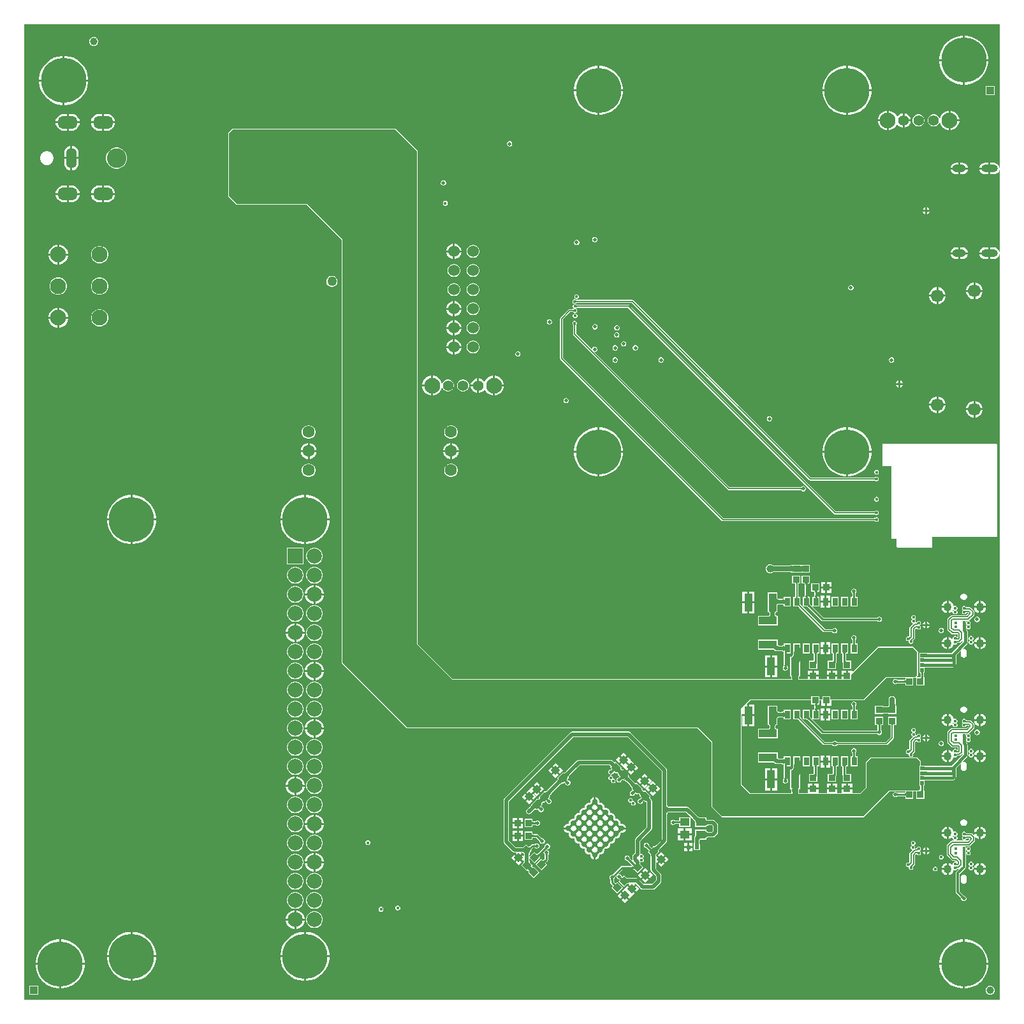
<source format=gbr>
%TF.GenerationSoftware,Altium Limited,Altium Designer,22.2.1 (43)*%
G04 Layer_Physical_Order=8*
G04 Layer_Color=65280*
%FSLAX26Y26*%
%MOIN*%
%TF.SameCoordinates,D552E928-BF45-442C-827F-4CC0F3A717A5*%
%TF.FilePolarity,Positive*%
%TF.FileFunction,Copper,L8,Bot,Signal*%
%TF.Part,Single*%
G01*
G75*
%TA.AperFunction,SMDPad,CuDef*%
%ADD14R,0.035433X0.033465*%
%ADD15R,0.033465X0.035433*%
%ADD16R,0.023622X0.023622*%
%TA.AperFunction,FiducialPad,Global*%
%ADD30R,0.039370X0.039370*%
%ADD31C,0.039370*%
%TA.AperFunction,SMDPad,CuDef*%
%ADD48R,0.043307X0.094488*%
%TA.AperFunction,Conductor*%
%ADD55C,0.007874*%
%ADD56C,0.006946*%
%ADD57C,0.006929*%
%ADD59C,0.010000*%
%ADD60C,0.011811*%
%ADD61C,0.029528*%
%ADD64C,0.019685*%
%TA.AperFunction,ComponentPad*%
%ADD67C,0.082677*%
%ADD68C,0.055118*%
%ADD69C,0.236220*%
%ADD70R,0.078740X0.078740*%
%ADD71C,0.078740*%
%ADD72C,0.060000*%
%ADD73O,0.106299X0.066929*%
%ADD74O,0.055118X0.106299*%
%ADD75C,0.102362*%
%ADD76C,0.062992*%
%ADD77C,0.066929*%
%ADD78O,0.070866X0.039370*%
%ADD79O,0.086614X0.039370*%
%ADD80C,0.043307*%
%TA.AperFunction,ViaPad*%
%ADD81C,0.027559*%
%ADD82C,0.017716*%
%ADD83C,0.039370*%
%ADD84C,0.015748*%
%ADD85C,0.019685*%
%ADD86C,0.050000*%
%TA.AperFunction,Conductor*%
%ADD88C,0.027559*%
%TA.AperFunction,SMDPad,CuDef*%
%ADD89R,0.051181X0.043307*%
%ADD90R,0.018504X0.019685*%
G04:AMPARAMS|DCode=91|XSize=33.465mil|YSize=35.433mil|CornerRadius=0mil|HoleSize=0mil|Usage=FLASHONLY|Rotation=45.000|XOffset=0mil|YOffset=0mil|HoleType=Round|Shape=Rectangle|*
%AMROTATEDRECTD91*
4,1,4,0.000696,-0.024359,-0.024359,0.000696,-0.000696,0.024359,0.024359,-0.000696,0.000696,-0.024359,0.0*
%
%ADD91ROTATEDRECTD91*%

%ADD92R,0.029921X0.043307*%
%ADD93R,0.094488X0.043307*%
G04:AMPARAMS|DCode=94|XSize=33.465mil|YSize=35.433mil|CornerRadius=0mil|HoleSize=0mil|Usage=FLASHONLY|Rotation=315.000|XOffset=0mil|YOffset=0mil|HoleType=Round|Shape=Rectangle|*
%AMROTATEDRECTD94*
4,1,4,-0.024359,-0.000696,0.000696,0.024359,0.024359,0.000696,-0.000696,-0.024359,-0.024359,-0.000696,0.0*
%
%ADD94ROTATEDRECTD94*%

%TA.AperFunction,Conductor*%
%ADD95C,0.015748*%
G36*
X6092167Y5345190D02*
X6091913Y5347119D01*
X6088922Y5354341D01*
X6084164Y5360542D01*
X6077963Y5365300D01*
X6070742Y5368291D01*
X6062992Y5369311D01*
X6044370D01*
Y5339370D01*
Y5309429D01*
X6062992D01*
X6070742Y5310449D01*
X6077963Y5313440D01*
X6084164Y5318198D01*
X6088922Y5324399D01*
X6091913Y5331621D01*
X6092167Y5333550D01*
Y4902670D01*
X6091913Y4904600D01*
X6088922Y4911821D01*
X6084164Y4918022D01*
X6077963Y4922780D01*
X6070742Y4925771D01*
X6062992Y4926792D01*
X6044370D01*
Y4896850D01*
Y4866909D01*
X6062992D01*
X6070742Y4867929D01*
X6077963Y4870921D01*
X6084164Y4875679D01*
X6088922Y4881880D01*
X6091913Y4889101D01*
X6092167Y4891030D01*
Y994447D01*
X994447D01*
Y6092167D01*
X6092167D01*
Y5345190D01*
D02*
G37*
%LPC*%
G36*
X1362966Y6027559D02*
X1353569D01*
X1344887Y6023963D01*
X1338242Y6017318D01*
X1334646Y6008636D01*
Y5999238D01*
X1338242Y5990556D01*
X1344887Y5983911D01*
X1353569Y5980315D01*
X1362966D01*
X1371649Y5983911D01*
X1378293Y5990556D01*
X1381890Y5999238D01*
Y6008636D01*
X1378293Y6017318D01*
X1371649Y6023963D01*
X1362966Y6027559D01*
D02*
G37*
G36*
X5915594Y6033622D02*
X5910512D01*
Y5910512D01*
X6033622D01*
Y5915594D01*
X6030467Y5935511D01*
X6024236Y5954689D01*
X6015081Y5972656D01*
X6003229Y5988970D01*
X5988970Y6003229D01*
X5972656Y6015081D01*
X5954689Y6024236D01*
X5935511Y6030467D01*
X5915594Y6033622D01*
D02*
G37*
G36*
X5900512D02*
X5895429D01*
X5875513Y6030467D01*
X5856335Y6024236D01*
X5838367Y6015081D01*
X5822054Y6003229D01*
X5807795Y5988970D01*
X5795942Y5972656D01*
X5786788Y5954689D01*
X5780556Y5935511D01*
X5777402Y5915594D01*
Y5910512D01*
X5900512D01*
Y6033622D01*
D02*
G37*
G36*
X1210082Y5928110D02*
X1205000D01*
Y5805000D01*
X1328110D01*
Y5810083D01*
X1324956Y5829999D01*
X1318724Y5849177D01*
X1309570Y5867144D01*
X1297717Y5883458D01*
X1283458Y5897717D01*
X1267144Y5909570D01*
X1249177Y5918724D01*
X1229999Y5924956D01*
X1210082Y5928110D01*
D02*
G37*
G36*
X1195000D02*
X1189918D01*
X1170001Y5924956D01*
X1150823Y5918724D01*
X1132856Y5909570D01*
X1116542Y5897717D01*
X1102283Y5883458D01*
X1090430Y5867144D01*
X1081276Y5849177D01*
X1075044Y5829999D01*
X1071890Y5810083D01*
Y5805000D01*
X1195000D01*
Y5928110D01*
D02*
G37*
G36*
X6033622Y5900512D02*
X5910512D01*
Y5777402D01*
X5915594D01*
X5935511Y5780556D01*
X5954689Y5786788D01*
X5972656Y5795942D01*
X5988970Y5807795D01*
X6003229Y5822054D01*
X6015081Y5838367D01*
X6024236Y5856335D01*
X6030467Y5875513D01*
X6033622Y5895429D01*
Y5900512D01*
D02*
G37*
G36*
X5900512D02*
X5777402D01*
Y5895429D01*
X5780556Y5875513D01*
X5786788Y5856335D01*
X5795942Y5838367D01*
X5807795Y5822054D01*
X5822054Y5807795D01*
X5838367Y5795942D01*
X5856335Y5786788D01*
X5875513Y5780556D01*
X5895429Y5777402D01*
X5900512D01*
Y5900512D01*
D02*
G37*
G36*
X5305358Y5876142D02*
X5300276D01*
Y5753032D01*
X5423386D01*
Y5758114D01*
X5420231Y5778031D01*
X5414000Y5797209D01*
X5404845Y5815176D01*
X5392993Y5831490D01*
X5378734Y5845748D01*
X5362420Y5857601D01*
X5344453Y5866756D01*
X5325275Y5872987D01*
X5305358Y5876142D01*
D02*
G37*
G36*
X5290276D02*
X5285193D01*
X5265276Y5872987D01*
X5246098Y5866756D01*
X5228131Y5857601D01*
X5211817Y5845748D01*
X5197559Y5831490D01*
X5185706Y5815176D01*
X5176551Y5797209D01*
X5170320Y5778031D01*
X5167165Y5758114D01*
Y5753032D01*
X5290276D01*
Y5876142D01*
D02*
G37*
G36*
X4006146D02*
X4001063D01*
Y5753031D01*
X4124173D01*
Y5758114D01*
X4121019Y5778031D01*
X4114787Y5797209D01*
X4105633Y5815176D01*
X4093780Y5831490D01*
X4079521Y5845748D01*
X4063207Y5857601D01*
X4045240Y5866756D01*
X4026062Y5872987D01*
X4006146Y5876142D01*
D02*
G37*
G36*
X3991063D02*
X3985981D01*
X3966064Y5872987D01*
X3946886Y5866756D01*
X3928919Y5857601D01*
X3912605Y5845748D01*
X3898346Y5831490D01*
X3886493Y5815176D01*
X3877339Y5797209D01*
X3871107Y5778031D01*
X3867953Y5758114D01*
Y5753031D01*
X3991063D01*
Y5876142D01*
D02*
G37*
G36*
X6066929Y5771654D02*
X6019685D01*
Y5724409D01*
X6066929D01*
Y5771654D01*
D02*
G37*
G36*
X1328110Y5795000D02*
X1205000D01*
Y5671890D01*
X1210082D01*
X1229999Y5675044D01*
X1249177Y5681276D01*
X1267144Y5690430D01*
X1283458Y5702283D01*
X1297717Y5716542D01*
X1309570Y5732856D01*
X1318724Y5750823D01*
X1324956Y5770001D01*
X1328110Y5789917D01*
Y5795000D01*
D02*
G37*
G36*
X1195000D02*
X1071890D01*
Y5789917D01*
X1075044Y5770001D01*
X1081276Y5750823D01*
X1090430Y5732856D01*
X1102283Y5716542D01*
X1116542Y5702283D01*
X1132856Y5690430D01*
X1150823Y5681276D01*
X1170001Y5675044D01*
X1189918Y5671890D01*
X1195000D01*
Y5795000D01*
D02*
G37*
G36*
X5423386Y5743032D02*
X5300276D01*
Y5619921D01*
X5305358D01*
X5325275Y5623076D01*
X5344453Y5629307D01*
X5362420Y5638462D01*
X5378734Y5650315D01*
X5392993Y5664573D01*
X5404845Y5680887D01*
X5414000Y5698854D01*
X5420231Y5718032D01*
X5423386Y5737949D01*
Y5743032D01*
D02*
G37*
G36*
X5290276D02*
X5167165D01*
Y5737949D01*
X5170320Y5718032D01*
X5176551Y5698854D01*
X5185706Y5680887D01*
X5197559Y5664573D01*
X5211817Y5650315D01*
X5228131Y5638462D01*
X5246098Y5629307D01*
X5265276Y5623076D01*
X5285193Y5619921D01*
X5290276D01*
Y5743032D01*
D02*
G37*
G36*
X4124173Y5743031D02*
X4001063D01*
Y5619921D01*
X4006146D01*
X4026062Y5623076D01*
X4045240Y5629307D01*
X4063207Y5638462D01*
X4079521Y5650315D01*
X4093780Y5664573D01*
X4105633Y5680887D01*
X4114787Y5698854D01*
X4121019Y5718032D01*
X4124173Y5737949D01*
Y5743031D01*
D02*
G37*
G36*
X3991063D02*
X3867953D01*
Y5737949D01*
X3871107Y5718032D01*
X3877339Y5698854D01*
X3886493Y5680887D01*
X3898346Y5664573D01*
X3912605Y5650315D01*
X3928919Y5638462D01*
X3946886Y5629307D01*
X3966064Y5623076D01*
X3985981Y5619921D01*
X3991063D01*
Y5743031D01*
D02*
G37*
G36*
X5837467Y5641890D02*
X5835709D01*
Y5595551D01*
X5882047D01*
Y5597310D01*
X5878549Y5610367D01*
X5871790Y5622074D01*
X5862231Y5631632D01*
X5850525Y5638391D01*
X5837467Y5641890D01*
D02*
G37*
G36*
X5595551Y5628095D02*
Y5595551D01*
X5628095D01*
X5625551Y5605048D01*
X5620606Y5613613D01*
X5613613Y5620606D01*
X5605048Y5625551D01*
X5595551Y5628095D01*
D02*
G37*
G36*
X5502874Y5641890D02*
X5501115D01*
X5488058Y5638391D01*
X5476351Y5631632D01*
X5466793Y5622074D01*
X5460034Y5610367D01*
X5456535Y5597310D01*
Y5595551D01*
X5502874D01*
Y5641890D01*
D02*
G37*
G36*
X5825709D02*
X5823950D01*
X5810893Y5638391D01*
X5799186Y5631632D01*
X5789627Y5622074D01*
X5782869Y5610367D01*
X5779370Y5597310D01*
Y5595285D01*
X5777381Y5602708D01*
X5773235Y5609890D01*
X5767370Y5615754D01*
X5760189Y5619901D01*
X5752178Y5622047D01*
X5743885D01*
X5735874Y5619901D01*
X5728693Y5615754D01*
X5722828Y5609890D01*
X5718682Y5602708D01*
X5716535Y5594698D01*
Y5586405D01*
X5718682Y5578394D01*
X5722828Y5571212D01*
X5728693Y5565348D01*
X5735874Y5561202D01*
X5743885Y5559055D01*
X5752178D01*
X5760189Y5561202D01*
X5767370Y5565348D01*
X5773235Y5571212D01*
X5777381Y5578394D01*
X5779370Y5585817D01*
Y5583792D01*
X5782869Y5570735D01*
X5789627Y5559029D01*
X5799186Y5549470D01*
X5810893Y5542711D01*
X5823950Y5539213D01*
X5825709D01*
Y5590551D01*
Y5641890D01*
D02*
G37*
G36*
X1425197Y5624548D02*
X1410512D01*
Y5585709D01*
X1468378D01*
X1467543Y5592055D01*
X1463163Y5602628D01*
X1456196Y5611708D01*
X1447117Y5618675D01*
X1436543Y5623055D01*
X1425197Y5624548D01*
D02*
G37*
G36*
X1400512D02*
X1385827D01*
X1374480Y5623055D01*
X1363907Y5618675D01*
X1354827Y5611708D01*
X1347861Y5602628D01*
X1343481Y5592055D01*
X1342645Y5585709D01*
X1400512D01*
Y5624548D01*
D02*
G37*
G36*
X1240158D02*
X1225472D01*
Y5585709D01*
X1283339D01*
X1282503Y5592055D01*
X1278124Y5602628D01*
X1271157Y5611708D01*
X1262077Y5618675D01*
X1251504Y5623055D01*
X1240158Y5624548D01*
D02*
G37*
G36*
X1215472D02*
X1200787D01*
X1189441Y5623055D01*
X1178868Y5618675D01*
X1169788Y5611708D01*
X1162821Y5602628D01*
X1158441Y5592055D01*
X1157606Y5585709D01*
X1215472D01*
Y5624548D01*
D02*
G37*
G36*
X5673438Y5622047D02*
X5665145D01*
X5657134Y5619901D01*
X5649952Y5615754D01*
X5644088Y5609890D01*
X5639942Y5602708D01*
X5637795Y5594698D01*
Y5586405D01*
X5639942Y5578394D01*
X5644088Y5571212D01*
X5649952Y5565348D01*
X5657134Y5561202D01*
X5665145Y5559055D01*
X5673438D01*
X5681448Y5561202D01*
X5688630Y5565348D01*
X5694494Y5571212D01*
X5698641Y5578394D01*
X5700787Y5586405D01*
Y5594698D01*
X5698641Y5602708D01*
X5694494Y5609890D01*
X5688630Y5615754D01*
X5681448Y5619901D01*
X5673438Y5622047D01*
D02*
G37*
G36*
X5628095Y5585551D02*
X5595551D01*
Y5553007D01*
X5605048Y5555552D01*
X5613613Y5560497D01*
X5620606Y5567489D01*
X5625551Y5576054D01*
X5628095Y5585551D01*
D02*
G37*
G36*
X5514633Y5641890D02*
X5512874D01*
Y5590551D01*
Y5539213D01*
X5514633D01*
X5527690Y5542711D01*
X5539397Y5549470D01*
X5548955Y5559029D01*
X5555714Y5570735D01*
X5556636Y5574176D01*
X5560496Y5567489D01*
X5567489Y5560497D01*
X5576054Y5555552D01*
X5585551Y5553007D01*
Y5590551D01*
Y5628095D01*
X5576054Y5625551D01*
X5567489Y5620606D01*
X5560496Y5613613D01*
X5556636Y5606926D01*
X5555714Y5610367D01*
X5548955Y5622074D01*
X5539397Y5631632D01*
X5527690Y5638391D01*
X5514633Y5641890D01*
D02*
G37*
G36*
X5882047Y5585551D02*
X5835709D01*
Y5539213D01*
X5837467D01*
X5850525Y5542711D01*
X5862231Y5549470D01*
X5871790Y5559029D01*
X5878549Y5570735D01*
X5882047Y5583792D01*
Y5585551D01*
D02*
G37*
G36*
X5502874D02*
X5456535D01*
Y5583792D01*
X5460034Y5570735D01*
X5466793Y5559029D01*
X5476351Y5549470D01*
X5488058Y5542711D01*
X5501115Y5539213D01*
X5502874D01*
Y5585551D01*
D02*
G37*
G36*
X1468378Y5575709D02*
X1410512D01*
Y5536869D01*
X1425197D01*
X1436543Y5538363D01*
X1447117Y5542743D01*
X1456196Y5549709D01*
X1463163Y5558789D01*
X1467543Y5569362D01*
X1468378Y5575709D01*
D02*
G37*
G36*
X1400512D02*
X1342645D01*
X1343481Y5569362D01*
X1347861Y5558789D01*
X1354827Y5549709D01*
X1363907Y5542743D01*
X1374480Y5538363D01*
X1385827Y5536869D01*
X1400512D01*
Y5575709D01*
D02*
G37*
G36*
X1283339Y5575709D02*
X1225472D01*
Y5536869D01*
X1240158D01*
X1251504Y5538363D01*
X1262077Y5542743D01*
X1271157Y5549709D01*
X1278124Y5558789D01*
X1282503Y5569362D01*
X1283339Y5575709D01*
D02*
G37*
G36*
X1215472D02*
X1157606D01*
X1158441Y5569362D01*
X1162821Y5558789D01*
X1169788Y5549709D01*
X1178868Y5542743D01*
X1189441Y5538363D01*
X1200787Y5536869D01*
X1215472D01*
Y5575709D01*
D02*
G37*
G36*
X3534237Y5482283D02*
X3528755D01*
X3523691Y5480186D01*
X3519814Y5476309D01*
X3517717Y5471245D01*
Y5465763D01*
X3519814Y5460698D01*
X3523691Y5456822D01*
X3528755Y5454724D01*
X3534237D01*
X3539302Y5456822D01*
X3543178Y5460698D01*
X3545276Y5465763D01*
Y5471245D01*
X3543178Y5476309D01*
X3539302Y5480186D01*
X3534237Y5482283D01*
D02*
G37*
G36*
X1245158Y5456516D02*
Y5398701D01*
X1278041D01*
Y5419291D01*
X1276750Y5429096D01*
X1272965Y5438233D01*
X1266945Y5446079D01*
X1259099Y5452099D01*
X1249962Y5455884D01*
X1245158Y5456516D01*
D02*
G37*
G36*
X1235158D02*
X1230353Y5455884D01*
X1221216Y5452099D01*
X1213370Y5446079D01*
X1207350Y5438233D01*
X1203565Y5429096D01*
X1202274Y5419291D01*
Y5398701D01*
X1235158D01*
Y5456516D01*
D02*
G37*
G36*
X1116870Y5429134D02*
X1107540D01*
X1098528Y5426719D01*
X1090448Y5422054D01*
X1083851Y5415457D01*
X1079186Y5407377D01*
X1076772Y5398366D01*
Y5389036D01*
X1079186Y5380024D01*
X1083851Y5371944D01*
X1090448Y5365347D01*
X1098528Y5360682D01*
X1107540Y5358268D01*
X1116870D01*
X1125881Y5360682D01*
X1133961Y5365347D01*
X1140558Y5371944D01*
X1145223Y5380024D01*
X1147638Y5389036D01*
Y5398366D01*
X1145223Y5407377D01*
X1140558Y5415457D01*
X1133961Y5422054D01*
X1125881Y5426719D01*
X1116870Y5429134D01*
D02*
G37*
G36*
X6034370Y5369311D02*
X6015748D01*
X6007999Y5368291D01*
X6000777Y5365300D01*
X5994576Y5360542D01*
X5989818Y5354341D01*
X5986827Y5347119D01*
X5986465Y5344370D01*
X6034370D01*
Y5369311D01*
D02*
G37*
G36*
X5897638D02*
X5886890D01*
Y5344370D01*
X5926921D01*
X5926559Y5347119D01*
X5923568Y5354341D01*
X5918809Y5360542D01*
X5912608Y5365300D01*
X5905387Y5368291D01*
X5897638Y5369311D01*
D02*
G37*
G36*
X5876890D02*
X5866142D01*
X5858392Y5368291D01*
X5851171Y5365300D01*
X5844970Y5360542D01*
X5840212Y5354341D01*
X5837221Y5347119D01*
X5836859Y5344370D01*
X5876890D01*
Y5369311D01*
D02*
G37*
G36*
X1483634Y5448819D02*
X1469121D01*
X1455103Y5445063D01*
X1442535Y5437806D01*
X1432273Y5427544D01*
X1425016Y5414976D01*
X1421260Y5400957D01*
Y5386444D01*
X1425016Y5372426D01*
X1432273Y5359858D01*
X1442535Y5349595D01*
X1455103Y5342339D01*
X1469121Y5338583D01*
X1483634D01*
X1497653Y5342339D01*
X1510221Y5349595D01*
X1520483Y5359858D01*
X1527740Y5372426D01*
X1531496Y5386444D01*
Y5400957D01*
X1527740Y5414976D01*
X1520483Y5427544D01*
X1510221Y5437806D01*
X1497653Y5445063D01*
X1483634Y5448819D01*
D02*
G37*
G36*
X1278041Y5388701D02*
X1245158D01*
Y5330885D01*
X1249962Y5331518D01*
X1259099Y5335302D01*
X1266945Y5341323D01*
X1272965Y5349169D01*
X1276750Y5358305D01*
X1278041Y5368110D01*
Y5388701D01*
D02*
G37*
G36*
X1235158D02*
X1202274D01*
Y5368110D01*
X1203565Y5358305D01*
X1207350Y5349169D01*
X1213370Y5341323D01*
X1221216Y5335302D01*
X1230353Y5331518D01*
X1235158Y5330885D01*
Y5388701D01*
D02*
G37*
G36*
X6034370Y5334370D02*
X5986465D01*
X5986827Y5331621D01*
X5989818Y5324399D01*
X5994576Y5318198D01*
X6000777Y5313440D01*
X6007999Y5310449D01*
X6015748Y5309429D01*
X6034370D01*
Y5334370D01*
D02*
G37*
G36*
X5926921Y5334370D02*
X5886890D01*
Y5309429D01*
X5897638D01*
X5905387Y5310449D01*
X5912608Y5313440D01*
X5918809Y5318198D01*
X5923568Y5324399D01*
X5926559Y5331621D01*
X5926921Y5334370D01*
D02*
G37*
G36*
X5876890D02*
X5836859D01*
X5837221Y5331621D01*
X5840212Y5324399D01*
X5844970Y5318198D01*
X5851171Y5313440D01*
X5858392Y5310449D01*
X5866142Y5309429D01*
X5876890D01*
Y5334370D01*
D02*
G37*
G36*
X3187780Y5277559D02*
X3182298D01*
X3177234Y5275461D01*
X3173358Y5271585D01*
X3171260Y5266520D01*
Y5261039D01*
X3173358Y5255974D01*
X3177234Y5252098D01*
X3182298Y5250000D01*
X3187780D01*
X3192845Y5252098D01*
X3196721Y5255974D01*
X3198819Y5261039D01*
Y5266520D01*
X3196721Y5271585D01*
X3192845Y5275461D01*
X3187780Y5277559D01*
D02*
G37*
G36*
X1240158Y5250533D02*
X1225472D01*
Y5211693D01*
X1283339D01*
X1282503Y5218039D01*
X1278124Y5228613D01*
X1271157Y5237692D01*
X1262077Y5244659D01*
X1251504Y5249039D01*
X1240158Y5250533D01*
D02*
G37*
G36*
X1215472D02*
X1200787D01*
X1189441Y5249039D01*
X1178868Y5244659D01*
X1169788Y5237692D01*
X1162821Y5228613D01*
X1158441Y5218039D01*
X1157606Y5211693D01*
X1215472D01*
Y5250533D01*
D02*
G37*
G36*
X1425197D02*
X1410512D01*
Y5211693D01*
X1468378D01*
X1467543Y5218039D01*
X1463163Y5228613D01*
X1456196Y5237692D01*
X1447117Y5244659D01*
X1436543Y5249039D01*
X1425197Y5250533D01*
D02*
G37*
G36*
X1400512D02*
X1385827D01*
X1374480Y5249039D01*
X1363907Y5244659D01*
X1354827Y5237692D01*
X1347861Y5228613D01*
X1343481Y5218039D01*
X1342645Y5211693D01*
X1400512D01*
Y5250533D01*
D02*
G37*
G36*
X1468378Y5201693D02*
X1410512D01*
Y5162853D01*
X1425197D01*
X1436543Y5164347D01*
X1447117Y5168727D01*
X1456196Y5175694D01*
X1463163Y5184773D01*
X1467543Y5195346D01*
X1468378Y5201693D01*
D02*
G37*
G36*
X1400512D02*
X1342645D01*
X1343481Y5195346D01*
X1347861Y5184773D01*
X1354827Y5175694D01*
X1363907Y5168727D01*
X1374480Y5164347D01*
X1385827Y5162853D01*
X1400512D01*
Y5201693D01*
D02*
G37*
G36*
X1283339Y5201693D02*
X1225472D01*
Y5162853D01*
X1240158D01*
X1251504Y5164347D01*
X1262077Y5168727D01*
X1271157Y5175694D01*
X1278124Y5184773D01*
X1282503Y5195346D01*
X1283339Y5201693D01*
D02*
G37*
G36*
X1215472D02*
X1157606D01*
X1158441Y5195346D01*
X1162821Y5184773D01*
X1169788Y5175694D01*
X1178868Y5168727D01*
X1189441Y5164347D01*
X1200787Y5162853D01*
X1215472D01*
Y5201693D01*
D02*
G37*
G36*
X3197545Y5170795D02*
X3192455D01*
X3187752Y5168847D01*
X3184153Y5165248D01*
X3182205Y5160545D01*
Y5155455D01*
X3184153Y5150752D01*
X3187752Y5147153D01*
X3192455Y5145205D01*
X3197545D01*
X3202248Y5147153D01*
X3205847Y5150752D01*
X3207795Y5155455D01*
Y5160545D01*
X3205847Y5165248D01*
X3202248Y5168847D01*
X3197545Y5170795D01*
D02*
G37*
G36*
X5713661Y5135386D02*
Y5123110D01*
X5725937D01*
X5723814Y5128235D01*
X5718786Y5133263D01*
X5713661Y5135386D01*
D02*
G37*
G36*
X5703661D02*
X5698537Y5133263D01*
X5693508Y5128235D01*
X5691386Y5123110D01*
X5703661D01*
Y5135386D01*
D02*
G37*
G36*
X5725937Y5113110D02*
X5713661D01*
Y5100835D01*
X5718786Y5102957D01*
X5723814Y5107985D01*
X5725937Y5113110D01*
D02*
G37*
G36*
X5703661D02*
X5691386D01*
X5693508Y5107985D01*
X5698537Y5102957D01*
X5703661Y5100835D01*
Y5113110D01*
D02*
G37*
G36*
X3978741Y4981779D02*
X3973259D01*
X3968195Y4979682D01*
X3964318Y4975806D01*
X3962220Y4970741D01*
Y4965259D01*
X3964318Y4960194D01*
X3968195Y4956318D01*
X3973259Y4954221D01*
X3978741D01*
X3983805Y4956318D01*
X3987682Y4960194D01*
X3989780Y4965259D01*
Y4970741D01*
X3987682Y4975806D01*
X3983805Y4979682D01*
X3978741Y4981779D01*
D02*
G37*
G36*
X3884631Y4966535D02*
X3879149D01*
X3874084Y4964438D01*
X3870208Y4960561D01*
X3868110Y4955497D01*
Y4950015D01*
X3870208Y4944950D01*
X3874084Y4941074D01*
X3879149Y4938976D01*
X3884631D01*
X3889695Y4941074D01*
X3893572Y4944950D01*
X3895669Y4950015D01*
Y4955497D01*
X3893572Y4960561D01*
X3889695Y4964438D01*
X3884631Y4966535D01*
D02*
G37*
G36*
X3245227Y4946299D02*
X3244961D01*
Y4911299D01*
X3279961D01*
Y4911565D01*
X3277235Y4921739D01*
X3271969Y4930860D01*
X3264521Y4938307D01*
X3255400Y4943573D01*
X3245227Y4946299D01*
D02*
G37*
G36*
X3234961D02*
X3234695D01*
X3224521Y4943573D01*
X3215400Y4938307D01*
X3207953Y4930860D01*
X3202686Y4921739D01*
X3199961Y4911565D01*
Y4911299D01*
X3234961D01*
Y4946299D01*
D02*
G37*
G36*
X5897638Y4926792D02*
X5886890D01*
Y4901851D01*
X5926921D01*
X5926559Y4904600D01*
X5923568Y4911821D01*
X5918809Y4918022D01*
X5912608Y4922780D01*
X5905387Y4925771D01*
X5897638Y4926792D01*
D02*
G37*
G36*
X5876890D02*
X5866142D01*
X5858392Y4925771D01*
X5851171Y4922780D01*
X5844970Y4918022D01*
X5840212Y4911821D01*
X5837221Y4904600D01*
X5836859Y4901851D01*
X5876890D01*
Y4926792D01*
D02*
G37*
G36*
X6034370D02*
X6015748D01*
X6007999Y4925771D01*
X6000777Y4922780D01*
X5994576Y4918022D01*
X5989818Y4911821D01*
X5986827Y4904600D01*
X5986465Y4901850D01*
X6034370D01*
Y4926792D01*
D02*
G37*
G36*
X1178019Y4941102D02*
X1176260D01*
Y4894764D01*
X1222599D01*
Y4896523D01*
X1219100Y4909580D01*
X1212341Y4921286D01*
X1202783Y4930845D01*
X1191076Y4937604D01*
X1178019Y4941102D01*
D02*
G37*
G36*
X1166260D02*
X1164501D01*
X1151444Y4937604D01*
X1139737Y4930845D01*
X1130179Y4921286D01*
X1123420Y4909580D01*
X1119921Y4896523D01*
Y4894764D01*
X1166260D01*
Y4941102D01*
D02*
G37*
G36*
X3344428Y4940236D02*
X3335493D01*
X3326861Y4937923D01*
X3319123Y4933456D01*
X3312804Y4927137D01*
X3308336Y4919398D01*
X3306024Y4910767D01*
Y4901831D01*
X3308336Y4893200D01*
X3312804Y4885461D01*
X3319123Y4879143D01*
X3326861Y4874675D01*
X3335493Y4872362D01*
X3344428D01*
X3353060Y4874675D01*
X3360798Y4879143D01*
X3367117Y4885461D01*
X3371585Y4893200D01*
X3373898Y4901831D01*
Y4910767D01*
X3371585Y4919398D01*
X3367117Y4927137D01*
X3360798Y4933456D01*
X3353060Y4937923D01*
X3344428Y4940236D01*
D02*
G37*
G36*
X6034370Y4891850D02*
X5986465D01*
X5986827Y4889101D01*
X5989818Y4881880D01*
X5994576Y4875679D01*
X6000777Y4870921D01*
X6007999Y4867929D01*
X6015748Y4866909D01*
X6034370D01*
Y4891850D01*
D02*
G37*
G36*
X5926921Y4891851D02*
X5886890D01*
Y4866909D01*
X5897638D01*
X5905387Y4867929D01*
X5912608Y4870921D01*
X5918809Y4875679D01*
X5923568Y4881880D01*
X5926559Y4889101D01*
X5926921Y4891851D01*
D02*
G37*
G36*
X5876890D02*
X5836859D01*
X5837221Y4889101D01*
X5840212Y4881880D01*
X5844970Y4875679D01*
X5851171Y4870921D01*
X5858392Y4867929D01*
X5866142Y4866909D01*
X5876890D01*
Y4891851D01*
D02*
G37*
G36*
X3279961Y4901299D02*
X3244961D01*
Y4866299D01*
X3245227D01*
X3255400Y4869025D01*
X3264521Y4874291D01*
X3271969Y4881739D01*
X3277235Y4890860D01*
X3279961Y4901033D01*
Y4901299D01*
D02*
G37*
G36*
X3234961D02*
X3199961D01*
Y4901033D01*
X3202686Y4890860D01*
X3207953Y4881739D01*
X3215400Y4874291D01*
X3224521Y4869025D01*
X3234695Y4866299D01*
X3234961D01*
Y4901299D01*
D02*
G37*
G36*
X1393756Y4935039D02*
X1381835D01*
X1370320Y4931954D01*
X1359995Y4925993D01*
X1351566Y4917564D01*
X1345605Y4907239D01*
X1342520Y4895724D01*
Y4883803D01*
X1345605Y4872288D01*
X1351566Y4861964D01*
X1359995Y4853534D01*
X1370320Y4847574D01*
X1381835Y4844488D01*
X1393756D01*
X1405271Y4847574D01*
X1415595Y4853534D01*
X1424025Y4861964D01*
X1429986Y4872288D01*
X1433071Y4883803D01*
Y4895724D01*
X1429986Y4907239D01*
X1424025Y4917564D01*
X1415595Y4925993D01*
X1405271Y4931954D01*
X1393756Y4935039D01*
D02*
G37*
G36*
X1222599Y4884764D02*
X1176260D01*
Y4838425D01*
X1178019D01*
X1191076Y4841924D01*
X1202783Y4848683D01*
X1212341Y4858241D01*
X1219100Y4869948D01*
X1222599Y4883005D01*
Y4884764D01*
D02*
G37*
G36*
X1166260D02*
X1119921D01*
Y4883005D01*
X1123420Y4869948D01*
X1130179Y4858241D01*
X1139737Y4848683D01*
X1151444Y4841924D01*
X1164501Y4838425D01*
X1166260D01*
Y4884764D01*
D02*
G37*
G36*
X3344428Y4840236D02*
X3335493D01*
X3326861Y4837923D01*
X3319123Y4833456D01*
X3312804Y4827137D01*
X3308336Y4819398D01*
X3306024Y4810767D01*
Y4801831D01*
X3308336Y4793200D01*
X3312804Y4785461D01*
X3319123Y4779143D01*
X3326861Y4774675D01*
X3335493Y4772362D01*
X3344428D01*
X3353060Y4774675D01*
X3360798Y4779143D01*
X3367117Y4785461D01*
X3371585Y4793200D01*
X3373898Y4801831D01*
Y4810767D01*
X3371585Y4819398D01*
X3367117Y4827137D01*
X3360798Y4833456D01*
X3353060Y4837923D01*
X3344428Y4840236D01*
D02*
G37*
G36*
X3244428D02*
X3235493D01*
X3226861Y4837923D01*
X3219123Y4833456D01*
X3212804Y4827137D01*
X3208336Y4819398D01*
X3206024Y4810767D01*
Y4801831D01*
X3208336Y4793200D01*
X3212804Y4785461D01*
X3219123Y4779143D01*
X3226861Y4774675D01*
X3235493Y4772362D01*
X3244428D01*
X3253060Y4774675D01*
X3260798Y4779143D01*
X3267117Y4785461D01*
X3271585Y4793200D01*
X3273898Y4801831D01*
Y4810767D01*
X3271585Y4819398D01*
X3267117Y4827137D01*
X3260798Y4833456D01*
X3253060Y4837923D01*
X3244428Y4840236D01*
D02*
G37*
G36*
X2605810Y4777937D02*
X2598190D01*
X2590831Y4775965D01*
X2584232Y4772155D01*
X2578845Y4766768D01*
X2575035Y4760169D01*
X2573063Y4752810D01*
Y4745190D01*
X2575035Y4737831D01*
X2578845Y4731232D01*
X2584232Y4725845D01*
X2590831Y4722035D01*
X2598190Y4720063D01*
X2605810D01*
X2613169Y4722035D01*
X2619768Y4725845D01*
X2625155Y4731232D01*
X2628965Y4737831D01*
X2630937Y4745190D01*
Y4752810D01*
X2628965Y4760169D01*
X2625155Y4766768D01*
X2619768Y4772155D01*
X2613169Y4775965D01*
X2605810Y4777937D01*
D02*
G37*
G36*
X5966352Y4742283D02*
X5965630D01*
Y4703819D01*
X6004095D01*
Y4704541D01*
X6001132Y4715596D01*
X5995410Y4725507D01*
X5987318Y4733599D01*
X5977407Y4739321D01*
X5966352Y4742283D01*
D02*
G37*
G36*
X5955630D02*
X5954908D01*
X5943853Y4739321D01*
X5933942Y4733599D01*
X5925850Y4725507D01*
X5920127Y4715596D01*
X5917166Y4704541D01*
Y4703819D01*
X5955630D01*
Y4742283D01*
D02*
G37*
G36*
X5317702Y4730315D02*
X5312220D01*
X5307155Y4728217D01*
X5303279Y4724341D01*
X5301181Y4719276D01*
Y4713794D01*
X5303279Y4708730D01*
X5307155Y4704854D01*
X5312220Y4702756D01*
X5317702D01*
X5322766Y4704854D01*
X5326642Y4708730D01*
X5328740Y4713794D01*
Y4719276D01*
X5326642Y4724341D01*
X5322766Y4728217D01*
X5317702Y4730315D01*
D02*
G37*
G36*
X5773439Y4718661D02*
X5772717D01*
Y4680197D01*
X5811181D01*
Y4680919D01*
X5808219Y4691974D01*
X5802497Y4701885D01*
X5794404Y4709977D01*
X5784493Y4715699D01*
X5773439Y4718661D01*
D02*
G37*
G36*
X5762717D02*
X5761994D01*
X5750940Y4715699D01*
X5741029Y4709977D01*
X5732936Y4701885D01*
X5727214Y4691974D01*
X5724252Y4680919D01*
Y4680197D01*
X5762717D01*
Y4718661D01*
D02*
G37*
G36*
X1393756Y4769685D02*
X1381835D01*
X1370320Y4766600D01*
X1359995Y4760639D01*
X1351566Y4752209D01*
X1345605Y4741885D01*
X1342520Y4730370D01*
Y4718449D01*
X1345605Y4706934D01*
X1351566Y4696609D01*
X1359995Y4688180D01*
X1370320Y4682219D01*
X1381835Y4679134D01*
X1393756D01*
X1405271Y4682219D01*
X1415595Y4688180D01*
X1424025Y4696609D01*
X1429986Y4706934D01*
X1433071Y4718449D01*
Y4730370D01*
X1429986Y4741885D01*
X1424025Y4752209D01*
X1415595Y4760639D01*
X1405271Y4766600D01*
X1393756Y4769685D01*
D02*
G37*
G36*
X1177220D02*
X1165299D01*
X1153784Y4766600D01*
X1143460Y4760639D01*
X1135030Y4752209D01*
X1129070Y4741885D01*
X1125984Y4730370D01*
Y4718449D01*
X1129070Y4706934D01*
X1135030Y4696609D01*
X1143460Y4688180D01*
X1153784Y4682219D01*
X1165299Y4679134D01*
X1177220D01*
X1188736Y4682219D01*
X1199060Y4688180D01*
X1207489Y4696609D01*
X1213450Y4706934D01*
X1216535Y4718449D01*
Y4730370D01*
X1213450Y4741885D01*
X1207489Y4752209D01*
X1199060Y4760639D01*
X1188736Y4766600D01*
X1177220Y4769685D01*
D02*
G37*
G36*
X3344428Y4740236D02*
X3335493D01*
X3326861Y4737923D01*
X3319123Y4733456D01*
X3312804Y4727137D01*
X3308336Y4719398D01*
X3306024Y4710767D01*
Y4701831D01*
X3308336Y4693200D01*
X3312804Y4685461D01*
X3319123Y4679143D01*
X3326861Y4674675D01*
X3335493Y4672362D01*
X3344428D01*
X3353060Y4674675D01*
X3360798Y4679143D01*
X3367117Y4685461D01*
X3371585Y4693200D01*
X3373898Y4701831D01*
Y4710767D01*
X3371585Y4719398D01*
X3367117Y4727137D01*
X3360798Y4733456D01*
X3353060Y4737923D01*
X3344428Y4740236D01*
D02*
G37*
G36*
X3244428D02*
X3235493D01*
X3226861Y4737923D01*
X3219123Y4733456D01*
X3212804Y4727137D01*
X3208336Y4719398D01*
X3206024Y4710767D01*
Y4701831D01*
X3208336Y4693200D01*
X3212804Y4685461D01*
X3219123Y4679143D01*
X3226861Y4674675D01*
X3235493Y4672362D01*
X3244428D01*
X3253060Y4674675D01*
X3260798Y4679143D01*
X3267117Y4685461D01*
X3271585Y4693200D01*
X3273898Y4701831D01*
Y4710767D01*
X3271585Y4719398D01*
X3267117Y4727137D01*
X3260798Y4733456D01*
X3253060Y4737923D01*
X3244428Y4740236D01*
D02*
G37*
G36*
X3884239Y4681102D02*
X3879540D01*
X3875199Y4679304D01*
X3871877Y4675982D01*
X3870079Y4671641D01*
Y4666942D01*
X3871877Y4662601D01*
X3875199Y4659278D01*
X3879540Y4657480D01*
X3884239D01*
X3888580Y4659278D01*
X3891903Y4662601D01*
X3893701Y4666942D01*
Y4671641D01*
X3891903Y4675982D01*
X3888580Y4679304D01*
X3884239Y4681102D01*
D02*
G37*
G36*
X6004095Y4693819D02*
X5965630D01*
Y4655354D01*
X5966352D01*
X5977407Y4658316D01*
X5987318Y4664039D01*
X5995410Y4672131D01*
X6001132Y4682042D01*
X6004095Y4693097D01*
Y4693819D01*
D02*
G37*
G36*
X5955630D02*
X5917166D01*
Y4693097D01*
X5920127Y4682042D01*
X5925850Y4672131D01*
X5933942Y4664039D01*
X5943853Y4658316D01*
X5954908Y4655354D01*
X5955630D01*
Y4693819D01*
D02*
G37*
G36*
X5811181Y4670197D02*
X5772717D01*
Y4631732D01*
X5773439D01*
X5784493Y4634694D01*
X5794404Y4640417D01*
X5802497Y4648509D01*
X5808219Y4658420D01*
X5811181Y4669475D01*
Y4670197D01*
D02*
G37*
G36*
X5762717D02*
X5724252D01*
Y4669475D01*
X5727214Y4658420D01*
X5732936Y4648509D01*
X5741029Y4640417D01*
X5750940Y4634694D01*
X5761994Y4631732D01*
X5762717D01*
Y4670197D01*
D02*
G37*
G36*
X3245227Y4646299D02*
X3244961D01*
Y4611299D01*
X3279961D01*
Y4611565D01*
X3277235Y4621739D01*
X3271969Y4630860D01*
X3264521Y4638307D01*
X3255400Y4643573D01*
X3245227Y4646299D01*
D02*
G37*
G36*
X3234961D02*
X3234695D01*
X3224521Y4643573D01*
X3215400Y4638307D01*
X3207953Y4630860D01*
X3202686Y4621739D01*
X3199961Y4611565D01*
Y4611299D01*
X3234961D01*
Y4646299D01*
D02*
G37*
G36*
X3344428Y4640236D02*
X3335493D01*
X3326861Y4637923D01*
X3319123Y4633456D01*
X3312804Y4627137D01*
X3308336Y4619398D01*
X3306024Y4610767D01*
Y4601831D01*
X3308336Y4593200D01*
X3312804Y4585461D01*
X3319123Y4579143D01*
X3326861Y4574675D01*
X3335493Y4572362D01*
X3344428D01*
X3353060Y4574675D01*
X3360798Y4579143D01*
X3367117Y4585461D01*
X3371585Y4593200D01*
X3373898Y4601831D01*
Y4610767D01*
X3371585Y4619398D01*
X3367117Y4627137D01*
X3360798Y4633456D01*
X3353060Y4637923D01*
X3344428Y4640236D01*
D02*
G37*
G36*
X3279961Y4601299D02*
X3244961D01*
Y4566299D01*
X3245227D01*
X3255400Y4569025D01*
X3264521Y4574291D01*
X3271969Y4581739D01*
X3277235Y4590860D01*
X3279961Y4601033D01*
Y4601299D01*
D02*
G37*
G36*
X3234961D02*
X3199961D01*
Y4601033D01*
X3202686Y4590860D01*
X3207953Y4581739D01*
X3215400Y4574291D01*
X3224521Y4569025D01*
X3234695Y4566299D01*
X3234961D01*
Y4601299D01*
D02*
G37*
G36*
X1178019Y4610394D02*
X1176260D01*
Y4564055D01*
X1222599D01*
Y4565814D01*
X1219100Y4578871D01*
X1212341Y4590578D01*
X1202783Y4600136D01*
X1191076Y4606895D01*
X1178019Y4610394D01*
D02*
G37*
G36*
X1166260D02*
X1164501D01*
X1151444Y4606895D01*
X1139737Y4600136D01*
X1130179Y4590578D01*
X1123420Y4578871D01*
X1119921Y4565814D01*
Y4564055D01*
X1166260D01*
Y4610394D01*
D02*
G37*
G36*
X3875997Y4581694D02*
X3871298D01*
X3866957Y4579896D01*
X3863635Y4576574D01*
X3861836Y4572233D01*
Y4567534D01*
X3863635Y4563193D01*
X3866957Y4559870D01*
X3871298Y4558072D01*
X3875997D01*
X3880338Y4559870D01*
X3883660Y4563193D01*
X3885459Y4567534D01*
Y4572233D01*
X3883660Y4576574D01*
X3880338Y4579896D01*
X3875997Y4581694D01*
D02*
G37*
G36*
X3741914Y4551181D02*
X3736432D01*
X3731368Y4549083D01*
X3727492Y4545207D01*
X3725394Y4540142D01*
Y4534661D01*
X3727492Y4529596D01*
X3731368Y4525720D01*
X3736432Y4523622D01*
X3741914D01*
X3746979Y4525720D01*
X3750855Y4529596D01*
X3752953Y4534661D01*
Y4540142D01*
X3750855Y4545207D01*
X3746979Y4549083D01*
X3741914Y4551181D01*
D02*
G37*
G36*
X1393756Y4604331D02*
X1381835D01*
X1370320Y4601245D01*
X1359995Y4595285D01*
X1351566Y4586855D01*
X1345605Y4576531D01*
X1342520Y4565016D01*
Y4553095D01*
X1345605Y4541579D01*
X1351566Y4531255D01*
X1359995Y4522826D01*
X1370320Y4516865D01*
X1381835Y4513779D01*
X1393756D01*
X1405271Y4516865D01*
X1415595Y4522826D01*
X1424025Y4531255D01*
X1429986Y4541579D01*
X1433071Y4553095D01*
Y4565016D01*
X1429986Y4576531D01*
X1424025Y4586855D01*
X1415595Y4595285D01*
X1405271Y4601245D01*
X1393756Y4604331D01*
D02*
G37*
G36*
X3245227Y4546299D02*
X3244961D01*
Y4511299D01*
X3279961D01*
Y4511565D01*
X3277235Y4521739D01*
X3271969Y4530860D01*
X3264521Y4538307D01*
X3255400Y4543573D01*
X3245227Y4546299D01*
D02*
G37*
G36*
X3234961D02*
X3234695D01*
X3224521Y4543573D01*
X3215400Y4538307D01*
X3207953Y4530860D01*
X3202686Y4521739D01*
X3199961Y4511565D01*
Y4511299D01*
X3234961D01*
Y4546299D01*
D02*
G37*
G36*
X1222599Y4554055D02*
X1176260D01*
Y4507717D01*
X1178019D01*
X1191076Y4511215D01*
X1202783Y4517974D01*
X1212341Y4527533D01*
X1219100Y4539239D01*
X1222599Y4552296D01*
Y4554055D01*
D02*
G37*
G36*
X1166260D02*
X1119921D01*
Y4552296D01*
X1123420Y4539239D01*
X1130179Y4527533D01*
X1139737Y4517974D01*
X1151444Y4511215D01*
X1164501Y4507717D01*
X1166260D01*
Y4554055D01*
D02*
G37*
G36*
X3979741Y4525779D02*
X3974259D01*
X3969195Y4523682D01*
X3965318Y4519806D01*
X3963220Y4514741D01*
Y4509259D01*
X3965318Y4504194D01*
X3969195Y4500318D01*
X3974259Y4498221D01*
X3979741D01*
X3984805Y4500318D01*
X3988682Y4504194D01*
X3990780Y4509259D01*
Y4514741D01*
X3988682Y4519806D01*
X3984805Y4523682D01*
X3979741Y4525779D01*
D02*
G37*
G36*
X4094797Y4520009D02*
X4089315D01*
X4084251Y4517911D01*
X4080374Y4514035D01*
X4078276Y4508970D01*
Y4503488D01*
X4080374Y4498424D01*
X4084251Y4494548D01*
X4089315Y4492450D01*
X4094797D01*
X4099861Y4494548D01*
X4103738Y4498424D01*
X4105836Y4503488D01*
Y4508970D01*
X4103738Y4514035D01*
X4099861Y4517911D01*
X4094797Y4520009D01*
D02*
G37*
G36*
X3344428Y4540236D02*
X3335493D01*
X3326861Y4537923D01*
X3319123Y4533456D01*
X3312804Y4527137D01*
X3308336Y4519398D01*
X3306024Y4510767D01*
Y4501831D01*
X3308336Y4493200D01*
X3312804Y4485461D01*
X3319123Y4479143D01*
X3326861Y4474675D01*
X3335493Y4472362D01*
X3344428D01*
X3353060Y4474675D01*
X3360798Y4479143D01*
X3367117Y4485461D01*
X3371585Y4493200D01*
X3373898Y4501831D01*
Y4510767D01*
X3371585Y4519398D01*
X3367117Y4527137D01*
X3360798Y4533456D01*
X3353060Y4537923D01*
X3344428Y4540236D01*
D02*
G37*
G36*
X3279961Y4501299D02*
X3244961D01*
Y4466299D01*
X3245227D01*
X3255400Y4469025D01*
X3264521Y4474291D01*
X3271969Y4481739D01*
X3277235Y4490860D01*
X3279961Y4501033D01*
Y4501299D01*
D02*
G37*
G36*
X3234961D02*
X3199961D01*
Y4501033D01*
X3202686Y4490860D01*
X3207953Y4481739D01*
X3215400Y4474291D01*
X3224521Y4469025D01*
X3234695Y4466299D01*
X3234961D01*
Y4501299D01*
D02*
G37*
G36*
X4094154Y4483193D02*
X4088673D01*
X4083608Y4481095D01*
X4079732Y4477219D01*
X4077634Y4472154D01*
Y4466672D01*
X4079732Y4461608D01*
X4083608Y4457732D01*
X4088673Y4455634D01*
X4094154D01*
X4099219Y4457732D01*
X4103095Y4461608D01*
X4105193Y4466672D01*
Y4472154D01*
X4103095Y4477219D01*
X4099219Y4481095D01*
X4094154Y4483193D01*
D02*
G37*
G36*
X3245227Y4446299D02*
X3244961D01*
Y4411299D01*
X3279961D01*
Y4411565D01*
X3277235Y4421739D01*
X3271969Y4430860D01*
X3264521Y4438307D01*
X3255400Y4443573D01*
X3245227Y4446299D01*
D02*
G37*
G36*
X3234961D02*
X3234695D01*
X3224521Y4443573D01*
X3215400Y4438307D01*
X3207953Y4430860D01*
X3202686Y4421739D01*
X3199961Y4411565D01*
Y4411299D01*
X3234961D01*
Y4446299D01*
D02*
G37*
G36*
X4129875Y4436779D02*
X4124393D01*
X4119328Y4434682D01*
X4115452Y4430806D01*
X4113354Y4425741D01*
Y4420259D01*
X4115452Y4415194D01*
X4119328Y4411318D01*
X4124393Y4409221D01*
X4129875D01*
X4134939Y4411318D01*
X4138815Y4415194D01*
X4140913Y4420259D01*
Y4425741D01*
X4138815Y4430806D01*
X4134939Y4434682D01*
X4129875Y4436779D01*
D02*
G37*
G36*
X4191717Y4415354D02*
X4186235D01*
X4181171Y4413257D01*
X4177295Y4409380D01*
X4175197Y4404316D01*
Y4398834D01*
X4177295Y4393769D01*
X4181171Y4389893D01*
X4186235Y4387795D01*
X4191717D01*
X4196782Y4389893D01*
X4200658Y4393769D01*
X4202756Y4398834D01*
Y4404316D01*
X4200658Y4409380D01*
X4196782Y4413257D01*
X4191717Y4415354D01*
D02*
G37*
G36*
X4085418D02*
X4079936D01*
X4074872Y4413257D01*
X4070995Y4409380D01*
X4068898Y4404316D01*
Y4398834D01*
X4070995Y4393769D01*
X4074872Y4389893D01*
X4079936Y4387795D01*
X4085418D01*
X4090483Y4389893D01*
X4094359Y4393769D01*
X4096457Y4398834D01*
Y4404316D01*
X4094359Y4409380D01*
X4090483Y4413257D01*
X4085418Y4415354D01*
D02*
G37*
G36*
X3344428Y4440236D02*
X3335493D01*
X3326861Y4437923D01*
X3319123Y4433456D01*
X3312804Y4427137D01*
X3308336Y4419398D01*
X3306024Y4410767D01*
Y4401831D01*
X3308336Y4393200D01*
X3312804Y4385461D01*
X3319123Y4379143D01*
X3326861Y4374675D01*
X3335493Y4372362D01*
X3344428D01*
X3353060Y4374675D01*
X3360798Y4379143D01*
X3367117Y4385461D01*
X3371585Y4393200D01*
X3373898Y4401831D01*
Y4410767D01*
X3371585Y4419398D01*
X3367117Y4427137D01*
X3360798Y4433456D01*
X3353060Y4437923D01*
X3344428Y4440236D01*
D02*
G37*
G36*
X3279961Y4401299D02*
X3244961D01*
Y4366299D01*
X3245227D01*
X3255400Y4369025D01*
X3264521Y4374291D01*
X3271969Y4381739D01*
X3277235Y4390860D01*
X3279961Y4401033D01*
Y4401299D01*
D02*
G37*
G36*
X3234961D02*
X3199961D01*
Y4401033D01*
X3202686Y4390860D01*
X3207953Y4381739D01*
X3215400Y4374291D01*
X3224521Y4369025D01*
X3234695Y4366299D01*
X3234961D01*
Y4401299D01*
D02*
G37*
G36*
X3577544Y4383858D02*
X3572062D01*
X3566998Y4381760D01*
X3563121Y4377884D01*
X3561024Y4372820D01*
Y4367338D01*
X3563121Y4362273D01*
X3566998Y4358397D01*
X3572062Y4356299D01*
X3577544D01*
X3582609Y4358397D01*
X3586485Y4362273D01*
X3588583Y4367338D01*
Y4372820D01*
X3586485Y4377884D01*
X3582609Y4381760D01*
X3577544Y4383858D01*
D02*
G37*
G36*
X5530300Y4352362D02*
X5524818D01*
X5519754Y4350264D01*
X5515877Y4346388D01*
X5513780Y4341324D01*
Y4335842D01*
X5515877Y4330777D01*
X5519754Y4326901D01*
X5524818Y4324803D01*
X5530300D01*
X5535365Y4326901D01*
X5539241Y4330777D01*
X5541339Y4335842D01*
Y4341324D01*
X5539241Y4346388D01*
X5535365Y4350264D01*
X5530300Y4352362D01*
D02*
G37*
G36*
X4325575D02*
X4320094D01*
X4315029Y4350264D01*
X4311153Y4346388D01*
X4309055Y4341324D01*
Y4335842D01*
X4311153Y4330777D01*
X4315029Y4326901D01*
X4320094Y4324803D01*
X4325575D01*
X4330640Y4326901D01*
X4334516Y4330777D01*
X4336614Y4335842D01*
Y4341324D01*
X4334516Y4346388D01*
X4330640Y4350264D01*
X4325575Y4352362D01*
D02*
G37*
G36*
X4085418D02*
X4079936D01*
X4074872Y4350264D01*
X4070995Y4346388D01*
X4068898Y4341324D01*
Y4335842D01*
X4070995Y4330777D01*
X4074872Y4326901D01*
X4079936Y4324803D01*
X4085418D01*
X4090483Y4326901D01*
X4094359Y4330777D01*
X4096457Y4335842D01*
Y4341324D01*
X4094359Y4346388D01*
X4090483Y4350264D01*
X4085418Y4352362D01*
D02*
G37*
G36*
X3443819Y4256063D02*
X3442060D01*
X3429003Y4252564D01*
X3417296Y4245806D01*
X3407738Y4236247D01*
X3400979Y4224540D01*
X3400057Y4221100D01*
X3396197Y4227786D01*
X3389204Y4234779D01*
X3380639Y4239724D01*
X3371142Y4242269D01*
Y4204724D01*
Y4167180D01*
X3380639Y4169725D01*
X3389204Y4174670D01*
X3396197Y4181663D01*
X3400057Y4188349D01*
X3400979Y4184908D01*
X3407738Y4173202D01*
X3417296Y4163643D01*
X3429003Y4156884D01*
X3442060Y4153386D01*
X3443819D01*
Y4204724D01*
Y4256063D01*
D02*
G37*
G36*
X5573000Y4231341D02*
Y4218000D01*
X5586341D01*
X5583987Y4223682D01*
X5578682Y4228987D01*
X5573000Y4231341D01*
D02*
G37*
G36*
X5563000D02*
X5557318Y4228987D01*
X5552013Y4223682D01*
X5549659Y4218000D01*
X5563000D01*
Y4231341D01*
D02*
G37*
G36*
X3455578Y4256063D02*
X3453819D01*
Y4209724D01*
X3500157D01*
Y4211483D01*
X3496659Y4224540D01*
X3489900Y4236247D01*
X3480341Y4245806D01*
X3468635Y4252564D01*
X3455578Y4256063D01*
D02*
G37*
G36*
X3361142Y4242269D02*
X3351645Y4239724D01*
X3343080Y4234779D01*
X3336087Y4227786D01*
X3331142Y4219222D01*
X3328598Y4209724D01*
X3361142D01*
Y4242269D01*
D02*
G37*
G36*
X3120984Y4256063D02*
X3119225D01*
X3106168Y4252564D01*
X3094462Y4245806D01*
X3084903Y4236247D01*
X3078144Y4224540D01*
X3074646Y4211483D01*
Y4209724D01*
X3120984D01*
Y4256063D01*
D02*
G37*
G36*
X5586341Y4208000D02*
X5573000D01*
Y4194659D01*
X5578682Y4197013D01*
X5583987Y4202318D01*
X5586341Y4208000D01*
D02*
G37*
G36*
X5563000D02*
X5549659D01*
X5552013Y4202318D01*
X5557318Y4197013D01*
X5563000Y4194659D01*
Y4208000D01*
D02*
G37*
G36*
X3291548Y4236220D02*
X3283255D01*
X3275245Y4234074D01*
X3268063Y4229927D01*
X3262198Y4224063D01*
X3258052Y4216881D01*
X3255906Y4208871D01*
Y4200578D01*
X3258052Y4192567D01*
X3262198Y4185385D01*
X3268063Y4179521D01*
X3275245Y4175375D01*
X3283255Y4173228D01*
X3291548D01*
X3299559Y4175375D01*
X3306741Y4179521D01*
X3312605Y4185385D01*
X3316751Y4192567D01*
X3318898Y4200578D01*
Y4208871D01*
X3316751Y4216881D01*
X3312605Y4224063D01*
X3306741Y4229927D01*
X3299559Y4234074D01*
X3291548Y4236220D01*
D02*
G37*
G36*
X3132743Y4256063D02*
X3130984D01*
Y4204724D01*
Y4153386D01*
X3132743D01*
X3145800Y4156884D01*
X3157507Y4163643D01*
X3167065Y4173202D01*
X3173824Y4184908D01*
X3177323Y4197966D01*
Y4199990D01*
X3179312Y4192567D01*
X3183458Y4185385D01*
X3189322Y4179521D01*
X3196504Y4175375D01*
X3204515Y4173228D01*
X3212808D01*
X3220818Y4175375D01*
X3228000Y4179521D01*
X3233865Y4185385D01*
X3238011Y4192567D01*
X3240157Y4200578D01*
Y4208871D01*
X3238011Y4216881D01*
X3233865Y4224063D01*
X3228000Y4229927D01*
X3220818Y4234074D01*
X3212808Y4236220D01*
X3204515D01*
X3196504Y4234074D01*
X3189322Y4229927D01*
X3183458Y4224063D01*
X3179312Y4216881D01*
X3177323Y4209459D01*
Y4211483D01*
X3173824Y4224540D01*
X3167065Y4236247D01*
X3157507Y4245806D01*
X3145800Y4252564D01*
X3132743Y4256063D01*
D02*
G37*
G36*
X3361142Y4199724D02*
X3328598D01*
X3331142Y4190227D01*
X3336087Y4181663D01*
X3343080Y4174670D01*
X3351645Y4169725D01*
X3361142Y4167180D01*
Y4199724D01*
D02*
G37*
G36*
X3500157D02*
X3453819D01*
Y4153386D01*
X3455578D01*
X3468635Y4156884D01*
X3480341Y4163643D01*
X3489900Y4173202D01*
X3496659Y4184908D01*
X3500157Y4197966D01*
Y4199724D01*
D02*
G37*
G36*
X3120984D02*
X3074646D01*
Y4197966D01*
X3078144Y4184908D01*
X3084903Y4173202D01*
X3094462Y4163643D01*
X3106168Y4156884D01*
X3119225Y4153386D01*
X3120984D01*
Y4199724D01*
D02*
G37*
G36*
X3829513Y4139764D02*
X3824031D01*
X3818966Y4137666D01*
X3815090Y4133790D01*
X3812992Y4128725D01*
Y4123243D01*
X3815090Y4118179D01*
X3818966Y4114303D01*
X3824031Y4112205D01*
X3829513D01*
X3834577Y4114303D01*
X3838453Y4118179D01*
X3840551Y4123243D01*
Y4128725D01*
X3838453Y4133790D01*
X3834577Y4137666D01*
X3829513Y4139764D01*
D02*
G37*
G36*
X5773439Y4147795D02*
X5772717D01*
Y4109331D01*
X5811181D01*
Y4110053D01*
X5808219Y4121107D01*
X5802497Y4131019D01*
X5794404Y4139111D01*
X5784493Y4144833D01*
X5773439Y4147795D01*
D02*
G37*
G36*
X5762717D02*
X5761994D01*
X5750940Y4144833D01*
X5741029Y4139111D01*
X5732936Y4131019D01*
X5727214Y4121107D01*
X5724252Y4110053D01*
Y4109331D01*
X5762717D01*
Y4147795D01*
D02*
G37*
G36*
X5966352Y4124173D02*
X5965630D01*
Y4085709D01*
X6004095D01*
Y4086431D01*
X6001132Y4097485D01*
X5995410Y4107397D01*
X5987318Y4115489D01*
X5977407Y4121211D01*
X5966352Y4124173D01*
D02*
G37*
G36*
X5955630D02*
X5954908D01*
X5943853Y4121211D01*
X5933942Y4115489D01*
X5925850Y4107397D01*
X5920127Y4097485D01*
X5917166Y4086431D01*
Y4085709D01*
X5955630D01*
Y4124173D01*
D02*
G37*
G36*
X5811181Y4099331D02*
X5772717D01*
Y4060866D01*
X5773439D01*
X5784493Y4063828D01*
X5794404Y4069550D01*
X5802497Y4077643D01*
X5808219Y4087554D01*
X5811181Y4098609D01*
Y4099331D01*
D02*
G37*
G36*
X5762717D02*
X5724252D01*
Y4098609D01*
X5727214Y4087554D01*
X5732936Y4077643D01*
X5741029Y4069550D01*
X5750940Y4063828D01*
X5761994Y4060866D01*
X5762717D01*
Y4099331D01*
D02*
G37*
G36*
X6004095Y4075709D02*
X5965630D01*
Y4037244D01*
X5966352D01*
X5977407Y4040206D01*
X5987318Y4045928D01*
X5995410Y4054021D01*
X6001132Y4063932D01*
X6004095Y4074986D01*
Y4075709D01*
D02*
G37*
G36*
X5955630D02*
X5917166D01*
Y4074986D01*
X5920127Y4063932D01*
X5925850Y4054021D01*
X5933942Y4045928D01*
X5943853Y4040206D01*
X5954908Y4037244D01*
X5955630D01*
Y4075709D01*
D02*
G37*
G36*
X4892505Y4045276D02*
X4887023D01*
X4881958Y4043178D01*
X4878082Y4039302D01*
X4875984Y4034237D01*
Y4028755D01*
X4878082Y4023691D01*
X4881958Y4019814D01*
X4887023Y4017717D01*
X4892505D01*
X4897569Y4019814D01*
X4901445Y4023691D01*
X4903543Y4028755D01*
Y4034237D01*
X4901445Y4039302D01*
X4897569Y4043178D01*
X4892505Y4045276D01*
D02*
G37*
G36*
X3229074Y3997638D02*
X3219745D01*
X3210733Y3995223D01*
X3202653Y3990558D01*
X3196056Y3983961D01*
X3191391Y3975881D01*
X3188976Y3966869D01*
Y3957540D01*
X3191391Y3948528D01*
X3196056Y3940448D01*
X3202653Y3933851D01*
X3210733Y3929186D01*
X3219745Y3926772D01*
X3229074D01*
X3238086Y3929186D01*
X3246166Y3933851D01*
X3252763Y3940448D01*
X3257428Y3948528D01*
X3259842Y3957540D01*
Y3966869D01*
X3257428Y3975881D01*
X3252763Y3983961D01*
X3246166Y3990558D01*
X3238086Y3995223D01*
X3229074Y3997638D01*
D02*
G37*
G36*
X2484980D02*
X2475650D01*
X2466638Y3995223D01*
X2458559Y3990558D01*
X2451962Y3983961D01*
X2447297Y3975881D01*
X2444882Y3966869D01*
Y3957540D01*
X2447297Y3948528D01*
X2451962Y3940448D01*
X2458559Y3933851D01*
X2466638Y3929186D01*
X2475650Y3926772D01*
X2484980D01*
X2493992Y3929186D01*
X2502071Y3933851D01*
X2508668Y3940448D01*
X2513333Y3948528D01*
X2515748Y3957540D01*
Y3966869D01*
X2513333Y3975881D01*
X2508668Y3983961D01*
X2502071Y3990558D01*
X2493992Y3995223D01*
X2484980Y3997638D01*
D02*
G37*
G36*
X3229872Y3903701D02*
X3229409D01*
Y3867205D01*
X3265905D01*
Y3867668D01*
X3263077Y3878222D01*
X3257615Y3887684D01*
X3249889Y3895410D01*
X3240426Y3900873D01*
X3229872Y3903701D01*
D02*
G37*
G36*
X2485778D02*
X2485315D01*
Y3867205D01*
X2521811D01*
Y3867668D01*
X2518983Y3878222D01*
X2513520Y3887684D01*
X2505794Y3895410D01*
X2496332Y3900873D01*
X2485778Y3903701D01*
D02*
G37*
G36*
X3219409D02*
X3218946D01*
X3208392Y3900873D01*
X3198930Y3895410D01*
X3191204Y3887684D01*
X3185741Y3878222D01*
X3182913Y3867668D01*
Y3867205D01*
X3219409D01*
Y3903701D01*
D02*
G37*
G36*
X2475315D02*
X2474852D01*
X2464298Y3900873D01*
X2454836Y3895410D01*
X2447110Y3887684D01*
X2441647Y3878222D01*
X2438819Y3867668D01*
Y3867205D01*
X2475315D01*
Y3903701D01*
D02*
G37*
G36*
X5305358Y3986378D02*
X5300275D01*
Y3863268D01*
X5423386D01*
Y3868350D01*
X5420231Y3888267D01*
X5414000Y3907445D01*
X5404845Y3925412D01*
X5392993Y3941726D01*
X5378734Y3955985D01*
X5362420Y3967837D01*
X5344453Y3976992D01*
X5325275Y3983223D01*
X5305358Y3986378D01*
D02*
G37*
G36*
X5290275D02*
X5285193D01*
X5265276Y3983223D01*
X5246098Y3976992D01*
X5228131Y3967837D01*
X5211817Y3955985D01*
X5197559Y3941726D01*
X5185706Y3925412D01*
X5176551Y3907445D01*
X5170320Y3888267D01*
X5167165Y3868350D01*
Y3863268D01*
X5290275D01*
Y3986378D01*
D02*
G37*
G36*
X4006146D02*
X4001063D01*
Y3863267D01*
X4124173D01*
Y3868350D01*
X4121019Y3888267D01*
X4114787Y3907445D01*
X4105633Y3925412D01*
X4093780Y3941726D01*
X4079521Y3955985D01*
X4063207Y3967837D01*
X4045240Y3976992D01*
X4026062Y3983223D01*
X4006146Y3986378D01*
D02*
G37*
G36*
X3991063D02*
X3985981D01*
X3966064Y3983223D01*
X3946886Y3976992D01*
X3928919Y3967837D01*
X3912605Y3955985D01*
X3898346Y3941726D01*
X3886493Y3925412D01*
X3877339Y3907445D01*
X3871107Y3888267D01*
X3867953Y3868350D01*
Y3863267D01*
X3991063D01*
Y3986378D01*
D02*
G37*
G36*
X3265905Y3857205D02*
X3229409D01*
Y3820709D01*
X3229872D01*
X3240426Y3823537D01*
X3249889Y3829000D01*
X3257615Y3836726D01*
X3263077Y3846188D01*
X3265905Y3856742D01*
Y3857205D01*
D02*
G37*
G36*
X3219409D02*
X3182913D01*
Y3856742D01*
X3185741Y3846188D01*
X3191204Y3836726D01*
X3198930Y3829000D01*
X3208392Y3823537D01*
X3218946Y3820709D01*
X3219409D01*
Y3857205D01*
D02*
G37*
G36*
X2521811D02*
X2485315D01*
Y3820709D01*
X2485778D01*
X2496332Y3823537D01*
X2505794Y3829000D01*
X2513520Y3836726D01*
X2518983Y3846188D01*
X2521811Y3856742D01*
Y3857205D01*
D02*
G37*
G36*
X2475315D02*
X2438819D01*
Y3856742D01*
X2441647Y3846188D01*
X2447110Y3836726D01*
X2454836Y3829000D01*
X2464298Y3823537D01*
X2474852Y3820709D01*
X2475315D01*
Y3857205D01*
D02*
G37*
G36*
X5451168Y3763780D02*
X5446470D01*
X5442128Y3761981D01*
X5438806Y3758659D01*
X5437008Y3754318D01*
Y3749619D01*
X5438806Y3745278D01*
X5442128Y3741956D01*
X5446470Y3740157D01*
X5451168D01*
X5455509Y3741956D01*
X5458832Y3745278D01*
X5460630Y3749619D01*
Y3754318D01*
X5458832Y3758659D01*
X5455509Y3761981D01*
X5451168Y3763780D01*
D02*
G37*
G36*
X5423386Y3853268D02*
X5300275D01*
Y3730157D01*
X5305358D01*
X5325275Y3733312D01*
X5344453Y3739543D01*
X5362420Y3748698D01*
X5378734Y3760551D01*
X5392993Y3774809D01*
X5404845Y3791123D01*
X5414000Y3809090D01*
X5420231Y3828269D01*
X5423386Y3848185D01*
Y3853268D01*
D02*
G37*
G36*
X5290275D02*
X5167165D01*
Y3848185D01*
X5170320Y3828269D01*
X5176551Y3809090D01*
X5185706Y3791123D01*
X5197559Y3774809D01*
X5211817Y3760551D01*
X5228131Y3748698D01*
X5246098Y3739543D01*
X5265276Y3733312D01*
X5285193Y3730157D01*
X5290275D01*
Y3853268D01*
D02*
G37*
G36*
X4124173Y3853267D02*
X4001063D01*
Y3730157D01*
X4006146D01*
X4026062Y3733312D01*
X4045240Y3739543D01*
X4063207Y3748698D01*
X4079521Y3760551D01*
X4093780Y3774809D01*
X4105633Y3791123D01*
X4114787Y3809090D01*
X4121019Y3828269D01*
X4124173Y3848185D01*
Y3853267D01*
D02*
G37*
G36*
X3991063D02*
X3867953D01*
Y3848185D01*
X3871107Y3828269D01*
X3877339Y3809090D01*
X3886493Y3791123D01*
X3898346Y3774809D01*
X3912605Y3760551D01*
X3928919Y3748698D01*
X3946886Y3739543D01*
X3966064Y3733312D01*
X3985981Y3730157D01*
X3991063D01*
Y3853267D01*
D02*
G37*
G36*
X3229074Y3797638D02*
X3219745D01*
X3210733Y3795223D01*
X3202653Y3790558D01*
X3196056Y3783961D01*
X3191391Y3775881D01*
X3188976Y3766869D01*
Y3757540D01*
X3191391Y3748528D01*
X3196056Y3740448D01*
X3202653Y3733851D01*
X3210733Y3729186D01*
X3219745Y3726772D01*
X3229074D01*
X3238086Y3729186D01*
X3246166Y3733851D01*
X3252763Y3740448D01*
X3257428Y3748528D01*
X3259842Y3757540D01*
Y3766869D01*
X3257428Y3775881D01*
X3252763Y3783961D01*
X3246166Y3790558D01*
X3238086Y3795223D01*
X3229074Y3797638D01*
D02*
G37*
G36*
X2484980D02*
X2475650D01*
X2466638Y3795223D01*
X2458559Y3790558D01*
X2451962Y3783961D01*
X2447297Y3775881D01*
X2444882Y3766869D01*
Y3757540D01*
X2447297Y3748528D01*
X2451962Y3740448D01*
X2458559Y3733851D01*
X2466638Y3729186D01*
X2475650Y3726772D01*
X2484980D01*
X2493992Y3729186D01*
X2502071Y3733851D01*
X2508668Y3740448D01*
X2513333Y3748528D01*
X2515748Y3757540D01*
Y3766869D01*
X2513333Y3775881D01*
X2508668Y3783961D01*
X2502071Y3790558D01*
X2493992Y3795223D01*
X2484980Y3797638D01*
D02*
G37*
G36*
X3874226Y4656297D02*
X3869528D01*
X3865186Y4654499D01*
X3861864Y4651176D01*
X3860066Y4646835D01*
Y4642136D01*
X3861864Y4637795D01*
X3865186Y4634473D01*
X3869528Y4632675D01*
X3874226D01*
X3878567Y4634473D01*
X3879645Y4635550D01*
X3880199Y4635742D01*
X3880233Y4635749D01*
X3880247Y4635759D01*
X3880329Y4635787D01*
X3880446Y4635891D01*
X3880473Y4635905D01*
X3880614Y4635962D01*
X3880854Y4636036D01*
X3881191Y4636113D01*
X3881568Y4636174D01*
X3882788Y4636275D01*
X3883499Y4636288D01*
X3883888Y4636457D01*
X4171189D01*
X5096788Y3710858D01*
X5099392Y3709118D01*
X5102465Y3708507D01*
X5436749D01*
X5437112Y3708340D01*
X5438602Y3708283D01*
X5439077Y3708232D01*
X5439505Y3708162D01*
X5439842Y3708085D01*
X5440082Y3708012D01*
X5440223Y3707955D01*
X5440250Y3707940D01*
X5440367Y3707837D01*
X5440448Y3707809D01*
X5440463Y3707799D01*
X5440497Y3707792D01*
X5441051Y3707600D01*
X5442128Y3706523D01*
X5446470Y3704724D01*
X5451168D01*
X5455509Y3706523D01*
X5458832Y3709845D01*
X5460630Y3714186D01*
Y3718885D01*
X5458832Y3723226D01*
X5455509Y3726548D01*
X5451168Y3728346D01*
X5446470D01*
X5442128Y3726548D01*
X5441051Y3725471D01*
X5440497Y3725279D01*
X5440463Y3725272D01*
X5440449Y3725262D01*
X5440367Y3725234D01*
X5440250Y3725131D01*
X5440223Y3725116D01*
X5440082Y3725059D01*
X5439841Y3724985D01*
X5439505Y3724909D01*
X5439128Y3724847D01*
X5437908Y3724746D01*
X5437196Y3724733D01*
X5436808Y3724564D01*
X5105790D01*
X4180191Y4650163D01*
X4177587Y4651903D01*
X4174514Y4652514D01*
X3883947D01*
X3883584Y4652681D01*
X3882093Y4652738D01*
X3881619Y4652789D01*
X3881191Y4652859D01*
X3880854Y4652936D01*
X3880614Y4653010D01*
X3880473Y4653066D01*
X3880446Y4653081D01*
X3880329Y4653184D01*
X3880247Y4653213D01*
X3880233Y4653222D01*
X3880199Y4653229D01*
X3879645Y4653421D01*
X3878567Y4654499D01*
X3874226Y4656297D01*
D02*
G37*
G36*
X3873807Y4543516D02*
X3869109D01*
X3864768Y4541718D01*
X3861445Y4538395D01*
X3859647Y4534054D01*
Y4529356D01*
X3861445Y4525015D01*
X3862523Y4523937D01*
X3862715Y4523383D01*
X3862722Y4523349D01*
X3862731Y4523335D01*
X3862760Y4523253D01*
X3862863Y4523136D01*
X3862877Y4523109D01*
X3862934Y4522968D01*
X3863008Y4522727D01*
X3863085Y4522391D01*
X3863146Y4522014D01*
X3863247Y4520794D01*
X3863260Y4520083D01*
X3863430Y4519694D01*
Y4472174D01*
X3864041Y4469101D01*
X3865781Y4466497D01*
X4672601Y3659677D01*
X4675205Y3657937D01*
X4678278Y3657326D01*
X4678278Y3657326D01*
X5051501D01*
X5051875Y3657158D01*
X5052718Y3657132D01*
X5053372Y3657070D01*
X5053966Y3656973D01*
X5054501Y3656843D01*
X5054983Y3656685D01*
X5055420Y3656500D01*
X5055816Y3656291D01*
X5056183Y3656053D01*
X5056527Y3655785D01*
X5056989Y3655352D01*
X5057717Y3655079D01*
X5059124Y3653673D01*
X5064188Y3651575D01*
X5069670D01*
X5074735Y3653673D01*
X5078611Y3657549D01*
X5080709Y3662613D01*
Y3668095D01*
X5078611Y3673160D01*
X5074735Y3677036D01*
X5069670Y3679134D01*
X5064188D01*
X5059124Y3677036D01*
X5057717Y3675630D01*
X5056989Y3675356D01*
X5056526Y3674924D01*
X5056183Y3674655D01*
X5055817Y3674418D01*
X5055420Y3674208D01*
X5054983Y3674024D01*
X5054500Y3673865D01*
X5053965Y3673736D01*
X5053372Y3673638D01*
X5052718Y3673576D01*
X5051874Y3673551D01*
X5051501Y3673383D01*
X4681603D01*
X3975064Y4379921D01*
X3979119D01*
X3984184Y4382019D01*
X3988060Y4385895D01*
X3990157Y4390960D01*
Y4396442D01*
X3988060Y4401506D01*
X3984184Y4405382D01*
X3979119Y4407480D01*
X3973637D01*
X3968573Y4405382D01*
X3964696Y4401506D01*
X3962599Y4396442D01*
Y4392387D01*
X3879486Y4475499D01*
Y4519635D01*
X3879653Y4519998D01*
X3879711Y4521489D01*
X3879762Y4521963D01*
X3879831Y4522391D01*
X3879908Y4522728D01*
X3879982Y4522968D01*
X3880039Y4523109D01*
X3880053Y4523136D01*
X3880157Y4523253D01*
X3880185Y4523334D01*
X3880195Y4523349D01*
X3880202Y4523383D01*
X3880394Y4523937D01*
X3881471Y4525015D01*
X3883269Y4529356D01*
Y4534054D01*
X3881471Y4538395D01*
X3878148Y4541718D01*
X3873807Y4543516D01*
D02*
G37*
G36*
X5451168Y3622047D02*
X5446470D01*
X5442128Y3620249D01*
X5438806Y3616927D01*
X5437008Y3612586D01*
Y3607887D01*
X5438806Y3603546D01*
X5442128Y3600223D01*
X5446470Y3598425D01*
X5451168D01*
X5455509Y3600223D01*
X5458832Y3603546D01*
X5460630Y3607887D01*
Y3612586D01*
X5458832Y3616927D01*
X5455509Y3620249D01*
X5451168Y3622047D01*
D02*
G37*
G36*
X3875349Y4630811D02*
X3870651D01*
X3866310Y4629013D01*
X3862987Y4625690D01*
X3861189Y4621349D01*
Y4616651D01*
X3862987Y4612310D01*
X3866310Y4608987D01*
X3869400Y4607707D01*
X3865310Y4606013D01*
X3865225Y4605928D01*
X3865090Y4605903D01*
X3865046Y4605900D01*
X3865030Y4605892D01*
X3864963Y4605880D01*
X3864829Y4605792D01*
X3864722Y4605751D01*
X3864509Y4605688D01*
X3864192Y4605617D01*
X3863868Y4605562D01*
X3861970Y4605413D01*
X3861254Y4605403D01*
X3860860Y4605234D01*
X3853489D01*
X3853306Y4605270D01*
X3845273D01*
X3842201Y4604659D01*
X3839596Y4602918D01*
X3839596Y4602918D01*
X3797473Y4560795D01*
X3795732Y4558190D01*
X3795121Y4555118D01*
Y4346457D01*
X3795732Y4343384D01*
X3797473Y4340780D01*
X4639992Y3498260D01*
X4642597Y3496520D01*
X4645669Y3495909D01*
X4645670Y3495909D01*
X5436749D01*
X5437112Y3495742D01*
X5438602Y3495684D01*
X5439077Y3495633D01*
X5439505Y3495564D01*
X5439842Y3495487D01*
X5440082Y3495413D01*
X5440223Y3495356D01*
X5440250Y3495342D01*
X5440367Y3495238D01*
X5440448Y3495210D01*
X5440463Y3495200D01*
X5440497Y3495193D01*
X5441051Y3495001D01*
X5442128Y3493924D01*
X5446470Y3492126D01*
X5451168D01*
X5455509Y3493924D01*
X5458832Y3497247D01*
X5460630Y3501588D01*
Y3506286D01*
X5458832Y3510627D01*
X5455509Y3513950D01*
X5451168Y3515748D01*
X5446470D01*
X5442128Y3513950D01*
X5441051Y3512873D01*
X5440497Y3512680D01*
X5440463Y3512673D01*
X5440449Y3512664D01*
X5440367Y3512635D01*
X5440250Y3512532D01*
X5440223Y3512518D01*
X5440082Y3512461D01*
X5439841Y3512387D01*
X5439505Y3512310D01*
X5439128Y3512249D01*
X5437908Y3512148D01*
X5437196Y3512135D01*
X5436808Y3511965D01*
X4648995D01*
X3811178Y4349782D01*
Y4551793D01*
X3848599Y4589213D01*
X3853159D01*
X3853342Y4589177D01*
X3853343Y4589177D01*
X3858974D01*
X3859133Y4589075D01*
X3859476Y4589149D01*
X3859798Y4589008D01*
X3860539Y4588992D01*
X3861099Y4588952D01*
X3861562Y4588893D01*
X3861926Y4588821D01*
X3862183Y4588750D01*
X3862313Y4588701D01*
X3862338Y4588671D01*
X3862416Y4588631D01*
X3862484Y4588571D01*
X3862578Y4588538D01*
X3862586Y4588533D01*
X3862604Y4588530D01*
X3862625Y4588522D01*
X3862936Y4588361D01*
X3865310Y4585987D01*
X3869651Y4584189D01*
X3874349D01*
X3878690Y4585987D01*
X3882013Y4589310D01*
X3883811Y4593651D01*
Y4598349D01*
X3882013Y4602690D01*
X3878690Y4606013D01*
X3875600Y4607293D01*
X3879690Y4608987D01*
X3880768Y4610064D01*
X3881322Y4610257D01*
X3881356Y4610264D01*
X3881370Y4610273D01*
X3881452Y4610301D01*
X3881569Y4610405D01*
X3881596Y4610419D01*
X3881737Y4610476D01*
X3881978Y4610550D01*
X3882314Y4610627D01*
X3882691Y4610688D01*
X3883911Y4610789D01*
X3884622Y4610802D01*
X3885011Y4610972D01*
X4149328D01*
X5226606Y3533693D01*
X5226606Y3533693D01*
X5229211Y3531953D01*
X5232283Y3531342D01*
X5436749D01*
X5437112Y3531175D01*
X5438602Y3531117D01*
X5439077Y3531067D01*
X5439505Y3530997D01*
X5439842Y3530920D01*
X5440082Y3530846D01*
X5440223Y3530789D01*
X5440250Y3530775D01*
X5440367Y3530672D01*
X5440448Y3530643D01*
X5440463Y3530634D01*
X5440497Y3530626D01*
X5441051Y3530434D01*
X5442128Y3529357D01*
X5446470Y3527559D01*
X5451168D01*
X5455509Y3529357D01*
X5458832Y3532680D01*
X5460630Y3537021D01*
Y3541720D01*
X5458832Y3546061D01*
X5455509Y3549383D01*
X5451168Y3551181D01*
X5446470D01*
X5442128Y3549383D01*
X5441051Y3548306D01*
X5440497Y3548114D01*
X5440463Y3548107D01*
X5440449Y3548097D01*
X5440367Y3548069D01*
X5440250Y3547965D01*
X5440223Y3547951D01*
X5440082Y3547894D01*
X5439841Y3547820D01*
X5439505Y3547743D01*
X5439128Y3547682D01*
X5437908Y3547581D01*
X5437196Y3547568D01*
X5436808Y3547398D01*
X5235609D01*
X4158330Y4624677D01*
X4155726Y4626417D01*
X4152654Y4627028D01*
X3885070D01*
X3884707Y4627195D01*
X3883216Y4627253D01*
X3882742Y4627303D01*
X3882314Y4627373D01*
X3881977Y4627450D01*
X3881737Y4627524D01*
X3881596Y4627581D01*
X3881569Y4627595D01*
X3881452Y4627699D01*
X3881370Y4627727D01*
X3881356Y4627736D01*
X3881322Y4627744D01*
X3880768Y4627936D01*
X3879690Y4629013D01*
X3875349Y4630811D01*
D02*
G37*
G36*
X1565201Y3632047D02*
X1560118D01*
Y3508937D01*
X1683228D01*
Y3514019D01*
X1680074Y3533936D01*
X1673842Y3553114D01*
X1664688Y3571081D01*
X1652835Y3587395D01*
X1638576Y3601654D01*
X1622263Y3613507D01*
X1604295Y3622661D01*
X1585117Y3628893D01*
X1565201Y3632047D01*
D02*
G37*
G36*
X1550118D02*
X1545036D01*
X1525119Y3628893D01*
X1505941Y3622661D01*
X1487974Y3613507D01*
X1471660Y3601654D01*
X1457401Y3587395D01*
X1445549Y3571081D01*
X1436394Y3553114D01*
X1430162Y3533936D01*
X1427008Y3514019D01*
Y3508937D01*
X1550118D01*
Y3632047D01*
D02*
G37*
G36*
X2470712D02*
X2465630D01*
Y3508937D01*
X2588740D01*
Y3514019D01*
X2585586Y3533936D01*
X2579354Y3553114D01*
X2570200Y3571081D01*
X2558347Y3587395D01*
X2544088Y3601654D01*
X2527774Y3613507D01*
X2509807Y3622661D01*
X2490629Y3628893D01*
X2470712Y3632047D01*
D02*
G37*
G36*
X2455630D02*
X2450547D01*
X2430631Y3628893D01*
X2411453Y3622661D01*
X2393485Y3613507D01*
X2377172Y3601654D01*
X2362913Y3587395D01*
X2351060Y3571081D01*
X2341906Y3553114D01*
X2335674Y3533936D01*
X2332520Y3514019D01*
Y3508937D01*
X2455630D01*
Y3632047D01*
D02*
G37*
G36*
X2588740Y3498937D02*
X2465630D01*
Y3375827D01*
X2470712D01*
X2490629Y3378981D01*
X2509807Y3385213D01*
X2527774Y3394367D01*
X2544088Y3406220D01*
X2558347Y3420479D01*
X2570200Y3436793D01*
X2579354Y3454760D01*
X2585586Y3473938D01*
X2588740Y3493854D01*
Y3498937D01*
D02*
G37*
G36*
X2455630D02*
X2332520D01*
Y3493854D01*
X2335674Y3473938D01*
X2341906Y3454760D01*
X2351060Y3436793D01*
X2362913Y3420479D01*
X2377172Y3406220D01*
X2393485Y3394367D01*
X2411453Y3385213D01*
X2430631Y3378981D01*
X2450547Y3375827D01*
X2455630D01*
Y3498937D01*
D02*
G37*
G36*
X1683228Y3498937D02*
X1560118D01*
Y3375827D01*
X1565201D01*
X1585117Y3378981D01*
X1604295Y3385213D01*
X1622263Y3394367D01*
X1638576Y3406220D01*
X1652835Y3420479D01*
X1664688Y3436793D01*
X1673842Y3454760D01*
X1680074Y3473938D01*
X1683228Y3493854D01*
Y3498937D01*
D02*
G37*
G36*
X1550118D02*
X1427008D01*
Y3493854D01*
X1430162Y3473938D01*
X1436394Y3454760D01*
X1445549Y3436793D01*
X1457401Y3420479D01*
X1471660Y3406220D01*
X1487974Y3394367D01*
X1505941Y3385213D01*
X1525119Y3378981D01*
X1545036Y3375827D01*
X1550118D01*
Y3498937D01*
D02*
G37*
G36*
X6074803Y3901899D02*
X5484252D01*
X5481239Y3900651D01*
X5479990Y3897638D01*
Y3787402D01*
X5481239Y3784388D01*
X5484252Y3783140D01*
X5527235D01*
Y3409449D01*
X5528483Y3406436D01*
X5531496Y3405187D01*
X5554794D01*
Y3362205D01*
X5556042Y3359191D01*
X5559055Y3357943D01*
X5736220D01*
X5739234Y3359191D01*
X5740482Y3362205D01*
Y3413061D01*
X6074803D01*
X6077816Y3414309D01*
X6079065Y3417323D01*
Y3897638D01*
X6077816Y3900651D01*
X6074803Y3901899D01*
D02*
G37*
G36*
X2516568Y3355512D02*
X2505165D01*
X2494150Y3352561D01*
X2484275Y3346859D01*
X2476212Y3338796D01*
X2470510Y3328921D01*
X2467559Y3317906D01*
Y3306503D01*
X2470510Y3295489D01*
X2476212Y3285613D01*
X2484275Y3277550D01*
X2494150Y3271849D01*
X2505165Y3268898D01*
X2516568D01*
X2527582Y3271849D01*
X2537457Y3277550D01*
X2545520Y3285613D01*
X2551222Y3295489D01*
X2554173Y3306503D01*
Y3317906D01*
X2551222Y3328921D01*
X2545520Y3338796D01*
X2537457Y3346859D01*
X2527582Y3352561D01*
X2516568Y3355512D01*
D02*
G37*
G36*
X2454173D02*
X2367559D01*
Y3268898D01*
X2454173D01*
Y3355512D01*
D02*
G37*
G36*
X4897699Y3270622D02*
X4888301D01*
X4879619Y3267026D01*
X4872974Y3260381D01*
X4869378Y3251699D01*
Y3242301D01*
X4872974Y3233619D01*
X4879619Y3226974D01*
X4888301Y3223378D01*
X4897699D01*
X4906381Y3226974D01*
X4908367Y3228960D01*
X4985591D01*
X4998244Y3228732D01*
X5004633Y3228298D01*
X5006862Y3228021D01*
X5007874Y3227829D01*
Y3226378D01*
X5010633D01*
X5010636Y3226375D01*
X5010672Y3226378D01*
X5011438D01*
X5011931Y3226173D01*
X5012425Y3226378D01*
X5046631D01*
X5047124Y3226173D01*
X5047618Y3226378D01*
X5051181D01*
Y3227716D01*
X5055993Y3228046D01*
X5056069Y3228037D01*
X5057087Y3227842D01*
Y3226378D01*
X5060650D01*
X5061144Y3226173D01*
X5061637Y3226378D01*
X5100394D01*
Y3267716D01*
X5061637D01*
X5061144Y3267921D01*
X5060650Y3267716D01*
X5057087D01*
Y3266378D01*
X5052274Y3266048D01*
X5052199Y3266058D01*
X5051181Y3266252D01*
Y3267716D01*
X5047618D01*
X5047124Y3267921D01*
X5046631Y3267716D01*
X5012425D01*
X5011931Y3267921D01*
X5011438Y3267716D01*
X5007874D01*
Y3266365D01*
X4989448Y3265092D01*
X4988519Y3265087D01*
X4908319D01*
X4906381Y3267026D01*
X4897699Y3270622D01*
D02*
G37*
G36*
X2516568Y3255512D02*
X2505165D01*
X2494150Y3252561D01*
X2484275Y3246859D01*
X2476212Y3238796D01*
X2470510Y3228921D01*
X2467559Y3217906D01*
Y3206503D01*
X2470510Y3195489D01*
X2476212Y3185613D01*
X2484275Y3177550D01*
X2494150Y3171849D01*
X2505165Y3168898D01*
X2516568D01*
X2527582Y3171849D01*
X2537457Y3177550D01*
X2545520Y3185613D01*
X2551222Y3195489D01*
X2554173Y3206503D01*
Y3217906D01*
X2551222Y3228921D01*
X2545520Y3238796D01*
X2537457Y3246859D01*
X2527582Y3252561D01*
X2516568Y3255512D01*
D02*
G37*
G36*
X2416568D02*
X2405165D01*
X2394150Y3252561D01*
X2384275Y3246859D01*
X2376212Y3238796D01*
X2370510Y3228921D01*
X2367559Y3217906D01*
Y3206503D01*
X2370510Y3195489D01*
X2376212Y3185613D01*
X2384275Y3177550D01*
X2394150Y3171849D01*
X2405165Y3168898D01*
X2416568D01*
X2427582Y3171849D01*
X2437457Y3177550D01*
X2445520Y3185613D01*
X2451222Y3195489D01*
X2454173Y3206503D01*
Y3217906D01*
X2451222Y3228921D01*
X2445520Y3238796D01*
X2437457Y3246859D01*
X2427582Y3252561D01*
X2416568Y3255512D01*
D02*
G37*
G36*
X5212756Y3177323D02*
X5191024D01*
Y3154606D01*
X5212756D01*
Y3177323D01*
D02*
G37*
G36*
X5181024D02*
X5159291D01*
Y3154606D01*
X5181024D01*
Y3177323D01*
D02*
G37*
G36*
X5212756Y3144606D02*
X5191024D01*
Y3121890D01*
X5212756D01*
Y3144606D01*
D02*
G37*
G36*
X5181024D02*
X5159291D01*
Y3121890D01*
X5181024D01*
Y3144606D01*
D02*
G37*
G36*
X2517366Y3161575D02*
X2515866D01*
Y3117205D01*
X2560236D01*
Y3118704D01*
X2556872Y3131261D01*
X2550372Y3142519D01*
X2541180Y3151711D01*
X2529922Y3158210D01*
X2517366Y3161575D01*
D02*
G37*
G36*
X2505866D02*
X2504366D01*
X2491810Y3158210D01*
X2480552Y3151711D01*
X2471360Y3142519D01*
X2464860Y3131261D01*
X2461496Y3118704D01*
Y3117205D01*
X2505866D01*
Y3161575D01*
D02*
G37*
G36*
X5908879Y3117323D02*
X5902144D01*
X5895922Y3114745D01*
X5891160Y3109983D01*
X5888583Y3103761D01*
Y3097026D01*
X5891160Y3090804D01*
X5895922Y3086042D01*
X5902144Y3083465D01*
X5908879D01*
X5915101Y3086042D01*
X5919864Y3090804D01*
X5922441Y3097026D01*
Y3103761D01*
X5919864Y3109983D01*
X5915101Y3114745D01*
X5908879Y3117323D01*
D02*
G37*
G36*
X5207441Y3106457D02*
X5187480D01*
Y3079803D01*
X5207441D01*
Y3106457D01*
D02*
G37*
G36*
X5177480D02*
X5157520D01*
Y3079803D01*
X5177480D01*
Y3106457D01*
D02*
G37*
G36*
X4811181Y3128110D02*
X4784528D01*
Y3075866D01*
X4811181D01*
Y3128110D01*
D02*
G37*
G36*
X4774528D02*
X4747874D01*
Y3075866D01*
X4774528D01*
Y3128110D01*
D02*
G37*
G36*
X2416568Y3155512D02*
X2405165D01*
X2394150Y3152561D01*
X2384275Y3146859D01*
X2376212Y3138796D01*
X2370510Y3128921D01*
X2367559Y3117906D01*
Y3106503D01*
X2370510Y3095489D01*
X2376212Y3085613D01*
X2384275Y3077550D01*
X2394150Y3071849D01*
X2405165Y3068898D01*
X2416568D01*
X2427582Y3071849D01*
X2437457Y3077550D01*
X2445520Y3085613D01*
X2451222Y3095489D01*
X2454173Y3106503D01*
Y3117906D01*
X2451222Y3128921D01*
X2445520Y3138796D01*
X2437457Y3146859D01*
X2427582Y3152561D01*
X2416568Y3155512D01*
D02*
G37*
G36*
X2560236Y3107205D02*
X2515866D01*
Y3062835D01*
X2517366D01*
X2529922Y3066199D01*
X2541180Y3072699D01*
X2550372Y3081891D01*
X2556872Y3093149D01*
X2560236Y3105705D01*
Y3107205D01*
D02*
G37*
G36*
X2505866D02*
X2461496D01*
Y3105705D01*
X2464860Y3093149D01*
X2471360Y3081891D01*
X2480552Y3072699D01*
X2491810Y3066199D01*
X2504366Y3062835D01*
X2505866D01*
Y3107205D01*
D02*
G37*
G36*
X5815866Y3078674D02*
X5808648Y3076740D01*
X5801430Y3072573D01*
X5795537Y3066680D01*
X5791370Y3059462D01*
X5789436Y3052244D01*
X5815866D01*
Y3078674D01*
D02*
G37*
G36*
X5995158Y3078675D02*
Y3052244D01*
X6021588D01*
X6019654Y3059462D01*
X6015487Y3066680D01*
X6009593Y3072573D01*
X6002375Y3076740D01*
X5995158Y3078675D01*
D02*
G37*
G36*
X5985158D02*
X5977940Y3076740D01*
X5970722Y3072573D01*
X5964828Y3066680D01*
X5960661Y3059462D01*
X5958727Y3052244D01*
X5985158D01*
Y3078675D01*
D02*
G37*
G36*
X5333450Y3143701D02*
X5327968D01*
X5322903Y3141603D01*
X5319027Y3137727D01*
X5316929Y3132662D01*
Y3127180D01*
X5319027Y3122116D01*
X5321231Y3119912D01*
X5321538Y3119218D01*
X5321717Y3119047D01*
X5321717D01*
X5321772Y3118954D01*
X5321864Y3118750D01*
X5321974Y3118425D01*
X5322086Y3117979D01*
X5322176Y3117472D01*
X5322316Y3115904D01*
X5322334Y3114989D01*
X5322411Y3114813D01*
X5322356Y3114628D01*
X5322482Y3114396D01*
Y3106781D01*
X5322335Y3106449D01*
X5322288Y3104680D01*
X5322164Y3103275D01*
X5321975Y3102144D01*
X5321749Y3101302D01*
X5321530Y3100767D01*
X5321431Y3100604D01*
X5321148Y3100575D01*
X5320815Y3100394D01*
X5313583D01*
Y3049213D01*
X5351378D01*
Y3100394D01*
X5342374D01*
X5342041Y3100575D01*
X5341758Y3100604D01*
X5341659Y3100767D01*
X5341440Y3101302D01*
X5341213Y3102143D01*
X5341025Y3103275D01*
X5340901Y3104680D01*
X5340854Y3106449D01*
X5340707Y3106781D01*
Y3115718D01*
X5340855Y3116063D01*
X5340870Y3117021D01*
X5340982Y3118692D01*
X5341062Y3119295D01*
X5341162Y3119833D01*
X5341269Y3120259D01*
X5341370Y3120565D01*
X5341449Y3120748D01*
X5341483Y3120809D01*
X5341632Y3121010D01*
X5341746Y3121472D01*
X5342390Y3122116D01*
X5344488Y3127180D01*
Y3132662D01*
X5342390Y3137727D01*
X5338514Y3141603D01*
X5333450Y3143701D01*
D02*
G37*
G36*
X5301378Y3100394D02*
X5263583D01*
Y3049213D01*
X5301378D01*
Y3100394D01*
D02*
G37*
G36*
X5251378D02*
X5213583D01*
Y3049213D01*
X5251378D01*
Y3100394D01*
D02*
G37*
G36*
X4931102Y3122047D02*
X4879921D01*
Y3019685D01*
X4885266D01*
X4885378Y3019624D01*
X4886746Y3019479D01*
X4887440Y3019233D01*
X4888056Y3018820D01*
X4888705Y3018117D01*
X4889390Y3016989D01*
X4890047Y3015374D01*
X4890613Y3013256D01*
X4891016Y3010827D01*
X4890613Y3008397D01*
X4890047Y3006280D01*
X4889390Y3004664D01*
X4888705Y3003537D01*
X4888056Y3002833D01*
X4887440Y3002421D01*
X4886746Y3002174D01*
X4885378Y3002029D01*
X4885266Y3001968D01*
X4830709D01*
Y2950787D01*
X4933071D01*
Y3001968D01*
X4925757D01*
X4925645Y3002029D01*
X4924277Y3002174D01*
X4923583Y3002421D01*
X4922968Y3002833D01*
X4922318Y3003537D01*
X4921634Y3004664D01*
X4920977Y3006280D01*
X4920410Y3008397D01*
X4920008Y3010827D01*
X4920410Y3013256D01*
X4920977Y3015374D01*
X4921634Y3016990D01*
X4922318Y3018117D01*
X4922968Y3018820D01*
X4923583Y3019233D01*
X4924277Y3019480D01*
X4925645Y3019624D01*
X4925757Y3019685D01*
X4931102D01*
Y3054558D01*
X4931163Y3054669D01*
X4931308Y3056038D01*
X4931554Y3056732D01*
X4931967Y3057347D01*
X4932671Y3057997D01*
X4933798Y3058681D01*
X4935413Y3059338D01*
X4937532Y3059905D01*
X4940136Y3060336D01*
X4943210Y3060606D01*
X4946842Y3060701D01*
X4946961Y3060754D01*
X4947725D01*
X4947843Y3060701D01*
X4951475Y3060606D01*
X4954549Y3060336D01*
X4957154Y3059905D01*
X4959272Y3059338D01*
X4960887Y3058681D01*
X4962014Y3057997D01*
X4962718Y3057347D01*
X4963131Y3056732D01*
X4963377Y3056038D01*
X4963522Y3054669D01*
X4963583Y3054558D01*
Y3049213D01*
X5001378D01*
Y3100394D01*
X4963583D01*
Y3095049D01*
X4963522Y3094937D01*
X4963377Y3093568D01*
X4963131Y3092874D01*
X4962718Y3092259D01*
X4962014Y3091610D01*
X4960887Y3090925D01*
X4959272Y3090268D01*
X4957154Y3089702D01*
X4954549Y3089270D01*
X4951475Y3089001D01*
X4947843Y3088905D01*
X4947725Y3088853D01*
X4946961D01*
X4946842Y3088905D01*
X4943210Y3089001D01*
X4940136Y3089270D01*
X4937532Y3089702D01*
X4935413Y3090268D01*
X4933798Y3090925D01*
X4932671Y3091610D01*
X4931967Y3092259D01*
X4931555Y3092874D01*
X4931308Y3093569D01*
X4931163Y3094937D01*
X4931102Y3095049D01*
Y3122047D01*
D02*
G37*
G36*
X5207441Y3069803D02*
X5187480D01*
Y3043150D01*
X5207441D01*
Y3069803D01*
D02*
G37*
G36*
X5177480D02*
X5157520D01*
Y3043150D01*
X5177480D01*
Y3069803D01*
D02*
G37*
G36*
X5815866Y3042244D02*
X5789436D01*
X5791370Y3035026D01*
X5795537Y3027808D01*
X5801430Y3021915D01*
X5808648Y3017748D01*
X5815866Y3015814D01*
Y3042244D01*
D02*
G37*
G36*
X6021588Y3042244D02*
X5995158D01*
Y3015814D01*
X6002375Y3017748D01*
X6009593Y3021915D01*
X6015487Y3027808D01*
X6019654Y3035026D01*
X6021588Y3042244D01*
D02*
G37*
G36*
X5985158D02*
X5958727D01*
X5960661Y3035026D01*
X5964828Y3027808D01*
X5970722Y3021915D01*
X5977940Y3017748D01*
X5985158Y3015814D01*
Y3042244D01*
D02*
G37*
G36*
X4811181Y3065866D02*
X4784528D01*
Y3013622D01*
X4811181D01*
Y3065866D01*
D02*
G37*
G36*
X4774528D02*
X4747874D01*
Y3013622D01*
X4774528D01*
Y3065866D01*
D02*
G37*
G36*
X5825866Y3078675D02*
Y3047244D01*
Y3015814D01*
X5833084Y3017748D01*
X5840302Y3021915D01*
X5846195Y3027808D01*
X5850317Y3034948D01*
X5853546Y3031719D01*
X5854560Y3031299D01*
X5853546Y3030879D01*
X5850223Y3027557D01*
X5848425Y3023215D01*
Y3018517D01*
X5850223Y3014176D01*
X5853546Y3010853D01*
X5857887Y3009055D01*
X5862586D01*
X5866927Y3010853D01*
X5870249Y3014176D01*
X5872047Y3018517D01*
Y3023215D01*
X5870249Y3027557D01*
X5866927Y3030879D01*
X5865912Y3031299D01*
X5866927Y3031719D01*
X5870249Y3035042D01*
X5872047Y3039383D01*
Y3044082D01*
X5870249Y3048423D01*
X5866927Y3051745D01*
X5862586Y3053543D01*
X5857887D01*
X5853546Y3051745D01*
X5852520Y3050719D01*
Y3051411D01*
X5850362Y3059462D01*
X5846195Y3066680D01*
X5840302Y3072573D01*
X5833084Y3076740D01*
X5825866Y3078675D01*
D02*
G37*
G36*
X2516568Y3055512D02*
X2505165D01*
X2494150Y3052561D01*
X2484275Y3046859D01*
X2476212Y3038796D01*
X2470510Y3028921D01*
X2467559Y3017906D01*
Y3006503D01*
X2470510Y2995489D01*
X2476212Y2985613D01*
X2484275Y2977550D01*
X2494150Y2971849D01*
X2505165Y2968898D01*
X2516568D01*
X2527582Y2971849D01*
X2537457Y2977550D01*
X2545520Y2985613D01*
X2551222Y2995489D01*
X2554173Y3006503D01*
Y3017906D01*
X2551222Y3028921D01*
X2545520Y3038796D01*
X2537457Y3046859D01*
X2527582Y3052561D01*
X2516568Y3055512D01*
D02*
G37*
G36*
X2416568D02*
X2405165D01*
X2394150Y3052561D01*
X2384275Y3046859D01*
X2376212Y3038796D01*
X2370510Y3028921D01*
X2367559Y3017906D01*
Y3006503D01*
X2370510Y2995489D01*
X2376212Y2985613D01*
X2384275Y2977550D01*
X2394150Y2971849D01*
X2405165Y2968898D01*
X2416568D01*
X2427582Y2971849D01*
X2437457Y2977550D01*
X2445520Y2985613D01*
X2451222Y2995489D01*
X2454173Y3006503D01*
Y3017906D01*
X2451222Y3028921D01*
X2445520Y3038796D01*
X2437457Y3046859D01*
X2427582Y3052561D01*
X2416568Y3055512D01*
D02*
G37*
G36*
X5100394Y3210630D02*
X5057087D01*
Y3169291D01*
X5071918D01*
X5072029Y3169231D01*
X5072301Y3169202D01*
X5072407Y3169026D01*
X5072630Y3168474D01*
X5072859Y3167613D01*
X5073049Y3166459D01*
X5073174Y3165031D01*
X5073220Y3163238D01*
X5073368Y3162905D01*
Y3106780D01*
X5073220Y3106447D01*
X5073174Y3104654D01*
X5073049Y3103226D01*
X5072859Y3102071D01*
X5072630Y3101211D01*
X5072407Y3100659D01*
X5072301Y3100483D01*
X5072029Y3100454D01*
X5071918Y3100394D01*
X5063583D01*
Y3049213D01*
X5082265D01*
X5082514Y3049060D01*
X5082855Y3049142D01*
X5083179Y3049008D01*
X5083672Y3049213D01*
X5086993D01*
X5087688Y3048815D01*
X5088994Y3047907D01*
X5092411Y3045016D01*
X5094361Y3043133D01*
X5094708Y3042996D01*
X5161596Y2976108D01*
X5164552Y2974133D01*
X5168039Y2973439D01*
X5449140D01*
X5449460Y2973293D01*
X5451374Y2973222D01*
X5452041Y2973154D01*
X5452646Y2973059D01*
X5453140Y2972950D01*
X5453517Y2972838D01*
X5453776Y2972736D01*
X5453920Y2972662D01*
X5453958Y2972637D01*
X5454151Y2972466D01*
X5454831Y2972233D01*
X5456194Y2970869D01*
X5461259Y2968772D01*
X5466741D01*
X5471806Y2970869D01*
X5475682Y2974746D01*
X5477779Y2979810D01*
Y2985292D01*
X5475682Y2990357D01*
X5471806Y2994233D01*
X5466741Y2996331D01*
X5461259D01*
X5456194Y2994233D01*
X5454831Y2992869D01*
X5454151Y2992636D01*
X5453958Y2992465D01*
X5453920Y2992440D01*
X5453776Y2992366D01*
X5453517Y2992264D01*
X5453140Y2992152D01*
X5452646Y2992043D01*
X5452091Y2991957D01*
X5450474Y2991829D01*
X5449541Y2991812D01*
X5449199Y2991663D01*
X5171814D01*
X5114264Y3049213D01*
X5151378D01*
Y3100394D01*
X5143043D01*
X5142932Y3100454D01*
X5142660Y3100483D01*
X5142554Y3100659D01*
X5142330Y3101211D01*
X5142102Y3102072D01*
X5141911Y3103226D01*
X5141787Y3104654D01*
X5141740Y3106447D01*
X5141592Y3106780D01*
Y3121567D01*
X5141740Y3121899D01*
X5141787Y3123693D01*
X5141911Y3125121D01*
X5142102Y3126276D01*
X5142330Y3127135D01*
X5142554Y3127688D01*
X5142660Y3127863D01*
X5142932Y3127892D01*
X5143043Y3127953D01*
X5149606D01*
Y3171260D01*
X5108268D01*
Y3127953D01*
X5121918D01*
X5122029Y3127892D01*
X5122301Y3127863D01*
X5122407Y3127688D01*
X5122630Y3127135D01*
X5122859Y3126275D01*
X5123049Y3125120D01*
X5123174Y3123693D01*
X5123220Y3121899D01*
X5123368Y3121567D01*
Y3106780D01*
X5123220Y3106447D01*
X5123174Y3104654D01*
X5123049Y3103226D01*
X5122859Y3102071D01*
X5122630Y3101211D01*
X5122407Y3100659D01*
X5122301Y3100483D01*
X5122029Y3100454D01*
X5121918Y3100394D01*
X5113583D01*
Y3049894D01*
X5107637Y3055840D01*
X5107515Y3056169D01*
X5103945Y3060014D01*
X5102718Y3061547D01*
X5101775Y3062902D01*
X5101378Y3063598D01*
Y3066918D01*
X5101582Y3067412D01*
X5101448Y3067735D01*
X5101530Y3068076D01*
X5101378Y3068325D01*
Y3100394D01*
X5093043D01*
X5092932Y3100454D01*
X5092660Y3100483D01*
X5092554Y3100659D01*
X5092330Y3101211D01*
X5092102Y3102072D01*
X5091911Y3103226D01*
X5091787Y3104654D01*
X5091740Y3106447D01*
X5091592Y3106780D01*
Y3162905D01*
X5091740Y3163238D01*
X5091787Y3165031D01*
X5091911Y3166459D01*
X5092102Y3167614D01*
X5092330Y3168474D01*
X5092554Y3169026D01*
X5092660Y3169202D01*
X5092932Y3169231D01*
X5093043Y3169291D01*
X5100394D01*
Y3210630D01*
D02*
G37*
G36*
X5977741Y2995882D02*
X5972259D01*
X5967194Y2993784D01*
X5963318Y2989908D01*
X5961221Y2984843D01*
Y2979361D01*
X5963318Y2974297D01*
X5967194Y2970421D01*
X5972259Y2968323D01*
X5977741D01*
X5982806Y2970421D01*
X5986682Y2974297D01*
X5988779Y2979361D01*
Y2984843D01*
X5986682Y2989908D01*
X5982806Y2993784D01*
X5977741Y2995882D01*
D02*
G37*
G36*
X5713661Y2970032D02*
Y2957756D01*
X5725937D01*
X5723814Y2962881D01*
X5718786Y2967909D01*
X5713661Y2970032D01*
D02*
G37*
G36*
X5703661D02*
X5698537Y2967909D01*
X5693508Y2962881D01*
X5691386Y2957756D01*
X5703661D01*
Y2970032D01*
D02*
G37*
G36*
X5725937Y2947756D02*
X5713661D01*
Y2935480D01*
X5718786Y2937603D01*
X5723814Y2942631D01*
X5725937Y2947756D01*
D02*
G37*
G36*
X5703661D02*
X5691386D01*
X5693508Y2942631D01*
X5698537Y2937603D01*
X5703661Y2935480D01*
Y2947756D01*
D02*
G37*
G36*
X2082677Y5547569D02*
X2079664Y5546320D01*
X2079664Y5546320D01*
X2059979Y5526635D01*
X2058731Y5523622D01*
Y5196851D01*
X2058731Y5196850D01*
X2059979Y5193837D01*
X2103286Y5150530D01*
X2106299Y5149282D01*
X2470676D01*
X2653219Y4966739D01*
Y2755905D01*
X2654467Y2752892D01*
X2993050Y2414309D01*
X2996063Y2413061D01*
X4513983Y2413061D01*
X4586290Y2340754D01*
X4586290Y2003937D01*
X4587538Y2000924D01*
X4638719Y1949743D01*
X4641732Y1948495D01*
X5381890D01*
X5384903Y1949743D01*
X5384903Y1949743D01*
X5517513Y2082353D01*
X5600394D01*
Y2077491D01*
X5600333Y2077381D01*
X5600304Y2077109D01*
X5600129Y2077003D01*
X5599576Y2076779D01*
X5598716Y2076550D01*
X5597561Y2076360D01*
X5596133Y2076236D01*
X5594340Y2076189D01*
X5594007Y2076041D01*
X5562104D01*
X5561784Y2076188D01*
X5559870Y2076258D01*
X5559203Y2076327D01*
X5558599Y2076421D01*
X5558105Y2076530D01*
X5557727Y2076642D01*
X5557468Y2076744D01*
X5557324Y2076818D01*
X5557286Y2076843D01*
X5557092Y2077014D01*
X5556413Y2077247D01*
X5555050Y2078611D01*
X5549985Y2080709D01*
X5544503D01*
X5539439Y2078611D01*
X5535562Y2074735D01*
X5533465Y2069670D01*
Y2064188D01*
X5535562Y2059124D01*
X5539439Y2055247D01*
X5544503Y2053150D01*
X5549985D01*
X5555050Y2055247D01*
X5556413Y2056611D01*
X5557092Y2056844D01*
X5557286Y2057015D01*
X5557324Y2057040D01*
X5557468Y2057114D01*
X5557727Y2057216D01*
X5558105Y2057328D01*
X5558599Y2057437D01*
X5559153Y2057524D01*
X5560770Y2057652D01*
X5561703Y2057668D01*
X5562045Y2057817D01*
X5594008D01*
X5594340Y2057669D01*
X5596133Y2057622D01*
X5597561Y2057498D01*
X5598717Y2057308D01*
X5599576Y2057079D01*
X5600129Y2056856D01*
X5600304Y2056749D01*
X5600333Y2056478D01*
X5600394Y2056367D01*
Y2045276D01*
X5641732D01*
Y2082353D01*
X5657480D01*
Y2045276D01*
X5698819D01*
Y2083277D01*
X5698846Y2083311D01*
X5698819Y2083576D01*
Y2084053D01*
X5699023Y2084556D01*
X5698819Y2085039D01*
Y2088583D01*
X5697590D01*
X5697270Y2092807D01*
X5697253Y2094565D01*
X5697104Y2094916D01*
Y2106816D01*
X5697253Y2107153D01*
X5697292Y2108945D01*
X5697398Y2110400D01*
X5697562Y2111591D01*
X5697763Y2112498D01*
X5697965Y2113094D01*
X5698013Y2113189D01*
X5701181D01*
Y2116753D01*
X5701386Y2117246D01*
X5701276Y2117509D01*
X5701351Y2117784D01*
X5701181Y2118082D01*
Y2138780D01*
Y2139847D01*
X5710028Y2140406D01*
X5712898Y2140424D01*
X5713119Y2140517D01*
X5845472D01*
X5845472Y2140517D01*
X5850081Y2141433D01*
X5853988Y2144044D01*
X5861862Y2151918D01*
X5864472Y2155825D01*
X5865389Y2160433D01*
Y2182086D01*
X5865389Y2182087D01*
X5865389Y2182087D01*
Y2203516D01*
X5865482Y2203740D01*
X5865389Y2203965D01*
Y2204235D01*
X5865430Y2204405D01*
X5865389Y2204472D01*
Y2206358D01*
X5922515Y2263485D01*
X5922515Y2263485D01*
X5924080Y2265827D01*
X5925126Y2267392D01*
X5926042Y2272000D01*
Y2327193D01*
X5925126Y2331801D01*
X5922515Y2335708D01*
X5922515Y2335708D01*
X5917554Y2340669D01*
Y2348425D01*
X5917358Y2349409D01*
X5917554Y2350394D01*
Y2362205D01*
Y2374008D01*
X5917323Y2375171D01*
Y2378334D01*
X5915525Y2382675D01*
X5914155Y2384044D01*
X5925723D01*
X5923310Y2383044D01*
X5919987Y2379722D01*
X5918189Y2375381D01*
Y2370682D01*
X5919987Y2366341D01*
X5923310Y2363019D01*
X5924324Y2362598D01*
X5923310Y2362178D01*
X5919987Y2358856D01*
X5918189Y2354515D01*
Y2349816D01*
X5919987Y2345475D01*
X5923310Y2342153D01*
X5927651Y2340354D01*
X5932349D01*
X5936690Y2342153D01*
X5940013Y2345475D01*
X5941811Y2349816D01*
Y2354515D01*
X5940013Y2358856D01*
X5936690Y2362178D01*
X5935676Y2362598D01*
X5936690Y2363019D01*
X5940013Y2366341D01*
X5941811Y2370682D01*
Y2375381D01*
X5940013Y2379722D01*
X5936690Y2383044D01*
X5932349Y2384843D01*
X5930963D01*
X5933076Y2386254D01*
X5957824Y2411002D01*
X5959460Y2413450D01*
X5960035Y2416338D01*
Y2433559D01*
X5959460Y2436447D01*
X5957824Y2438895D01*
X5943706Y2453013D01*
X5941258Y2454649D01*
X5938370Y2455224D01*
X5919730D01*
X5919555Y2455340D01*
X5918344Y2458265D01*
X5915021Y2461588D01*
X5910680Y2463386D01*
X5905981D01*
X5901640Y2461588D01*
X5898318Y2458265D01*
X5896520Y2453924D01*
Y2449225D01*
X5898318Y2444884D01*
X5901640Y2441562D01*
X5902655Y2441142D01*
X5901640Y2440722D01*
X5898318Y2437399D01*
X5896520Y2433058D01*
Y2428359D01*
X5898318Y2424018D01*
X5901640Y2420696D01*
X5905981Y2418898D01*
X5910680D01*
X5915021Y2420696D01*
X5918344Y2424018D01*
X5919104Y2425854D01*
X5919730Y2426272D01*
X5929504D01*
X5930828Y2424949D01*
X5918874Y2412995D01*
X5842000D01*
X5839112Y2412421D01*
X5836664Y2410785D01*
X5821806Y2395927D01*
X5820170Y2393479D01*
X5819595Y2390591D01*
Y2340709D01*
X5820170Y2337821D01*
X5821806Y2335372D01*
X5841006Y2316172D01*
X5843455Y2314536D01*
X5846343Y2313961D01*
X5872453D01*
Y2297842D01*
X5871586D01*
X5871310Y2298026D01*
X5870249Y2300588D01*
X5866927Y2303910D01*
X5862586Y2305709D01*
X5857887D01*
X5853546Y2303910D01*
X5850223Y2300588D01*
X5848425Y2296247D01*
Y2291548D01*
X5850223Y2287207D01*
X5853546Y2283885D01*
X5855273Y2283169D01*
X5853546Y2282454D01*
X5850503Y2279411D01*
X5850362Y2279934D01*
X5846195Y2287152D01*
X5840302Y2293046D01*
X5833084Y2297213D01*
X5825866Y2299147D01*
Y2267716D01*
Y2236286D01*
X5833084Y2238220D01*
X5840302Y2242387D01*
X5846195Y2248281D01*
X5850362Y2255499D01*
X5852499Y2263474D01*
X5853546Y2262428D01*
X5857887Y2260630D01*
X5862586D01*
X5866927Y2262428D01*
X5870249Y2265751D01*
X5871536Y2268857D01*
X5871586Y2268891D01*
X5881681D01*
X5884569Y2269465D01*
X5887017Y2271101D01*
X5899194Y2283278D01*
X5900830Y2285726D01*
X5901405Y2288614D01*
Y2322758D01*
X5901958Y2322205D01*
Y2276988D01*
X5844831Y2219862D01*
X5842221Y2215955D01*
X5842186Y2215782D01*
X5713170D01*
X5712960Y2215875D01*
X5705050Y2216039D01*
X5701531Y2216314D01*
X5701181Y2216364D01*
Y2217520D01*
X5697618D01*
X5697124Y2217724D01*
X5696631Y2217520D01*
X5681427D01*
Y2240157D01*
X5681427Y2240157D01*
X5680544Y2242288D01*
X5680179Y2243171D01*
X5680178Y2243171D01*
X5664431Y2258919D01*
X5661417Y2260167D01*
X5421260D01*
X5421260Y2260167D01*
X5419129Y2259284D01*
X5418247Y2258919D01*
X5418246Y2258919D01*
X5394624Y2235297D01*
X5393376Y2232284D01*
Y2104127D01*
X5364377Y2075128D01*
X5322992D01*
Y2092441D01*
X5295276D01*
X5267559D01*
Y2075128D01*
X5244252D01*
Y2092441D01*
X5216536D01*
X5188819D01*
Y2075128D01*
X5145827D01*
Y2092441D01*
X5118110D01*
X5090394D01*
Y2075128D01*
X5042751D01*
X5043242Y2083693D01*
X5043682Y2087260D01*
X5044232Y2090194D01*
X5044852Y2092405D01*
X5045457Y2093825D01*
X5045797Y2094320D01*
X5046109Y2094392D01*
X5046244Y2094488D01*
X5049212D01*
Y2098052D01*
X5049417Y2098545D01*
X5049226Y2099006D01*
X5049309Y2099499D01*
X5049212Y2099634D01*
Y2171597D01*
X5049899Y2172624D01*
X5051351Y2179921D01*
Y2195882D01*
X5051483Y2217318D01*
X5051511Y2217846D01*
X5051518Y2217885D01*
X5051514Y2217903D01*
X5051524Y2218105D01*
X5051452Y2218310D01*
X5051582Y2218624D01*
X5051378Y2219117D01*
Y2239305D01*
X5051547Y2240157D01*
X5051378Y2241010D01*
Y2265748D01*
X5013583D01*
Y2241803D01*
X5013216Y2239961D01*
Y2220780D01*
X5013116Y2216955D01*
X5012699Y2212229D01*
X5012022Y2208169D01*
X5011112Y2204789D01*
X5010014Y2202106D01*
X5008791Y2200104D01*
X5007504Y2198718D01*
X5006150Y2197816D01*
X5004616Y2197274D01*
X5002310Y2197031D01*
X5001976Y2196850D01*
X4998032D01*
Y2099634D01*
X4997935Y2099499D01*
X4998018Y2099006D01*
X4997827Y2098545D01*
X4998032Y2098052D01*
Y2094488D01*
X5000999D01*
X5001135Y2094392D01*
X5001447Y2094320D01*
X5001788Y2093825D01*
X5002392Y2092405D01*
X5003012Y2090194D01*
X5003544Y2087358D01*
X5004479Y2075128D01*
X4789167D01*
X4744419Y2119875D01*
Y2513983D01*
X4747874Y2517438D01*
Y2485315D01*
X4774528D01*
Y2537559D01*
X4767995D01*
X4789167Y2558731D01*
X5108268D01*
Y2537402D01*
X5121918D01*
X5122029Y2537341D01*
X5122301Y2537312D01*
X5122407Y2537137D01*
X5122630Y2536584D01*
X5122859Y2535724D01*
X5123049Y2534569D01*
X5123174Y2533141D01*
X5123220Y2531348D01*
X5123368Y2531015D01*
Y2516229D01*
X5123220Y2515896D01*
X5123174Y2514103D01*
X5123049Y2512675D01*
X5122859Y2511519D01*
X5122630Y2510660D01*
X5122407Y2510107D01*
X5122301Y2509932D01*
X5122029Y2509903D01*
X5121918Y2509842D01*
X5113583D01*
Y2459343D01*
X5107637Y2465289D01*
X5107515Y2465618D01*
X5103945Y2469463D01*
X5102718Y2470996D01*
X5101775Y2472351D01*
X5101378Y2473046D01*
Y2476367D01*
X5101582Y2476860D01*
X5101448Y2477184D01*
X5101530Y2477525D01*
X5101378Y2477774D01*
Y2509842D01*
X5063583D01*
Y2458661D01*
X5082265D01*
X5082514Y2458509D01*
X5082855Y2458591D01*
X5083179Y2458457D01*
X5083672Y2458661D01*
X5086993D01*
X5087688Y2458264D01*
X5088994Y2457356D01*
X5092411Y2454465D01*
X5094361Y2452582D01*
X5094708Y2452445D01*
X5161596Y2385557D01*
X5164552Y2383581D01*
X5168039Y2382888D01*
X5449140D01*
X5449460Y2382742D01*
X5451374Y2382671D01*
X5452041Y2382602D01*
X5452646Y2382508D01*
X5453140Y2382399D01*
X5453517Y2382287D01*
X5453776Y2382185D01*
X5453920Y2382111D01*
X5453958Y2382086D01*
X5454151Y2381915D01*
X5454831Y2381682D01*
X5456194Y2380318D01*
X5461259Y2378220D01*
X5466741D01*
X5471806Y2380318D01*
X5475682Y2384195D01*
X5477779Y2389259D01*
Y2394741D01*
X5475682Y2399805D01*
X5474318Y2401169D01*
X5474085Y2401849D01*
X5473914Y2402042D01*
X5473889Y2402080D01*
X5473815Y2402224D01*
X5473713Y2402483D01*
X5473601Y2402860D01*
X5473492Y2403354D01*
X5473405Y2403909D01*
X5473277Y2405526D01*
X5473261Y2406459D01*
X5473112Y2406801D01*
Y2424716D01*
X5473260Y2425049D01*
X5473307Y2426842D01*
X5473431Y2428270D01*
X5473621Y2429425D01*
X5473850Y2430285D01*
X5474074Y2430837D01*
X5474180Y2431013D01*
X5474451Y2431042D01*
X5474562Y2431102D01*
X5484252D01*
Y2472441D01*
X5440945D01*
Y2431102D01*
X5453438D01*
X5453549Y2431042D01*
X5453820Y2431013D01*
X5453926Y2430837D01*
X5454150Y2430285D01*
X5454379Y2429425D01*
X5454569Y2428270D01*
X5454693Y2426842D01*
X5454740Y2425049D01*
X5454888Y2424716D01*
Y2406860D01*
X5454742Y2406540D01*
X5454671Y2404626D01*
X5454602Y2403959D01*
X5454508Y2403354D01*
X5454399Y2402860D01*
X5454287Y2402483D01*
X5454185Y2402224D01*
X5454111Y2402080D01*
X5454086Y2402042D01*
X5454026Y2401974D01*
X5453958Y2401914D01*
X5453920Y2401889D01*
X5453776Y2401815D01*
X5453517Y2401713D01*
X5453140Y2401601D01*
X5452646Y2401492D01*
X5452091Y2401405D01*
X5450474Y2401277D01*
X5449541Y2401261D01*
X5449199Y2401112D01*
X5171814D01*
X5114264Y2458661D01*
X5151378D01*
Y2509842D01*
X5143043D01*
X5142932Y2509903D01*
X5142660Y2509932D01*
X5142554Y2510107D01*
X5142330Y2510660D01*
X5142102Y2511520D01*
X5141911Y2512675D01*
X5141787Y2514103D01*
X5141740Y2515896D01*
X5141592Y2516229D01*
Y2531015D01*
X5141740Y2531348D01*
X5141787Y2533141D01*
X5141911Y2534569D01*
X5142102Y2535724D01*
X5142330Y2536584D01*
X5142554Y2537137D01*
X5142660Y2537312D01*
X5142932Y2537341D01*
X5143043Y2537402D01*
X5149606D01*
Y2558731D01*
X5159291D01*
Y2531339D01*
X5181024D01*
Y2559055D01*
X5191024D01*
Y2531339D01*
X5212756D01*
Y2558731D01*
X5381890D01*
X5381890Y2558731D01*
X5384903Y2559979D01*
X5501765Y2676841D01*
X5600394D01*
Y2668043D01*
X5600333Y2667932D01*
X5600304Y2667660D01*
X5600129Y2667554D01*
X5599576Y2667330D01*
X5598716Y2667102D01*
X5597561Y2666911D01*
X5596133Y2666787D01*
X5594340Y2666740D01*
X5594007Y2666592D01*
X5562104D01*
X5561784Y2666739D01*
X5559870Y2666809D01*
X5559203Y2666878D01*
X5558599Y2666972D01*
X5558105Y2667081D01*
X5557727Y2667193D01*
X5557468Y2667295D01*
X5557324Y2667369D01*
X5557286Y2667394D01*
X5557092Y2667566D01*
X5556413Y2667798D01*
X5555050Y2669162D01*
X5549985Y2671260D01*
X5544503D01*
X5539439Y2669162D01*
X5535562Y2665286D01*
X5533465Y2660221D01*
Y2654739D01*
X5535562Y2649675D01*
X5539439Y2645799D01*
X5544503Y2643701D01*
X5549985D01*
X5555050Y2645799D01*
X5556413Y2647162D01*
X5557092Y2647395D01*
X5557286Y2647566D01*
X5557324Y2647592D01*
X5557468Y2647665D01*
X5557727Y2647767D01*
X5558105Y2647879D01*
X5558599Y2647988D01*
X5559153Y2648075D01*
X5560770Y2648203D01*
X5561703Y2648220D01*
X5562045Y2648368D01*
X5594008D01*
X5594340Y2648220D01*
X5596133Y2648174D01*
X5597561Y2648049D01*
X5598717Y2647859D01*
X5599576Y2647630D01*
X5600129Y2647407D01*
X5600304Y2647301D01*
X5600333Y2647029D01*
X5600394Y2646918D01*
Y2635827D01*
X5641732D01*
Y2676841D01*
X5653543D01*
X5656557Y2678089D01*
X5657480Y2679013D01*
Y2635827D01*
X5698819D01*
Y2673828D01*
X5698846Y2673862D01*
X5698819Y2674127D01*
Y2674604D01*
X5699023Y2675107D01*
X5698819Y2675591D01*
Y2679134D01*
X5697590D01*
X5697270Y2683358D01*
X5697253Y2685117D01*
X5697104Y2685467D01*
Y2697367D01*
X5697253Y2697705D01*
X5697292Y2699496D01*
X5697398Y2700952D01*
X5697562Y2702142D01*
X5697763Y2703049D01*
X5697965Y2703646D01*
X5698013Y2703740D01*
X5701181D01*
Y2707304D01*
X5701386Y2707797D01*
X5701276Y2708061D01*
X5701351Y2708336D01*
X5701181Y2708633D01*
Y2729331D01*
Y2730398D01*
X5710028Y2730957D01*
X5712898Y2730975D01*
X5713119Y2731068D01*
X5845472D01*
X5845472Y2731068D01*
X5850081Y2731985D01*
X5853988Y2734595D01*
X5861862Y2742469D01*
X5864472Y2746376D01*
X5865389Y2750984D01*
Y2772099D01*
X5865463Y2772240D01*
X5865401Y2772442D01*
X5865482Y2772638D01*
X5865389Y2772862D01*
Y2794067D01*
X5865482Y2794291D01*
X5865389Y2794516D01*
Y2794786D01*
X5865430Y2794956D01*
X5865389Y2795023D01*
Y2796910D01*
X5922515Y2854036D01*
X5922515Y2854036D01*
X5924080Y2856378D01*
X5925126Y2857943D01*
X5926042Y2862551D01*
Y2917744D01*
X5925126Y2922352D01*
X5922515Y2926259D01*
X5922515Y2926260D01*
X5917554Y2931220D01*
Y2938976D01*
X5917358Y2939961D01*
X5917554Y2940945D01*
Y2952756D01*
Y2964559D01*
X5917323Y2965722D01*
Y2968885D01*
X5915525Y2973226D01*
X5914155Y2974595D01*
X5923537D01*
X5923310Y2974501D01*
X5919987Y2971179D01*
X5918189Y2966838D01*
Y2962139D01*
X5919987Y2957798D01*
X5923310Y2954475D01*
X5924134Y2954134D01*
X5923310Y2953792D01*
X5919987Y2950470D01*
X5918189Y2946129D01*
Y2941430D01*
X5919987Y2937089D01*
X5923310Y2933767D01*
X5927651Y2931968D01*
X5932349D01*
X5936690Y2933767D01*
X5940013Y2937089D01*
X5941811Y2941430D01*
Y2946129D01*
X5940013Y2950470D01*
X5936690Y2953792D01*
X5935866Y2954134D01*
X5936690Y2954475D01*
X5940013Y2957798D01*
X5941811Y2962139D01*
Y2966838D01*
X5940013Y2971179D01*
X5936690Y2974501D01*
X5932349Y2976299D01*
X5932319D01*
X5933076Y2976806D01*
X5957824Y3001553D01*
X5959460Y3004002D01*
X5960035Y3006890D01*
Y3024110D01*
X5959460Y3026998D01*
X5957824Y3029447D01*
X5943706Y3043564D01*
X5941258Y3045200D01*
X5938370Y3045775D01*
X5919730D01*
X5919330Y3046042D01*
X5918344Y3048423D01*
X5915021Y3051745D01*
X5910680Y3053543D01*
X5905981D01*
X5901640Y3051745D01*
X5898318Y3048423D01*
X5896520Y3044082D01*
Y3039383D01*
X5898318Y3035042D01*
X5901640Y3031719D01*
X5902655Y3031299D01*
X5901640Y3030879D01*
X5898318Y3027557D01*
X5896520Y3023215D01*
Y3018517D01*
X5898318Y3014176D01*
X5901640Y3010853D01*
X5905981Y3009055D01*
X5910680D01*
X5915021Y3010853D01*
X5918344Y3014176D01*
X5919330Y3016556D01*
X5919730Y3016824D01*
X5929504D01*
X5930828Y3015500D01*
X5918874Y3003546D01*
X5842000D01*
X5839112Y3002972D01*
X5836664Y3001336D01*
X5821806Y2986478D01*
X5820170Y2984030D01*
X5819595Y2981142D01*
Y2931260D01*
X5820170Y2928372D01*
X5821806Y2925924D01*
X5841006Y2906723D01*
X5843455Y2905087D01*
X5846343Y2904512D01*
X5872453D01*
Y2888393D01*
X5871586D01*
X5871198Y2888653D01*
X5870249Y2890942D01*
X5866927Y2894265D01*
X5862586Y2896063D01*
X5857887D01*
X5853546Y2894265D01*
X5850223Y2890942D01*
X5848425Y2886601D01*
Y2881903D01*
X5850223Y2877562D01*
X5853546Y2874239D01*
X5854323Y2873917D01*
X5853546Y2873596D01*
X5850378Y2870428D01*
X5850362Y2870485D01*
X5846195Y2877703D01*
X5840302Y2883597D01*
X5833084Y2887764D01*
X5825866Y2889698D01*
Y2858268D01*
Y2826837D01*
X5833084Y2828771D01*
X5840302Y2832939D01*
X5846195Y2838832D01*
X5850362Y2846050D01*
X5852520Y2854100D01*
Y2854596D01*
X5853546Y2853570D01*
X5857887Y2851772D01*
X5862586D01*
X5866927Y2853570D01*
X5870249Y2856892D01*
X5871198Y2859182D01*
X5871586Y2859442D01*
X5881681D01*
X5884569Y2860016D01*
X5887017Y2861652D01*
X5899194Y2873829D01*
X5900830Y2876277D01*
X5901405Y2879165D01*
Y2913309D01*
X5901958Y2912756D01*
Y2867539D01*
X5844831Y2810413D01*
X5842221Y2806506D01*
X5842186Y2806334D01*
X5713170D01*
X5712960Y2806426D01*
X5705050Y2806590D01*
X5701531Y2806865D01*
X5701181Y2806915D01*
Y2808071D01*
X5697618D01*
X5697124Y2808275D01*
X5696631Y2808071D01*
X5674803D01*
Y2780512D01*
Y2754921D01*
Y2729331D01*
Y2708633D01*
X5674633Y2708336D01*
X5674708Y2708061D01*
X5674599Y2707797D01*
X5674803Y2707304D01*
Y2703740D01*
X5677971D01*
X5678019Y2703646D01*
X5678221Y2703049D01*
X5678407Y2702213D01*
X5678694Y2699432D01*
X5678732Y2697705D01*
X5678880Y2697367D01*
Y2685520D01*
X5678732Y2685188D01*
X5678686Y2683401D01*
X5678561Y2681979D01*
X5678371Y2680828D01*
X5678143Y2679970D01*
X5677919Y2679416D01*
X5677802Y2679224D01*
X5677513Y2679191D01*
X5677409Y2679134D01*
X5657601D01*
X5664431Y2685963D01*
X5665679Y2688976D01*
Y2814961D01*
X5664431Y2817974D01*
X5664430Y2817974D01*
X5644745Y2837659D01*
X5641732Y2838907D01*
X5456693D01*
X5456693Y2838907D01*
X5454562Y2838025D01*
X5453680Y2837659D01*
X5453680Y2837659D01*
X5322992Y2706972D01*
Y2714724D01*
X5300276D01*
Y2687992D01*
X5295276D01*
Y2682992D01*
X5267559D01*
Y2669616D01*
X5244252D01*
Y2682992D01*
X5216536D01*
X5188819D01*
Y2669616D01*
X5145827D01*
Y2682992D01*
X5118110D01*
X5090394D01*
Y2669616D01*
X5042976D01*
X5043242Y2674244D01*
X5043682Y2677812D01*
X5044232Y2680746D01*
X5044852Y2682956D01*
X5045457Y2684376D01*
X5045797Y2684871D01*
X5046109Y2684943D01*
X5046244Y2685039D01*
X5049212D01*
Y2688603D01*
X5049417Y2689096D01*
X5049226Y2689558D01*
X5049309Y2690050D01*
X5049212Y2690185D01*
Y2762148D01*
X5049899Y2763176D01*
X5051351Y2770472D01*
Y2786433D01*
X5051483Y2807870D01*
X5051511Y2808397D01*
X5051518Y2808436D01*
X5051514Y2808454D01*
X5051524Y2808657D01*
X5051452Y2808861D01*
X5051582Y2809175D01*
X5051378Y2809669D01*
Y2829856D01*
X5051547Y2830709D01*
X5051378Y2831561D01*
Y2856299D01*
X5013583D01*
Y2832354D01*
X5013216Y2830512D01*
Y2811331D01*
X5013116Y2807506D01*
X5012699Y2802780D01*
X5012022Y2798720D01*
X5011112Y2795340D01*
X5010014Y2792657D01*
X5008791Y2790656D01*
X5007504Y2789269D01*
X5006150Y2788367D01*
X5004616Y2787825D01*
X5002310Y2787583D01*
X5001976Y2787402D01*
X4998032D01*
Y2690186D01*
X4997935Y2690050D01*
X4998018Y2689558D01*
X4997827Y2689096D01*
X4998032Y2688603D01*
Y2685039D01*
X5000999D01*
X5001135Y2684943D01*
X5001447Y2684871D01*
X5001788Y2684376D01*
X5002392Y2682956D01*
X5003012Y2680746D01*
X5003544Y2677909D01*
X5004178Y2669616D01*
X3234049D01*
X3051506Y2852159D01*
Y5429134D01*
X3050257Y5432147D01*
X3050257Y5432147D01*
X2936084Y5546320D01*
X2933071Y5547568D01*
X2082677Y5547569D01*
D02*
G37*
G36*
X5644553Y3004921D02*
X5639854D01*
X5635513Y3003123D01*
X5632191Y2999801D01*
X5630393Y2995460D01*
Y2990761D01*
X5632191Y2986420D01*
X5635513Y2983097D01*
X5636528Y2982677D01*
X5635513Y2982257D01*
X5632191Y2978934D01*
X5630393Y2974593D01*
Y2969895D01*
X5632191Y2965554D01*
X5635513Y2962231D01*
X5639854Y2960433D01*
X5640498D01*
X5623539Y2943475D01*
X5621903Y2941026D01*
X5621329Y2938139D01*
Y2893146D01*
X5621108Y2893086D01*
X5621002Y2892899D01*
X5620802Y2892823D01*
X5620305Y2892356D01*
X5619962Y2892074D01*
X5619699Y2891891D01*
X5619567Y2891817D01*
X5619523Y2891802D01*
X5619277Y2891804D01*
X5617074Y2892716D01*
X5612375D01*
X5608034Y2890918D01*
X5604712Y2887596D01*
X5602913Y2883255D01*
Y2878556D01*
X5604712Y2874215D01*
X5608034Y2870893D01*
X5612375Y2869095D01*
X5617074D01*
X5618111Y2869524D01*
X5617520Y2868097D01*
Y2863399D01*
X5619318Y2859058D01*
X5622640Y2855735D01*
X5626981Y2853937D01*
X5631680D01*
X5636021Y2855735D01*
X5639344Y2859058D01*
X5641142Y2863399D01*
Y2868097D01*
X5640229Y2870301D01*
X5640226Y2870546D01*
X5640242Y2870590D01*
X5640316Y2870723D01*
X5640499Y2870986D01*
X5640781Y2871329D01*
X5641249Y2871825D01*
X5641325Y2872026D01*
X5641511Y2872131D01*
X5641589Y2872417D01*
X5648070Y2878897D01*
X5649706Y2881346D01*
X5650280Y2884233D01*
Y2929272D01*
X5657595Y2936588D01*
X5657826D01*
X5658036Y2936448D01*
X5658176Y2936420D01*
X5658665Y2935239D01*
X5661988Y2931916D01*
X5666329Y2930118D01*
X5671027D01*
X5675368Y2931916D01*
X5678691Y2935239D01*
X5680489Y2939580D01*
Y2944278D01*
X5678691Y2948619D01*
X5675368Y2951942D01*
X5674354Y2952362D01*
X5675368Y2952782D01*
X5678691Y2956105D01*
X5680489Y2960446D01*
Y2965145D01*
X5678691Y2969486D01*
X5675368Y2972808D01*
X5671027Y2974606D01*
X5666329D01*
X5661988Y2972808D01*
X5658665Y2969486D01*
X5657030Y2965539D01*
X5652202D01*
X5652217Y2965554D01*
X5654015Y2969895D01*
Y2974593D01*
X5652217Y2978934D01*
X5648894Y2982257D01*
X5647880Y2982677D01*
X5648894Y2983097D01*
X5652217Y2986420D01*
X5654015Y2990761D01*
Y2995460D01*
X5652217Y2999801D01*
X5648894Y3003123D01*
X5644553Y3004921D01*
D02*
G37*
G36*
X2417366Y2961575D02*
X2415866D01*
Y2917205D01*
X2460236D01*
Y2918704D01*
X2456872Y2931261D01*
X2450372Y2942519D01*
X2441180Y2951711D01*
X2429922Y2958210D01*
X2417366Y2961575D01*
D02*
G37*
G36*
X2405866D02*
X2404366D01*
X2391810Y2958210D01*
X2380552Y2951711D01*
X2371360Y2942519D01*
X2364860Y2931261D01*
X2361496Y2918704D01*
Y2917205D01*
X2405866D01*
Y2961575D01*
D02*
G37*
G36*
X5790741Y2937882D02*
X5785259D01*
X5780194Y2935784D01*
X5776318Y2931908D01*
X5774221Y2926843D01*
Y2921361D01*
X5776318Y2916297D01*
X5780194Y2912421D01*
X5785259Y2910323D01*
X5790741D01*
X5795806Y2912421D01*
X5799682Y2916297D01*
X5801779Y2921361D01*
Y2926843D01*
X5799682Y2931908D01*
X5795806Y2935784D01*
X5790741Y2937882D01*
D02*
G37*
G36*
X5051181Y3210630D02*
X5007874D01*
Y3169291D01*
X5024475D01*
X5024522Y3169114D01*
X5024637Y3168417D01*
X5024716Y3167505D01*
X5024747Y3166292D01*
X5024925Y3165892D01*
Y3103793D01*
X5024747Y3103393D01*
X5024716Y3102180D01*
X5024637Y3101268D01*
X5024523Y3100571D01*
X5024475Y3100394D01*
X5013583D01*
Y3049213D01*
X5036583D01*
X5036832Y3049060D01*
X5037173Y3049142D01*
X5037497Y3049008D01*
X5037991Y3049213D01*
X5039692D01*
X5039934Y3049074D01*
X5040744Y3048511D01*
X5043037Y3046570D01*
X5044361Y3045292D01*
X5044777Y3045128D01*
X5171697Y2918209D01*
X5174148Y2916571D01*
X5177039Y2915996D01*
X5215344D01*
X5215729Y2915820D01*
X5216500Y2915791D01*
X5217077Y2915726D01*
X5217617Y2915621D01*
X5218128Y2915477D01*
X5218615Y2915295D01*
X5219088Y2915071D01*
X5219552Y2914803D01*
X5220010Y2914485D01*
X5220469Y2914110D01*
X5221037Y2913571D01*
X5221777Y2913287D01*
X5223194Y2911869D01*
X5228259Y2909772D01*
X5233741D01*
X5238806Y2911869D01*
X5242682Y2915746D01*
X5244779Y2920810D01*
Y2926292D01*
X5242682Y2931357D01*
X5238806Y2935233D01*
X5233741Y2937331D01*
X5228259D01*
X5223194Y2935233D01*
X5221777Y2933816D01*
X5221037Y2933531D01*
X5220469Y2932992D01*
X5220010Y2932617D01*
X5219552Y2932300D01*
X5219088Y2932031D01*
X5218615Y2931807D01*
X5218127Y2931625D01*
X5217617Y2931482D01*
X5217077Y2931376D01*
X5216500Y2931311D01*
X5215729Y2931283D01*
X5215344Y2931107D01*
X5180169D01*
X5055503Y3055773D01*
X5055355Y3056169D01*
X5052908Y3058805D01*
X5052113Y3059799D01*
X5051516Y3060656D01*
X5051378Y3060899D01*
Y3062600D01*
X5051582Y3063093D01*
X5051448Y3063417D01*
X5051530Y3063758D01*
X5051378Y3064007D01*
Y3100394D01*
X5040485D01*
X5040438Y3100571D01*
X5040324Y3101268D01*
X5040245Y3102180D01*
X5040213Y3103393D01*
X5040036Y3103793D01*
Y3165892D01*
X5040213Y3166292D01*
X5040245Y3167505D01*
X5040324Y3168417D01*
X5040438Y3169114D01*
X5040485Y3169291D01*
X5051181D01*
Y3210630D01*
D02*
G37*
G36*
X2516568Y2955512D02*
X2505165D01*
X2494150Y2952561D01*
X2484275Y2946859D01*
X2476212Y2938796D01*
X2470510Y2928921D01*
X2467559Y2917906D01*
Y2906503D01*
X2470510Y2895489D01*
X2476212Y2885613D01*
X2484275Y2877550D01*
X2494150Y2871849D01*
X2505165Y2868898D01*
X2516568D01*
X2527582Y2871849D01*
X2537457Y2877550D01*
X2545520Y2885613D01*
X2551222Y2895489D01*
X2554173Y2906503D01*
Y2917906D01*
X2551222Y2928921D01*
X2545520Y2938796D01*
X2537457Y2946859D01*
X2527582Y2952561D01*
X2516568Y2955512D01*
D02*
G37*
G36*
X5815866Y2889698D02*
X5808648Y2887764D01*
X5801430Y2883597D01*
X5795537Y2877703D01*
X5791370Y2870485D01*
X5789436Y2863268D01*
X5815866D01*
Y2889698D01*
D02*
G37*
G36*
X5995158Y2889698D02*
Y2863267D01*
X6021588D01*
X6019654Y2870485D01*
X6015487Y2877703D01*
X6009593Y2883597D01*
X6002375Y2887764D01*
X5995158Y2889698D01*
D02*
G37*
G36*
X5985158D02*
X5977940Y2887764D01*
X5970722Y2883597D01*
X5964828Y2877703D01*
X5960661Y2870485D01*
X5958727Y2863267D01*
X5985158D01*
Y2889698D01*
D02*
G37*
G36*
X2460236Y2907205D02*
X2415866D01*
Y2862835D01*
X2417366D01*
X2429922Y2866199D01*
X2441180Y2872699D01*
X2450372Y2881891D01*
X2456872Y2893149D01*
X2460236Y2905705D01*
Y2907205D01*
D02*
G37*
G36*
X2405866D02*
X2361496D01*
Y2905705D01*
X2364860Y2893149D01*
X2371360Y2881891D01*
X2380552Y2872699D01*
X2391810Y2866199D01*
X2404366Y2862835D01*
X2405866D01*
Y2907205D01*
D02*
G37*
G36*
X5945908Y2896063D02*
X5941209D01*
X5936868Y2894265D01*
X5933545Y2890942D01*
X5931747Y2886601D01*
Y2881903D01*
X5933545Y2877562D01*
X5936868Y2874239D01*
X5937645Y2873917D01*
X5936868Y2873596D01*
X5933545Y2870273D01*
X5931747Y2865932D01*
Y2861233D01*
X5933545Y2856892D01*
X5936868Y2853570D01*
X5941209Y2851772D01*
X5945908D01*
X5950249Y2853570D01*
X5953571Y2856892D01*
X5955369Y2861233D01*
Y2865932D01*
X5953571Y2870273D01*
X5950249Y2873596D01*
X5949472Y2873917D01*
X5950249Y2874239D01*
X5953571Y2877562D01*
X5955369Y2881903D01*
Y2886601D01*
X5953571Y2890942D01*
X5950249Y2894265D01*
X5945908Y2896063D01*
D02*
G37*
G36*
X5207441Y2862362D02*
X5187480D01*
Y2835709D01*
X5207441D01*
Y2862362D01*
D02*
G37*
G36*
X5177480D02*
X5157520D01*
Y2835709D01*
X5177480D01*
Y2862362D01*
D02*
G37*
G36*
X5815866Y2853268D02*
X5789436D01*
X5791370Y2846050D01*
X5795537Y2838832D01*
X5801430Y2832939D01*
X5808648Y2828771D01*
X5815866Y2826837D01*
Y2853268D01*
D02*
G37*
G36*
X6021588Y2853267D02*
X5995158D01*
Y2826837D01*
X6002375Y2828771D01*
X6009593Y2832939D01*
X6015487Y2838832D01*
X6019654Y2846050D01*
X6021588Y2853267D01*
D02*
G37*
G36*
X5985158D02*
X5958727D01*
X5960661Y2846050D01*
X5964828Y2838832D01*
X5970722Y2832939D01*
X5977940Y2828771D01*
X5985158Y2826837D01*
Y2853267D01*
D02*
G37*
G36*
X5333450Y2899606D02*
X5327968D01*
X5322903Y2897509D01*
X5319027Y2893632D01*
X5316929Y2888568D01*
Y2883086D01*
X5319027Y2878021D01*
X5321231Y2875818D01*
X5321538Y2875123D01*
X5321717Y2874952D01*
X5321717D01*
X5321772Y2874860D01*
X5321864Y2874655D01*
X5321974Y2874331D01*
X5322086Y2873885D01*
X5322176Y2873378D01*
X5322316Y2871810D01*
X5322334Y2870895D01*
X5322411Y2870718D01*
X5322356Y2870534D01*
X5322482Y2870302D01*
Y2862686D01*
X5322335Y2862354D01*
X5322288Y2860586D01*
X5322164Y2859180D01*
X5321975Y2858049D01*
X5321749Y2857208D01*
X5321530Y2856672D01*
X5321431Y2856510D01*
X5321148Y2856480D01*
X5320815Y2856299D01*
X5313583D01*
Y2805118D01*
X5351378D01*
Y2856299D01*
X5342374D01*
X5342041Y2856480D01*
X5341758Y2856510D01*
X5341659Y2856673D01*
X5341440Y2857208D01*
X5341213Y2858049D01*
X5341025Y2859180D01*
X5340901Y2860586D01*
X5340854Y2862354D01*
X5340707Y2862686D01*
Y2871624D01*
X5340855Y2871968D01*
X5340870Y2872927D01*
X5340982Y2874597D01*
X5341062Y2875200D01*
X5341162Y2875738D01*
X5341269Y2876164D01*
X5341370Y2876470D01*
X5341449Y2876653D01*
X5341483Y2876715D01*
X5341632Y2876916D01*
X5341746Y2877377D01*
X5342390Y2878021D01*
X5344488Y2883086D01*
Y2888568D01*
X5342390Y2893632D01*
X5338514Y2897509D01*
X5333450Y2899606D01*
D02*
G37*
G36*
X5101378Y2856299D02*
X5063583D01*
Y2805118D01*
X5101378D01*
Y2856299D01*
D02*
G37*
G36*
X5207441Y2825709D02*
X5187480D01*
Y2799055D01*
X5207441D01*
Y2825709D01*
D02*
G37*
G36*
X5177480D02*
X5157520D01*
Y2799055D01*
X5177480D01*
Y2825709D01*
D02*
G37*
G36*
X5905512Y2829041D02*
X5899521Y2827849D01*
X5894442Y2824456D01*
X5891048Y2819377D01*
X5889857Y2813386D01*
Y2796850D01*
X5891048Y2790860D01*
X5894442Y2785781D01*
X5899521Y2782387D01*
X5905512Y2781195D01*
X5911503Y2782387D01*
X5916582Y2785781D01*
X5919975Y2790860D01*
X5921167Y2796850D01*
Y2813386D01*
X5919975Y2819377D01*
X5916582Y2824456D01*
X5911503Y2827849D01*
X5905512Y2829041D01*
D02*
G37*
G36*
X2516568Y2855512D02*
X2505165D01*
X2494150Y2852561D01*
X2484275Y2846859D01*
X2476212Y2838796D01*
X2470510Y2828921D01*
X2467559Y2817906D01*
Y2806503D01*
X2470510Y2795489D01*
X2476212Y2785613D01*
X2484275Y2777550D01*
X2494150Y2771849D01*
X2505165Y2768898D01*
X2516568D01*
X2527582Y2771849D01*
X2537457Y2777550D01*
X2545520Y2785613D01*
X2551222Y2795489D01*
X2554173Y2806503D01*
Y2817906D01*
X2551222Y2828921D01*
X2545520Y2838796D01*
X2537457Y2846859D01*
X2527582Y2852561D01*
X2516568Y2855512D01*
D02*
G37*
G36*
X2416568D02*
X2405165D01*
X2394150Y2852561D01*
X2384275Y2846859D01*
X2376212Y2838796D01*
X2370510Y2828921D01*
X2367559Y2817906D01*
Y2806503D01*
X2370510Y2795489D01*
X2376212Y2785613D01*
X2384275Y2777550D01*
X2394150Y2771849D01*
X2405165Y2768898D01*
X2416568D01*
X2427582Y2771849D01*
X2437457Y2777550D01*
X2445520Y2785613D01*
X2451222Y2795489D01*
X2454173Y2806503D01*
Y2817906D01*
X2451222Y2828921D01*
X2445520Y2838796D01*
X2437457Y2846859D01*
X2427582Y2852561D01*
X2416568Y2855512D01*
D02*
G37*
G36*
X4929291Y2793465D02*
X4902637D01*
Y2741220D01*
X4929291D01*
Y2793465D01*
D02*
G37*
G36*
X4892637D02*
X4865984D01*
Y2741220D01*
X4892637D01*
Y2793465D01*
D02*
G37*
G36*
X5301378Y2856299D02*
X5263583D01*
Y2805118D01*
X5270344D01*
X5270454Y2805058D01*
X5270726Y2805029D01*
X5270832Y2804853D01*
X5271056Y2804301D01*
X5271285Y2803440D01*
X5271475Y2802286D01*
X5271599Y2800858D01*
X5271646Y2799064D01*
X5271794Y2798732D01*
Y2772052D01*
X5271645Y2771691D01*
X5271794Y2771331D01*
Y2771327D01*
X5271710Y2770947D01*
X5271794Y2770474D01*
Y2759448D01*
X5272487Y2755961D01*
X5273622Y2754263D01*
Y2724410D01*
X5316929D01*
Y2765748D01*
X5291495D01*
X5291393Y2765805D01*
X5291098Y2765838D01*
X5290980Y2766035D01*
X5290755Y2766590D01*
X5290527Y2767448D01*
X5290337Y2768596D01*
X5290212Y2770019D01*
X5290166Y2771802D01*
X5290018Y2772134D01*
Y2798732D01*
X5290166Y2799064D01*
X5290212Y2800858D01*
X5290337Y2802286D01*
X5290527Y2803441D01*
X5290756Y2804301D01*
X5290979Y2804853D01*
X5291086Y2805029D01*
X5291357Y2805058D01*
X5291468Y2805118D01*
X5301378D01*
Y2856299D01*
D02*
G37*
G36*
X5251378D02*
X5213583D01*
Y2805118D01*
X5220344D01*
X5220454Y2805058D01*
X5220726Y2805029D01*
X5220832Y2804853D01*
X5221056Y2804301D01*
X5221285Y2803440D01*
X5221475Y2802286D01*
X5221599Y2800858D01*
X5221646Y2799064D01*
X5221794Y2798732D01*
Y2772135D01*
X5221646Y2771802D01*
X5221599Y2770019D01*
X5221475Y2768595D01*
X5221285Y2767448D01*
X5221056Y2766590D01*
X5220832Y2766035D01*
X5220714Y2765838D01*
X5220418Y2765805D01*
X5220317Y2765748D01*
X5194882D01*
Y2724410D01*
X5238189D01*
Y2754263D01*
X5239324Y2755962D01*
X5240018Y2759449D01*
Y2770474D01*
X5240102Y2770947D01*
X5240018Y2771327D01*
Y2771331D01*
X5240167Y2771691D01*
X5240018Y2772052D01*
Y2798732D01*
X5240166Y2799064D01*
X5240212Y2800858D01*
X5240337Y2802286D01*
X5240527Y2803441D01*
X5240756Y2804301D01*
X5240979Y2804853D01*
X5241086Y2805029D01*
X5241357Y2805058D01*
X5241468Y2805118D01*
X5251378D01*
Y2856299D01*
D02*
G37*
G36*
X5151378D02*
X5113583D01*
Y2805118D01*
X5120127D01*
X5120460Y2804937D01*
X5120742Y2804907D01*
X5120841Y2804745D01*
X5121060Y2804209D01*
X5121287Y2803368D01*
X5121475Y2802237D01*
X5121600Y2800831D01*
X5121646Y2799063D01*
X5121794Y2798731D01*
Y2772134D01*
X5121646Y2771802D01*
X5121599Y2770018D01*
X5121475Y2768595D01*
X5121285Y2767445D01*
X5121056Y2766587D01*
X5120832Y2766033D01*
X5120715Y2765838D01*
X5120422Y2765805D01*
X5120320Y2765748D01*
X5096457D01*
Y2724410D01*
X5139764D01*
Y2755930D01*
X5139939Y2756811D01*
Y2757477D01*
X5140018Y2757874D01*
Y2764148D01*
X5140167Y2771606D01*
X5140150Y2771649D01*
X5140167Y2771691D01*
X5140018Y2772052D01*
Y2798731D01*
X5140166Y2799063D01*
X5140212Y2800831D01*
X5140336Y2802237D01*
X5140525Y2803368D01*
X5140751Y2804210D01*
X5140971Y2804745D01*
X5141070Y2804907D01*
X5141352Y2804937D01*
X5141685Y2805118D01*
X5151378D01*
Y2856299D01*
D02*
G37*
G36*
X2517366Y2761575D02*
X2515866D01*
Y2717205D01*
X2560236D01*
Y2718704D01*
X2556872Y2731261D01*
X2550372Y2742519D01*
X2541180Y2751711D01*
X2529922Y2758210D01*
X2517366Y2761575D01*
D02*
G37*
G36*
X2505866D02*
X2504366D01*
X2491810Y2758210D01*
X2480552Y2751711D01*
X2471360Y2742519D01*
X2464860Y2731261D01*
X2461496Y2718704D01*
Y2717205D01*
X2505866D01*
Y2761575D01*
D02*
G37*
G36*
X4933071Y2875984D02*
X4830709D01*
Y2824803D01*
X4913202D01*
X4917231Y2820774D01*
X4921789Y2817729D01*
X4927165Y2816659D01*
X4947725D01*
X4947843Y2816606D01*
X4951475Y2816511D01*
X4954549Y2816242D01*
X4957154Y2815810D01*
X4959272Y2815243D01*
X4960887Y2814587D01*
X4962014Y2813902D01*
X4962718Y2813253D01*
X4963131Y2812637D01*
X4963377Y2811943D01*
X4963408Y2811656D01*
Y2808593D01*
X4963329Y2808197D01*
Y2743206D01*
X4963182Y2742887D01*
X4963112Y2740972D01*
X4963043Y2740305D01*
X4962949Y2739701D01*
X4962840Y2739207D01*
X4962728Y2738830D01*
X4962626Y2738570D01*
X4962552Y2738427D01*
X4962527Y2738389D01*
X4962356Y2738195D01*
X4962123Y2737516D01*
X4960759Y2736152D01*
X4958661Y2731087D01*
Y2725606D01*
X4960759Y2720541D01*
X4964635Y2716665D01*
X4969700Y2714567D01*
X4975182D01*
X4980246Y2716665D01*
X4984123Y2720541D01*
X4986220Y2725606D01*
Y2731087D01*
X4984123Y2736152D01*
X4982759Y2737516D01*
X4982526Y2738195D01*
X4982355Y2738389D01*
X4982330Y2738427D01*
X4982256Y2738570D01*
X4982154Y2738830D01*
X4982042Y2739207D01*
X4981933Y2739701D01*
X4981846Y2740256D01*
X4981718Y2741873D01*
X4981702Y2742806D01*
X4981553Y2743147D01*
Y2805118D01*
X5001378D01*
Y2856299D01*
X4963583D01*
Y2850954D01*
X4963522Y2850843D01*
X4963377Y2849474D01*
X4963131Y2848780D01*
X4962718Y2848165D01*
X4962014Y2847515D01*
X4960887Y2846831D01*
X4959272Y2846174D01*
X4957154Y2845607D01*
X4954549Y2845176D01*
X4951475Y2844906D01*
X4948328Y2844824D01*
X4945189Y2844906D01*
X4942123Y2845175D01*
X4939524Y2845607D01*
X4937410Y2846173D01*
X4935793Y2846831D01*
X4934663Y2847517D01*
X4933953Y2848171D01*
X4933534Y2848793D01*
X4933282Y2849494D01*
X4933129Y2850865D01*
X4933071Y2850970D01*
Y2875984D01*
D02*
G37*
G36*
X5244252Y2714724D02*
X5221536D01*
Y2692992D01*
X5244252D01*
Y2714724D01*
D02*
G37*
G36*
X5145827D02*
X5123110D01*
Y2692992D01*
X5145827D01*
Y2714724D01*
D02*
G37*
G36*
X5211536D02*
X5188819D01*
Y2692992D01*
X5211536D01*
Y2714724D01*
D02*
G37*
G36*
X5113110D02*
X5090394D01*
Y2692992D01*
X5113110D01*
Y2714724D01*
D02*
G37*
G36*
X5290276D02*
X5267559D01*
Y2692992D01*
X5290276D01*
Y2714724D01*
D02*
G37*
G36*
X4929291Y2731220D02*
X4902637D01*
Y2678976D01*
X4929291D01*
Y2731220D01*
D02*
G37*
G36*
X4892637D02*
X4865984D01*
Y2678976D01*
X4892637D01*
Y2731220D01*
D02*
G37*
G36*
X2416568Y2755512D02*
X2405165D01*
X2394150Y2752561D01*
X2384275Y2746859D01*
X2376212Y2738796D01*
X2370510Y2728921D01*
X2367559Y2717906D01*
Y2706503D01*
X2370510Y2695489D01*
X2376212Y2685613D01*
X2384275Y2677550D01*
X2394150Y2671849D01*
X2405165Y2668898D01*
X2416568D01*
X2427582Y2671849D01*
X2437457Y2677550D01*
X2445520Y2685613D01*
X2451222Y2695489D01*
X2454173Y2706503D01*
Y2717906D01*
X2451222Y2728921D01*
X2445520Y2738796D01*
X2437457Y2746859D01*
X2427582Y2752561D01*
X2416568Y2755512D01*
D02*
G37*
G36*
X2560236Y2707205D02*
X2515866D01*
Y2662835D01*
X2517366D01*
X2529922Y2666199D01*
X2541180Y2672699D01*
X2550372Y2681891D01*
X2556872Y2693149D01*
X2560236Y2705705D01*
Y2707205D01*
D02*
G37*
G36*
X2505866D02*
X2461496D01*
Y2705705D01*
X2464860Y2693149D01*
X2471360Y2681891D01*
X2480552Y2672699D01*
X2491810Y2666199D01*
X2504366Y2662835D01*
X2505866D01*
Y2707205D01*
D02*
G37*
G36*
X2516568Y2655512D02*
X2505165D01*
X2494150Y2652561D01*
X2484275Y2646859D01*
X2476212Y2638796D01*
X2470510Y2628921D01*
X2467559Y2617906D01*
Y2606503D01*
X2470510Y2595489D01*
X2476212Y2585613D01*
X2484275Y2577550D01*
X2494150Y2571849D01*
X2505165Y2568898D01*
X2516568D01*
X2527582Y2571849D01*
X2537457Y2577550D01*
X2545520Y2585613D01*
X2551222Y2595489D01*
X2554173Y2606503D01*
Y2617906D01*
X2551222Y2628921D01*
X2545520Y2638796D01*
X2537457Y2646859D01*
X2527582Y2652561D01*
X2516568Y2655512D01*
D02*
G37*
G36*
X2416568D02*
X2405165D01*
X2394150Y2652561D01*
X2384275Y2646859D01*
X2376212Y2638796D01*
X2370510Y2628921D01*
X2367559Y2617906D01*
Y2606503D01*
X2370510Y2595489D01*
X2376212Y2585613D01*
X2384275Y2577550D01*
X2394150Y2571849D01*
X2405165Y2568898D01*
X2416568D01*
X2427582Y2571849D01*
X2437457Y2577550D01*
X2445520Y2585613D01*
X2451222Y2595489D01*
X2454173Y2606503D01*
Y2617906D01*
X2451222Y2628921D01*
X2445520Y2638796D01*
X2437457Y2646859D01*
X2427582Y2652561D01*
X2416568Y2655512D01*
D02*
G37*
G36*
X5531000Y2581064D02*
X5524087Y2579689D01*
X5518227Y2575773D01*
X5514311Y2569913D01*
X5512936Y2563000D01*
Y2552010D01*
X5512664Y2539191D01*
X5512154Y2532842D01*
X5511832Y2530658D01*
X5511579Y2529528D01*
X5509843D01*
Y2528189D01*
X5494529Y2527140D01*
X5493883Y2527152D01*
X5487498Y2527589D01*
X5485270Y2527869D01*
X5484252Y2528063D01*
Y2529528D01*
X5480688D01*
X5480195Y2529732D01*
X5479701Y2529528D01*
X5440945D01*
Y2488189D01*
X5479701D01*
X5480195Y2487985D01*
X5480688Y2488189D01*
X5484252D01*
Y2489527D01*
X5499566Y2490577D01*
X5500212Y2490565D01*
X5506597Y2490128D01*
X5508825Y2489848D01*
X5509843Y2489653D01*
Y2488189D01*
X5513406D01*
X5513900Y2487985D01*
X5514393Y2488189D01*
X5553150D01*
Y2524977D01*
X5553354Y2525471D01*
X5553150Y2525964D01*
Y2529528D01*
X5550872D01*
X5550480Y2530878D01*
X5550092Y2532905D01*
X5549083Y2547952D01*
X5549064Y2550307D01*
Y2563000D01*
X5547689Y2569913D01*
X5543773Y2575773D01*
X5537913Y2579689D01*
X5531000Y2581064D01*
D02*
G37*
G36*
X5908879Y2526772D02*
X5902144D01*
X5895922Y2524194D01*
X5891160Y2519432D01*
X5888583Y2513210D01*
Y2506475D01*
X5891160Y2500253D01*
X5895922Y2495491D01*
X5902144Y2492913D01*
X5908879D01*
X5915101Y2495491D01*
X5919864Y2500253D01*
X5922441Y2506475D01*
Y2513210D01*
X5919864Y2519432D01*
X5915101Y2524194D01*
X5908879Y2526772D01*
D02*
G37*
G36*
X5207441Y2515905D02*
X5187480D01*
Y2489252D01*
X5207441D01*
Y2515905D01*
D02*
G37*
G36*
X5177480D02*
X5157520D01*
Y2489252D01*
X5177480D01*
Y2515905D01*
D02*
G37*
G36*
X4811181Y2537559D02*
X4784528D01*
Y2485315D01*
X4811181D01*
Y2537559D01*
D02*
G37*
G36*
X2516568Y2555512D02*
X2505165D01*
X2494150Y2552561D01*
X2484275Y2546859D01*
X2476212Y2538796D01*
X2470510Y2528921D01*
X2467559Y2517906D01*
Y2506503D01*
X2470510Y2495489D01*
X2476212Y2485613D01*
X2484275Y2477550D01*
X2494150Y2471849D01*
X2505165Y2468898D01*
X2516568D01*
X2527582Y2471849D01*
X2537457Y2477550D01*
X2545520Y2485613D01*
X2551222Y2495489D01*
X2554173Y2506503D01*
Y2517906D01*
X2551222Y2528921D01*
X2545520Y2538796D01*
X2537457Y2546859D01*
X2527582Y2552561D01*
X2516568Y2555512D01*
D02*
G37*
G36*
X2416568D02*
X2405165D01*
X2394150Y2552561D01*
X2384275Y2546859D01*
X2376212Y2538796D01*
X2370510Y2528921D01*
X2367559Y2517906D01*
Y2506503D01*
X2370510Y2495489D01*
X2376212Y2485613D01*
X2384275Y2477550D01*
X2394150Y2471849D01*
X2405165Y2468898D01*
X2416568D01*
X2427582Y2471849D01*
X2437457Y2477550D01*
X2445520Y2485613D01*
X2451222Y2495489D01*
X2454173Y2506503D01*
Y2517906D01*
X2451222Y2528921D01*
X2445520Y2538796D01*
X2437457Y2546859D01*
X2427582Y2552561D01*
X2416568Y2555512D01*
D02*
G37*
G36*
X5815866Y2488123D02*
X5808648Y2486189D01*
X5801430Y2482022D01*
X5795537Y2476129D01*
X5791370Y2468911D01*
X5789436Y2461693D01*
X5815866D01*
Y2488123D01*
D02*
G37*
G36*
X5995158Y2488123D02*
Y2461693D01*
X6021588D01*
X6019654Y2468911D01*
X6015487Y2476129D01*
X6009593Y2482022D01*
X6002375Y2486189D01*
X5995158Y2488123D01*
D02*
G37*
G36*
X5985158D02*
X5977940Y2486189D01*
X5970722Y2482022D01*
X5964828Y2476129D01*
X5960661Y2468911D01*
X5958727Y2461693D01*
X5985158D01*
Y2488123D01*
D02*
G37*
G36*
X5333450Y2553150D02*
X5327968D01*
X5322903Y2551052D01*
X5319027Y2547176D01*
X5316929Y2542111D01*
Y2536629D01*
X5319027Y2531565D01*
X5321231Y2529361D01*
X5321538Y2528667D01*
X5321717Y2528495D01*
X5321717D01*
X5321772Y2528403D01*
X5321864Y2528199D01*
X5321974Y2527874D01*
X5322086Y2527428D01*
X5322176Y2526921D01*
X5322316Y2525353D01*
X5322334Y2524438D01*
X5322411Y2524262D01*
X5322356Y2524077D01*
X5322482Y2523845D01*
Y2516229D01*
X5322335Y2515898D01*
X5322288Y2514129D01*
X5322164Y2512724D01*
X5321975Y2511592D01*
X5321749Y2510751D01*
X5321530Y2510215D01*
X5321431Y2510053D01*
X5321148Y2510023D01*
X5320815Y2509842D01*
X5313583D01*
Y2458661D01*
X5351378D01*
Y2509842D01*
X5342374D01*
X5342041Y2510023D01*
X5341758Y2510053D01*
X5341659Y2510216D01*
X5341440Y2510751D01*
X5341213Y2511592D01*
X5341025Y2512724D01*
X5340901Y2514129D01*
X5340854Y2515898D01*
X5340707Y2516229D01*
Y2525167D01*
X5340855Y2525512D01*
X5340870Y2526470D01*
X5340982Y2528140D01*
X5341062Y2528743D01*
X5341162Y2529281D01*
X5341269Y2529708D01*
X5341370Y2530014D01*
X5341449Y2530197D01*
X5341483Y2530258D01*
X5341632Y2530459D01*
X5341746Y2530920D01*
X5342390Y2531565D01*
X5344488Y2536629D01*
Y2542111D01*
X5342390Y2547176D01*
X5338514Y2551052D01*
X5333450Y2553150D01*
D02*
G37*
G36*
X5301378Y2509842D02*
X5263583D01*
Y2458661D01*
X5301378D01*
Y2509842D01*
D02*
G37*
G36*
X5251378D02*
X5213583D01*
Y2458661D01*
X5251378D01*
Y2509842D01*
D02*
G37*
G36*
X4931102Y2531496D02*
X4879921D01*
Y2429134D01*
X4885266D01*
X4885378Y2429073D01*
X4886746Y2428928D01*
X4887440Y2428682D01*
X4888056Y2428269D01*
X4888705Y2427565D01*
X4889390Y2426439D01*
X4890047Y2424822D01*
X4890613Y2422706D01*
X4891016Y2420276D01*
X4890613Y2417845D01*
X4890047Y2415729D01*
X4889390Y2414112D01*
X4888705Y2412986D01*
X4888056Y2412282D01*
X4887440Y2411869D01*
X4886746Y2411623D01*
X4885378Y2411478D01*
X4885266Y2411417D01*
X4830709D01*
Y2360236D01*
X4933071D01*
Y2411417D01*
X4925757D01*
X4925645Y2411478D01*
X4924277Y2411623D01*
X4923583Y2411869D01*
X4922968Y2412282D01*
X4922318Y2412986D01*
X4921634Y2414112D01*
X4920977Y2415729D01*
X4920410Y2417845D01*
X4920008Y2420276D01*
X4920410Y2422706D01*
X4920977Y2424822D01*
X4921634Y2426439D01*
X4922318Y2427565D01*
X4922968Y2428269D01*
X4923583Y2428682D01*
X4924277Y2428928D01*
X4925645Y2429073D01*
X4925757Y2429134D01*
X4931102D01*
Y2464006D01*
X4931163Y2464118D01*
X4931308Y2465486D01*
X4931554Y2466180D01*
X4931967Y2466795D01*
X4932671Y2467445D01*
X4933798Y2468130D01*
X4935413Y2468786D01*
X4937532Y2469353D01*
X4940136Y2469785D01*
X4943210Y2470054D01*
X4946842Y2470149D01*
X4946961Y2470202D01*
X4947725D01*
X4947843Y2470149D01*
X4951475Y2470054D01*
X4954549Y2469785D01*
X4957154Y2469353D01*
X4959272Y2468786D01*
X4960887Y2468130D01*
X4962014Y2467445D01*
X4962718Y2466795D01*
X4963131Y2466180D01*
X4963377Y2465486D01*
X4963522Y2464118D01*
X4963583Y2464006D01*
Y2458661D01*
X5001378D01*
Y2509842D01*
X4963583D01*
Y2504497D01*
X4963522Y2504385D01*
X4963377Y2503017D01*
X4963131Y2502323D01*
X4962718Y2501708D01*
X4962014Y2501058D01*
X4960887Y2500374D01*
X4959272Y2499717D01*
X4957154Y2499150D01*
X4954549Y2498719D01*
X4951475Y2498449D01*
X4947843Y2498354D01*
X4947725Y2498301D01*
X4946961D01*
X4946842Y2498354D01*
X4943210Y2498449D01*
X4940136Y2498719D01*
X4937532Y2499150D01*
X4935413Y2499717D01*
X4933798Y2500374D01*
X4932671Y2501058D01*
X4931967Y2501708D01*
X4931555Y2502323D01*
X4931308Y2503017D01*
X4931163Y2504385D01*
X4931102Y2504497D01*
Y2531496D01*
D02*
G37*
G36*
X5207441Y2479252D02*
X5187480D01*
Y2452598D01*
X5207441D01*
Y2479252D01*
D02*
G37*
G36*
X5177480D02*
X5157520D01*
Y2452598D01*
X5177480D01*
Y2479252D01*
D02*
G37*
G36*
X5815866Y2451693D02*
X5789436D01*
X5791370Y2444475D01*
X5795537Y2437257D01*
X5801430Y2431364D01*
X5808648Y2427197D01*
X5815866Y2425263D01*
Y2451693D01*
D02*
G37*
G36*
X6021588Y2451693D02*
X5995158D01*
Y2425262D01*
X6002375Y2427197D01*
X6009593Y2431364D01*
X6015487Y2437257D01*
X6019654Y2444475D01*
X6021588Y2451693D01*
D02*
G37*
G36*
X5985158D02*
X5958727D01*
X5960661Y2444475D01*
X5964828Y2437257D01*
X5970722Y2431364D01*
X5977940Y2427197D01*
X5985158Y2425262D01*
Y2451693D01*
D02*
G37*
G36*
X4811181Y2475315D02*
X4784528D01*
Y2423071D01*
X4811181D01*
Y2475315D01*
D02*
G37*
G36*
X4774528D02*
X4747874D01*
Y2423071D01*
X4774528D01*
Y2475315D01*
D02*
G37*
G36*
X5825866Y2488123D02*
Y2456693D01*
Y2425262D01*
X5833084Y2427197D01*
X5840302Y2431364D01*
X5846195Y2437257D01*
X5850362Y2444475D01*
X5850419Y2444688D01*
X5853546Y2441562D01*
X5854560Y2441142D01*
X5853546Y2440722D01*
X5850223Y2437399D01*
X5848425Y2433058D01*
Y2428359D01*
X5850223Y2424018D01*
X5853546Y2420696D01*
X5857887Y2418898D01*
X5862586D01*
X5866927Y2420696D01*
X5870249Y2424018D01*
X5872047Y2428359D01*
Y2433058D01*
X5870249Y2437399D01*
X5866927Y2440722D01*
X5865912Y2441142D01*
X5866927Y2441562D01*
X5870249Y2444884D01*
X5872047Y2449225D01*
Y2453924D01*
X5870249Y2458265D01*
X5866927Y2461588D01*
X5862586Y2463386D01*
X5857887D01*
X5853546Y2461588D01*
X5852520Y2460561D01*
Y2460860D01*
X5850362Y2468911D01*
X5846195Y2476129D01*
X5840302Y2482022D01*
X5833084Y2486189D01*
X5825866Y2488123D01*
D02*
G37*
G36*
X2517366Y2461575D02*
X2515866D01*
Y2417205D01*
X2560236D01*
Y2418704D01*
X2556872Y2431261D01*
X2550372Y2442519D01*
X2541180Y2451711D01*
X2529922Y2458210D01*
X2517366Y2461575D01*
D02*
G37*
G36*
X2505866D02*
X2504366D01*
X2491810Y2458210D01*
X2480552Y2451711D01*
X2471360Y2442519D01*
X2464860Y2431261D01*
X2461496Y2418704D01*
Y2417205D01*
X2505866D01*
Y2461575D01*
D02*
G37*
G36*
X5977741Y2405331D02*
X5972259D01*
X5967194Y2403233D01*
X5963318Y2399357D01*
X5961221Y2394292D01*
Y2388810D01*
X5963318Y2383746D01*
X5967194Y2379869D01*
X5972259Y2377772D01*
X5977741D01*
X5982806Y2379869D01*
X5986682Y2383746D01*
X5988779Y2388810D01*
Y2394292D01*
X5986682Y2399357D01*
X5982806Y2403233D01*
X5977741Y2405331D01*
D02*
G37*
G36*
X2416568Y2455512D02*
X2405165D01*
X2394150Y2452561D01*
X2384275Y2446859D01*
X2376212Y2438796D01*
X2370510Y2428921D01*
X2367559Y2417906D01*
Y2406503D01*
X2370510Y2395489D01*
X2376212Y2385613D01*
X2384275Y2377550D01*
X2394150Y2371849D01*
X2405165Y2368898D01*
X2416568D01*
X2427582Y2371849D01*
X2437457Y2377550D01*
X2445520Y2385613D01*
X2451222Y2395489D01*
X2454173Y2406503D01*
Y2417906D01*
X2451222Y2428921D01*
X2445520Y2438796D01*
X2437457Y2446859D01*
X2427582Y2452561D01*
X2416568Y2455512D01*
D02*
G37*
G36*
X5713661Y2379480D02*
Y2367205D01*
X5725937D01*
X5723814Y2372329D01*
X5718786Y2377358D01*
X5713661Y2379480D01*
D02*
G37*
G36*
X5703661D02*
X5698537Y2377358D01*
X5693508Y2372329D01*
X5691386Y2367205D01*
X5703661D01*
Y2379480D01*
D02*
G37*
G36*
X2560236Y2407205D02*
X2515866D01*
Y2362835D01*
X2517366D01*
X2529922Y2366199D01*
X2541180Y2372699D01*
X2550372Y2381891D01*
X2556872Y2393149D01*
X2560236Y2405705D01*
Y2407205D01*
D02*
G37*
G36*
X2505866D02*
X2461496D01*
Y2405705D01*
X2464860Y2393149D01*
X2471360Y2381891D01*
X2480552Y2372699D01*
X2491810Y2366199D01*
X2504366Y2362835D01*
X2505866D01*
Y2407205D01*
D02*
G37*
G36*
X5725937Y2357205D02*
X5713661D01*
Y2344929D01*
X5718786Y2347052D01*
X5723814Y2352080D01*
X5725937Y2357205D01*
D02*
G37*
G36*
X5703661D02*
X5691386D01*
X5693508Y2352080D01*
X5698537Y2347052D01*
X5703661Y2344929D01*
Y2357205D01*
D02*
G37*
G36*
X5644553Y2413976D02*
X5639854D01*
X5635513Y2412178D01*
X5632191Y2408856D01*
X5630393Y2404515D01*
Y2399816D01*
X5632191Y2395475D01*
X5635513Y2392153D01*
X5636528Y2391732D01*
X5635513Y2391312D01*
X5632191Y2387990D01*
X5630393Y2383649D01*
Y2378950D01*
X5632191Y2374609D01*
X5635513Y2371286D01*
X5639854Y2369488D01*
X5640104D01*
X5623539Y2352923D01*
X5621903Y2350475D01*
X5621329Y2347587D01*
Y2302584D01*
X5621082Y2302515D01*
X5620986Y2302343D01*
X5620803Y2302273D01*
X5620306Y2301806D01*
X5619963Y2301524D01*
X5619699Y2301341D01*
X5619548Y2301256D01*
X5619519Y2301258D01*
X5619484Y2301245D01*
X5619188Y2301243D01*
X5617153Y2302087D01*
X5612454D01*
X5608113Y2300289D01*
X5604790Y2296966D01*
X5602992Y2292625D01*
Y2287926D01*
X5604790Y2283585D01*
X5608113Y2280263D01*
X5612454Y2278465D01*
X5617153D01*
X5617921Y2278783D01*
X5617441Y2277625D01*
Y2272926D01*
X5619239Y2268585D01*
X5622562Y2265263D01*
X5626903Y2263465D01*
X5631601D01*
X5635942Y2265263D01*
X5639265Y2268585D01*
X5641063Y2272926D01*
Y2277625D01*
X5640220Y2279660D01*
X5640221Y2279957D01*
X5640234Y2279992D01*
X5640233Y2280021D01*
X5640317Y2280171D01*
X5640501Y2280436D01*
X5640782Y2280779D01*
X5641249Y2281275D01*
X5641319Y2281459D01*
X5641491Y2281555D01*
X5641575Y2281852D01*
X5648070Y2288346D01*
X5649706Y2290794D01*
X5650280Y2293682D01*
Y2338721D01*
X5657595Y2346037D01*
X5657826D01*
X5658036Y2345896D01*
X5658443Y2345816D01*
X5658665Y2345278D01*
X5661988Y2341956D01*
X5666329Y2340157D01*
X5671027D01*
X5675368Y2341956D01*
X5678691Y2345278D01*
X5680489Y2349619D01*
Y2354318D01*
X5678691Y2358659D01*
X5675368Y2361981D01*
X5674354Y2362402D01*
X5675368Y2362822D01*
X5678691Y2366144D01*
X5680489Y2370485D01*
Y2375184D01*
X5678691Y2379525D01*
X5675368Y2382847D01*
X5671027Y2384646D01*
X5666329D01*
X5661988Y2382847D01*
X5658665Y2379525D01*
X5656867Y2375184D01*
Y2374988D01*
X5652373D01*
X5654015Y2378950D01*
Y2383649D01*
X5652217Y2387990D01*
X5648894Y2391312D01*
X5647880Y2391732D01*
X5648894Y2392153D01*
X5652217Y2395475D01*
X5654015Y2399816D01*
Y2404515D01*
X5652217Y2408856D01*
X5648894Y2412178D01*
X5644553Y2413976D01*
D02*
G37*
G36*
X5790741Y2347331D02*
X5785259D01*
X5780194Y2345233D01*
X5776318Y2341357D01*
X5774221Y2336292D01*
Y2330810D01*
X5776318Y2325746D01*
X5780194Y2321869D01*
X5785259Y2319772D01*
X5790741D01*
X5795806Y2321869D01*
X5799682Y2325746D01*
X5801779Y2330810D01*
Y2336292D01*
X5799682Y2341357D01*
X5795806Y2345233D01*
X5790741Y2347331D01*
D02*
G37*
G36*
X5051378Y2509842D02*
X5013583D01*
Y2458661D01*
X5036583D01*
X5036832Y2458509D01*
X5037173Y2458591D01*
X5037497Y2458457D01*
X5037991Y2458661D01*
X5039692D01*
X5039934Y2458523D01*
X5040744Y2457960D01*
X5043037Y2456019D01*
X5044361Y2454741D01*
X5044777Y2454577D01*
X5171697Y2327657D01*
X5174148Y2326020D01*
X5177039Y2325445D01*
X5215344D01*
X5215729Y2325268D01*
X5216500Y2325240D01*
X5217077Y2325175D01*
X5217617Y2325070D01*
X5218128Y2324926D01*
X5218615Y2324744D01*
X5219088Y2324520D01*
X5219552Y2324252D01*
X5220010Y2323934D01*
X5220469Y2323559D01*
X5221037Y2323020D01*
X5221777Y2322735D01*
X5223194Y2321318D01*
X5228259Y2319220D01*
X5233741D01*
X5238806Y2321318D01*
X5240223Y2322735D01*
X5240963Y2323020D01*
X5241531Y2323559D01*
X5241990Y2323934D01*
X5242448Y2324252D01*
X5242912Y2324520D01*
X5243385Y2324744D01*
X5243873Y2324926D01*
X5244383Y2325070D01*
X5244923Y2325175D01*
X5245500Y2325240D01*
X5246271Y2325268D01*
X5246656Y2325445D01*
X5501000D01*
X5503891Y2326020D01*
X5506342Y2327657D01*
X5536839Y2358154D01*
X5538476Y2360605D01*
X5539051Y2363496D01*
Y2427703D01*
X5539229Y2428103D01*
X5539261Y2429316D01*
X5539340Y2430228D01*
X5539454Y2430925D01*
X5539501Y2431102D01*
X5553150D01*
Y2472441D01*
X5509843D01*
Y2431102D01*
X5523491D01*
X5523538Y2430925D01*
X5523652Y2430228D01*
X5523731Y2429316D01*
X5523763Y2428103D01*
X5523941Y2427703D01*
Y2366626D01*
X5497870Y2340555D01*
X5246656D01*
X5246271Y2340732D01*
X5245500Y2340760D01*
X5244923Y2340825D01*
X5244383Y2340930D01*
X5243872Y2341074D01*
X5243385Y2341256D01*
X5242912Y2341480D01*
X5242448Y2341748D01*
X5241990Y2342066D01*
X5241531Y2342441D01*
X5240963Y2342980D01*
X5240223Y2343265D01*
X5238806Y2344682D01*
X5233741Y2346780D01*
X5228259D01*
X5223194Y2344682D01*
X5221777Y2343265D01*
X5221037Y2342980D01*
X5220469Y2342441D01*
X5220010Y2342066D01*
X5219552Y2341748D01*
X5219088Y2341480D01*
X5218615Y2341256D01*
X5218127Y2341074D01*
X5217617Y2340930D01*
X5217077Y2340825D01*
X5216500Y2340760D01*
X5215729Y2340732D01*
X5215344Y2340555D01*
X5180169D01*
X5055503Y2465222D01*
X5055355Y2465618D01*
X5052908Y2468253D01*
X5052113Y2469247D01*
X5051516Y2470105D01*
X5051378Y2470348D01*
Y2472049D01*
X5051582Y2472542D01*
X5051448Y2472866D01*
X5051530Y2473207D01*
X5051378Y2473456D01*
Y2509842D01*
D02*
G37*
G36*
X5815866Y2299147D02*
X5808648Y2297213D01*
X5801430Y2293046D01*
X5795537Y2287152D01*
X5791370Y2279934D01*
X5789436Y2272716D01*
X5815866D01*
Y2299147D01*
D02*
G37*
G36*
X5995158Y2299147D02*
Y2272716D01*
X6021588D01*
X6019654Y2279934D01*
X6015487Y2287152D01*
X6009593Y2293046D01*
X6002375Y2297213D01*
X5995158Y2299147D01*
D02*
G37*
G36*
X5985158D02*
X5977940Y2297213D01*
X5970722Y2293046D01*
X5964828Y2287152D01*
X5960661Y2279934D01*
X5958727Y2272716D01*
X5985158D01*
Y2299147D01*
D02*
G37*
G36*
X2516568Y2355512D02*
X2505165D01*
X2494150Y2352561D01*
X2484275Y2346859D01*
X2476212Y2338796D01*
X2470510Y2328921D01*
X2467559Y2317906D01*
Y2306503D01*
X2470510Y2295489D01*
X2476212Y2285613D01*
X2484275Y2277550D01*
X2494150Y2271849D01*
X2505165Y2268898D01*
X2516568D01*
X2527582Y2271849D01*
X2537457Y2277550D01*
X2545520Y2285613D01*
X2551222Y2295489D01*
X2554173Y2306503D01*
Y2317906D01*
X2551222Y2328921D01*
X2545520Y2338796D01*
X2537457Y2346859D01*
X2527582Y2352561D01*
X2516568Y2355512D01*
D02*
G37*
G36*
X2416568D02*
X2405165D01*
X2394150Y2352561D01*
X2384275Y2346859D01*
X2376212Y2338796D01*
X2370510Y2328921D01*
X2367559Y2317906D01*
Y2306503D01*
X2370510Y2295489D01*
X2376212Y2285613D01*
X2384275Y2277550D01*
X2394150Y2271849D01*
X2405165Y2268898D01*
X2416568D01*
X2427582Y2271849D01*
X2437457Y2277550D01*
X2445520Y2285613D01*
X2451222Y2295489D01*
X2454173Y2306503D01*
Y2317906D01*
X2451222Y2328921D01*
X2445520Y2338796D01*
X2437457Y2346859D01*
X2427582Y2352561D01*
X2416568Y2355512D01*
D02*
G37*
G36*
X5945908Y2305709D02*
X5941209D01*
X5936868Y2303910D01*
X5933545Y2300588D01*
X5931747Y2296247D01*
Y2291548D01*
X5933545Y2287207D01*
X5936868Y2283885D01*
X5938595Y2283169D01*
X5936868Y2282454D01*
X5933545Y2279131D01*
X5931747Y2274790D01*
Y2270091D01*
X5933545Y2265751D01*
X5936868Y2262428D01*
X5941209Y2260630D01*
X5945908D01*
X5950249Y2262428D01*
X5953571Y2265751D01*
X5955369Y2270091D01*
Y2274790D01*
X5953571Y2279131D01*
X5950249Y2282454D01*
X5948521Y2283169D01*
X5950249Y2283885D01*
X5953571Y2287207D01*
X5955369Y2291548D01*
Y2296247D01*
X5953571Y2300588D01*
X5950249Y2303910D01*
X5945908Y2305709D01*
D02*
G37*
G36*
X4125787Y2287031D02*
X4110419Y2271664D01*
X4126482Y2255601D01*
X4141849Y2270968D01*
X4125787Y2287031D01*
D02*
G37*
G36*
X5207441Y2271811D02*
X5187480D01*
Y2245158D01*
X5207441D01*
Y2271811D01*
D02*
G37*
G36*
X5177480D02*
X5157520D01*
Y2245158D01*
X5177480D01*
Y2271811D01*
D02*
G37*
G36*
X5815866Y2262716D02*
X5789436D01*
X5791370Y2255499D01*
X5795537Y2248281D01*
X5801430Y2242387D01*
X5808648Y2238220D01*
X5815866Y2236286D01*
Y2262716D01*
D02*
G37*
G36*
X6021588Y2262716D02*
X5995158D01*
Y2236286D01*
X6002375Y2238220D01*
X6009593Y2242387D01*
X6015487Y2248281D01*
X6019654Y2255499D01*
X6021588Y2262716D01*
D02*
G37*
G36*
X5985158D02*
X5958727D01*
X5960661Y2255499D01*
X5964828Y2248281D01*
X5970722Y2242387D01*
X5977940Y2238220D01*
X5985158Y2236286D01*
Y2262716D01*
D02*
G37*
G36*
X4103348Y2264593D02*
X4087981Y2249226D01*
X4104044Y2233163D01*
X4119411Y2248530D01*
X4103348Y2264593D01*
D02*
G37*
G36*
X4148921Y2263897D02*
X4133553Y2248530D01*
X4149616Y2232467D01*
X4164984Y2247834D01*
X4148921Y2263897D01*
D02*
G37*
G36*
X4165157Y2247661D02*
X4149790Y2232294D01*
X4165852Y2216231D01*
X4181220Y2231598D01*
X4165157Y2247661D01*
D02*
G37*
G36*
X5333450Y2309055D02*
X5327968D01*
X5322903Y2306957D01*
X5319027Y2303081D01*
X5316929Y2298017D01*
Y2292535D01*
X5319027Y2287470D01*
X5321231Y2285266D01*
X5321538Y2284572D01*
X5321717Y2284401D01*
X5321717D01*
X5321772Y2284309D01*
X5321864Y2284104D01*
X5321974Y2283779D01*
X5322086Y2283334D01*
X5322176Y2282827D01*
X5322316Y2281259D01*
X5322334Y2280344D01*
X5322411Y2280167D01*
X5322356Y2279983D01*
X5322482Y2279751D01*
Y2272135D01*
X5322335Y2271803D01*
X5322288Y2270035D01*
X5322164Y2268629D01*
X5321975Y2267498D01*
X5321749Y2266657D01*
X5321530Y2266121D01*
X5321431Y2265959D01*
X5321148Y2265929D01*
X5320815Y2265748D01*
X5313583D01*
Y2214567D01*
X5351378D01*
Y2265748D01*
X5342374D01*
X5342041Y2265929D01*
X5341758Y2265959D01*
X5341659Y2266121D01*
X5341440Y2266657D01*
X5341213Y2267498D01*
X5341025Y2268629D01*
X5340901Y2270035D01*
X5340854Y2271803D01*
X5340707Y2272135D01*
Y2281073D01*
X5340855Y2281417D01*
X5340870Y2282376D01*
X5340982Y2284046D01*
X5341062Y2284649D01*
X5341162Y2285187D01*
X5341269Y2285613D01*
X5341370Y2285919D01*
X5341449Y2286102D01*
X5341483Y2286164D01*
X5341632Y2286365D01*
X5341746Y2286826D01*
X5342390Y2287470D01*
X5344488Y2292535D01*
Y2298017D01*
X5342390Y2303081D01*
X5338514Y2306957D01*
X5333450Y2309055D01*
D02*
G37*
G36*
X5101378Y2265748D02*
X5063583D01*
Y2214567D01*
X5101378D01*
Y2265748D01*
D02*
G37*
G36*
X4126482Y2241459D02*
X4111115Y2226092D01*
X4127178Y2210029D01*
X4142545Y2225396D01*
X4126482Y2241459D01*
D02*
G37*
G36*
X5207441Y2235158D02*
X5187480D01*
Y2208504D01*
X5207441D01*
Y2235158D01*
D02*
G37*
G36*
X5177480D02*
X5157520D01*
Y2208504D01*
X5177480D01*
Y2235158D01*
D02*
G37*
G36*
X3771851Y2231913D02*
X3755788Y2215850D01*
X3771155Y2200483D01*
X3787218Y2216546D01*
X3771851Y2231913D01*
D02*
G37*
G36*
X4142718Y2225223D02*
X4127351Y2209856D01*
X4143414Y2193793D01*
X4158781Y2209160D01*
X4142718Y2225223D01*
D02*
G37*
G36*
X4188291Y2224527D02*
X4172923Y2209160D01*
X4188987Y2193097D01*
X4204354Y2208464D01*
X4188291Y2224527D01*
D02*
G37*
G36*
X5905512Y2238490D02*
X5899521Y2237298D01*
X5894442Y2233904D01*
X5891048Y2228825D01*
X5889857Y2222835D01*
Y2206299D01*
X5891048Y2200308D01*
X5894442Y2195229D01*
X5899521Y2191836D01*
X5905512Y2190644D01*
X5911503Y2191836D01*
X5916582Y2195229D01*
X5919975Y2200308D01*
X5921167Y2206299D01*
Y2222835D01*
X5919975Y2228825D01*
X5916582Y2233904D01*
X5911503Y2237298D01*
X5905512Y2238490D01*
D02*
G37*
G36*
X3794289Y2209475D02*
X3778226Y2193412D01*
X3793594Y2178044D01*
X3809657Y2194107D01*
X3794289Y2209475D01*
D02*
G37*
G36*
X3748717Y2208779D02*
X3732654Y2192716D01*
X3748021Y2177349D01*
X3764084Y2193412D01*
X3748717Y2208779D01*
D02*
G37*
G36*
X4165852Y2202089D02*
X4150485Y2186722D01*
X4166548Y2170659D01*
X4181916Y2186026D01*
X4165852Y2202089D01*
D02*
G37*
G36*
X2516568Y2255512D02*
X2505165D01*
X2494150Y2252561D01*
X2484275Y2246859D01*
X2476212Y2238796D01*
X2470510Y2228921D01*
X2467559Y2217906D01*
Y2206503D01*
X2470510Y2195489D01*
X2476212Y2185613D01*
X2484275Y2177550D01*
X2494150Y2171849D01*
X2505165Y2168898D01*
X2516568D01*
X2527582Y2171849D01*
X2537457Y2177550D01*
X2545520Y2185613D01*
X2551222Y2195489D01*
X2554173Y2206503D01*
Y2217906D01*
X2551222Y2228921D01*
X2545520Y2238796D01*
X2537457Y2246859D01*
X2527582Y2252561D01*
X2516568Y2255512D01*
D02*
G37*
G36*
X2416568D02*
X2405165D01*
X2394150Y2252561D01*
X2384275Y2246859D01*
X2376212Y2238796D01*
X2370510Y2228921D01*
X2367559Y2217906D01*
Y2206503D01*
X2370510Y2195489D01*
X2376212Y2185613D01*
X2384275Y2177550D01*
X2394150Y2171849D01*
X2405165Y2168898D01*
X2416568D01*
X2427582Y2171849D01*
X2437457Y2177550D01*
X2445520Y2185613D01*
X2451222Y2195489D01*
X2454173Y2206503D01*
Y2217906D01*
X2451222Y2228921D01*
X2445520Y2238796D01*
X2437457Y2246859D01*
X2427582Y2252561D01*
X2416568Y2255512D01*
D02*
G37*
G36*
X3771155Y2186341D02*
X3755092Y2170278D01*
X3770459Y2154910D01*
X3786523Y2170973D01*
X3771155Y2186341D01*
D02*
G37*
G36*
X4929291Y2202913D02*
X4902637D01*
Y2150669D01*
X4929291D01*
Y2202913D01*
D02*
G37*
G36*
X4892637D02*
X4865984D01*
Y2150669D01*
X4892637D01*
Y2202913D01*
D02*
G37*
G36*
X4236023Y2176794D02*
X4220656Y2161427D01*
X4236718Y2145365D01*
X4252086Y2160732D01*
X4236023Y2176794D01*
D02*
G37*
G36*
X5301378Y2265748D02*
X5263583D01*
Y2214567D01*
X5270344D01*
X5270454Y2214507D01*
X5270726Y2214478D01*
X5270832Y2214302D01*
X5271056Y2213749D01*
X5271285Y2212889D01*
X5271475Y2211735D01*
X5271599Y2210307D01*
X5271646Y2208513D01*
X5271794Y2208181D01*
Y2181500D01*
X5271645Y2181140D01*
X5271794Y2180779D01*
Y2180776D01*
X5271710Y2180396D01*
X5271794Y2179923D01*
Y2168897D01*
X5272487Y2165410D01*
X5273622Y2163712D01*
Y2133858D01*
X5316929D01*
Y2175197D01*
X5291495D01*
X5291393Y2175253D01*
X5291098Y2175287D01*
X5290980Y2175484D01*
X5290755Y2176038D01*
X5290527Y2176896D01*
X5290337Y2178044D01*
X5290212Y2179468D01*
X5290166Y2181251D01*
X5290018Y2181583D01*
Y2208181D01*
X5290166Y2208513D01*
X5290212Y2210307D01*
X5290337Y2211735D01*
X5290527Y2212890D01*
X5290756Y2213749D01*
X5290979Y2214302D01*
X5291086Y2214478D01*
X5291357Y2214507D01*
X5291468Y2214567D01*
X5301378D01*
Y2265748D01*
D02*
G37*
G36*
X5251378D02*
X5213583D01*
Y2214567D01*
X5220344D01*
X5220454Y2214507D01*
X5220726Y2214478D01*
X5220832Y2214302D01*
X5221056Y2213749D01*
X5221285Y2212889D01*
X5221475Y2211735D01*
X5221599Y2210307D01*
X5221646Y2208513D01*
X5221794Y2208181D01*
Y2181583D01*
X5221646Y2181251D01*
X5221599Y2179468D01*
X5221475Y2178044D01*
X5221285Y2176896D01*
X5221056Y2176038D01*
X5220832Y2175484D01*
X5220714Y2175287D01*
X5220418Y2175253D01*
X5220317Y2175197D01*
X5194882D01*
Y2133858D01*
X5238189D01*
Y2163712D01*
X5239324Y2165411D01*
X5240018Y2168898D01*
Y2179923D01*
X5240102Y2180396D01*
X5240018Y2180775D01*
Y2180779D01*
X5240167Y2181140D01*
X5240018Y2181500D01*
Y2208181D01*
X5240166Y2208513D01*
X5240212Y2210307D01*
X5240337Y2211735D01*
X5240527Y2212890D01*
X5240756Y2213749D01*
X5240979Y2214302D01*
X5241086Y2214478D01*
X5241357Y2214507D01*
X5241468Y2214567D01*
X5251378D01*
Y2265748D01*
D02*
G37*
G36*
X5151378D02*
X5113583D01*
Y2214567D01*
X5120127D01*
X5120460Y2214386D01*
X5120742Y2214356D01*
X5120841Y2214194D01*
X5121060Y2213658D01*
X5121287Y2212817D01*
X5121475Y2211686D01*
X5121600Y2210280D01*
X5121646Y2208512D01*
X5121794Y2208180D01*
Y2181583D01*
X5121646Y2181251D01*
X5121599Y2179467D01*
X5121475Y2178044D01*
X5121285Y2176894D01*
X5121056Y2176036D01*
X5120832Y2175481D01*
X5120715Y2175287D01*
X5120422Y2175254D01*
X5120320Y2175197D01*
X5096457D01*
Y2133858D01*
X5139764D01*
Y2165379D01*
X5139939Y2166260D01*
Y2166926D01*
X5140018Y2167323D01*
Y2173596D01*
X5140167Y2181055D01*
X5140150Y2181098D01*
X5140167Y2181140D01*
X5140018Y2181500D01*
Y2208180D01*
X5140166Y2208512D01*
X5140212Y2210280D01*
X5140336Y2211686D01*
X5140525Y2212817D01*
X5140751Y2213658D01*
X5140971Y2214194D01*
X5141070Y2214356D01*
X5141352Y2214386D01*
X5141685Y2214567D01*
X5151378D01*
Y2265748D01*
D02*
G37*
G36*
X4061129Y2165827D02*
X4056430D01*
X4052089Y2164029D01*
X4048767Y2160706D01*
X4046968Y2156365D01*
Y2151666D01*
X4048767Y2147325D01*
X4052089Y2144003D01*
X4056430Y2142205D01*
X4061129D01*
X4061158Y2142217D01*
X4060512Y2140657D01*
Y2135958D01*
X4062310Y2131617D01*
X4065632Y2128294D01*
X4069973Y2126496D01*
X4074672D01*
X4079013Y2128294D01*
X4082336Y2131617D01*
X4084134Y2135958D01*
Y2140657D01*
X4082336Y2144997D01*
X4079013Y2148320D01*
X4074672Y2150118D01*
X4069973D01*
X4069944Y2150106D01*
X4070590Y2151666D01*
Y2156365D01*
X4068792Y2160706D01*
X4065470Y2164029D01*
X4061129Y2165827D01*
D02*
G37*
G36*
X4933071Y2285433D02*
X4830709D01*
Y2234252D01*
X4913202D01*
X4917231Y2230223D01*
X4921789Y2227177D01*
X4927165Y2226108D01*
X4947725D01*
X4947843Y2226055D01*
X4951475Y2225960D01*
X4954549Y2225691D01*
X4957154Y2225259D01*
X4959272Y2224692D01*
X4960887Y2224035D01*
X4962014Y2223351D01*
X4962718Y2222701D01*
X4963131Y2222086D01*
X4963377Y2221392D01*
X4963408Y2221104D01*
Y2218042D01*
X4963329Y2217646D01*
Y2152655D01*
X4963182Y2152335D01*
X4963112Y2150421D01*
X4963043Y2149754D01*
X4962949Y2149150D01*
X4962840Y2148656D01*
X4962728Y2148279D01*
X4962626Y2148019D01*
X4962552Y2147875D01*
X4962527Y2147838D01*
X4962356Y2147644D01*
X4962123Y2146965D01*
X4960759Y2145601D01*
X4958661Y2140536D01*
Y2135054D01*
X4960759Y2129990D01*
X4964635Y2126114D01*
X4969700Y2124016D01*
X4975182D01*
X4980246Y2126114D01*
X4984123Y2129990D01*
X4986220Y2135054D01*
Y2140536D01*
X4984123Y2145601D01*
X4982759Y2146965D01*
X4982526Y2147644D01*
X4982355Y2147838D01*
X4982330Y2147875D01*
X4982256Y2148019D01*
X4982154Y2148279D01*
X4982042Y2148656D01*
X4981933Y2149150D01*
X4981846Y2149704D01*
X4981718Y2151322D01*
X4981702Y2152254D01*
X4981553Y2152596D01*
Y2214567D01*
X5001378D01*
Y2265748D01*
X4963583D01*
Y2260403D01*
X4963522Y2260291D01*
X4963377Y2258923D01*
X4963131Y2258229D01*
X4962718Y2257614D01*
X4962014Y2256964D01*
X4960887Y2256280D01*
X4959272Y2255623D01*
X4957154Y2255056D01*
X4954549Y2254624D01*
X4951475Y2254355D01*
X4948328Y2254273D01*
X4945189Y2254355D01*
X4942123Y2254624D01*
X4939524Y2255056D01*
X4937410Y2255622D01*
X4935793Y2256280D01*
X4934663Y2256966D01*
X4933953Y2257619D01*
X4933534Y2258241D01*
X4933282Y2258942D01*
X4933129Y2260313D01*
X4933071Y2260419D01*
Y2285433D01*
D02*
G37*
G36*
X4213585Y2154356D02*
X4198217Y2138989D01*
X4214280Y2122926D01*
X4229648Y2138294D01*
X4213585Y2154356D01*
D02*
G37*
G36*
X4259157Y2153661D02*
X4243790Y2138294D01*
X4259853Y2122231D01*
X4275220Y2137597D01*
X4259157Y2153661D01*
D02*
G37*
G36*
X2417366Y2161575D02*
X2415866D01*
Y2117205D01*
X2460236D01*
Y2118704D01*
X2456872Y2131261D01*
X2450372Y2142519D01*
X2441180Y2151711D01*
X2429922Y2158210D01*
X2417366Y2161575D01*
D02*
G37*
G36*
X2405866D02*
X2404366D01*
X2391810Y2158210D01*
X2380552Y2151711D01*
X2371360Y2142519D01*
X2364860Y2131261D01*
X2361496Y2118704D01*
Y2117205D01*
X2405866D01*
Y2161575D01*
D02*
G37*
G36*
X4279330Y2137425D02*
X4263963Y2122057D01*
X4280026Y2105994D01*
X4295393Y2121362D01*
X4279330Y2137425D01*
D02*
G37*
G36*
X5244252Y2124173D02*
X5221536D01*
Y2102441D01*
X5244252D01*
Y2124173D01*
D02*
G37*
G36*
X5145827D02*
X5123110D01*
Y2102441D01*
X5145827D01*
Y2124173D01*
D02*
G37*
G36*
X5211536D02*
X5188819D01*
Y2102441D01*
X5211536D01*
Y2124173D01*
D02*
G37*
G36*
X5113110D02*
X5090394D01*
Y2102441D01*
X5113110D01*
Y2124173D01*
D02*
G37*
G36*
X5322992D02*
X5300276D01*
Y2102441D01*
X5322992D01*
Y2124173D01*
D02*
G37*
G36*
X5290276D02*
X5267559D01*
Y2102441D01*
X5290276D01*
Y2124173D01*
D02*
G37*
G36*
X3673426Y2133487D02*
X3657363Y2117425D01*
X3672731Y2102057D01*
X3688793Y2118120D01*
X3673426Y2133487D01*
D02*
G37*
G36*
X4236718Y2131222D02*
X4221351Y2115855D01*
X4237414Y2099792D01*
X4252782Y2115159D01*
X4236718Y2131222D01*
D02*
G37*
G36*
X4929291Y2140669D02*
X4902637D01*
Y2088425D01*
X4929291D01*
Y2140669D01*
D02*
G37*
G36*
X4892637D02*
X4865984D01*
Y2088425D01*
X4892637D01*
Y2140669D01*
D02*
G37*
G36*
X4256892Y2114986D02*
X4241525Y2099619D01*
X4257587Y2083556D01*
X4272955Y2098923D01*
X4256892Y2114986D01*
D02*
G37*
G36*
X4302464Y2114291D02*
X4287097Y2098923D01*
X4303160Y2082860D01*
X4318527Y2098227D01*
X4302464Y2114291D01*
D02*
G37*
G36*
X3695864Y2111049D02*
X3679802Y2094986D01*
X3695169Y2079619D01*
X3711231Y2095682D01*
X3695864Y2111049D01*
D02*
G37*
G36*
X3650292Y2110354D02*
X3634229Y2094290D01*
X3649596Y2078923D01*
X3665660Y2094986D01*
X3650292Y2110354D01*
D02*
G37*
G36*
X2516568Y2155512D02*
X2505165D01*
X2494150Y2152561D01*
X2484275Y2146859D01*
X2476212Y2138796D01*
X2470510Y2128921D01*
X2467559Y2117906D01*
Y2106503D01*
X2470510Y2095489D01*
X2476212Y2085613D01*
X2484275Y2077550D01*
X2494150Y2071849D01*
X2505165Y2068898D01*
X2516568D01*
X2527582Y2071849D01*
X2537457Y2077550D01*
X2545520Y2085613D01*
X2551222Y2095489D01*
X2554173Y2106503D01*
Y2117906D01*
X2551222Y2128921D01*
X2545520Y2138796D01*
X2537457Y2146859D01*
X2527582Y2152561D01*
X2516568Y2155512D01*
D02*
G37*
G36*
X2460236Y2107205D02*
X2415866D01*
Y2062835D01*
X2417366D01*
X2429922Y2066199D01*
X2441180Y2072699D01*
X2450372Y2081891D01*
X2456872Y2093149D01*
X2460236Y2105705D01*
Y2107205D01*
D02*
G37*
G36*
X2405866D02*
X2361496D01*
Y2105705D01*
X2364860Y2093149D01*
X2371360Y2081891D01*
X2380552Y2072699D01*
X2391810Y2066199D01*
X2404366Y2062835D01*
X2405866D01*
Y2107205D01*
D02*
G37*
G36*
X3634056Y2094117D02*
X3617993Y2078055D01*
X3633360Y2062688D01*
X3649423Y2078751D01*
X3634056Y2094117D01*
D02*
G37*
G36*
X4280026Y2091852D02*
X4264659Y2076485D01*
X4280722Y2060422D01*
X4296089Y2075789D01*
X4280026Y2091852D01*
D02*
G37*
G36*
X3672731Y2087915D02*
X3656667Y2071852D01*
X3672034Y2056485D01*
X3688097Y2072548D01*
X3672731Y2087915D01*
D02*
G37*
G36*
X3656494Y2071679D02*
X3640431Y2055617D01*
X3655798Y2040249D01*
X3671861Y2056312D01*
X3656494Y2071679D01*
D02*
G37*
G36*
X3610922Y2070983D02*
X3594859Y2054920D01*
X3610226Y2039553D01*
X3626289Y2055617D01*
X3610922Y2070983D01*
D02*
G37*
G36*
X3981378Y2052626D02*
Y2028958D01*
X3971378D01*
Y2052626D01*
X3962908Y2049117D01*
X3956219Y2042428D01*
X3952599Y2033688D01*
Y2024899D01*
X3943809D01*
X3935069Y2021278D01*
X3928380Y2014589D01*
X3924760Y2005849D01*
Y1997060D01*
X3915970D01*
X3907230Y1993440D01*
X3900541Y1986750D01*
X3896921Y1978010D01*
Y1969221D01*
X3888131D01*
X3879392Y1965601D01*
X3872702Y1958911D01*
X3869082Y1950171D01*
Y1941382D01*
X3860293D01*
X3851553Y1937762D01*
X3844863Y1931073D01*
X3841243Y1922333D01*
Y1913543D01*
X3832454D01*
X3823714Y1909923D01*
X3817024Y1903234D01*
X3813516Y1894764D01*
X3837184D01*
Y1884764D01*
X3813516D01*
X3817024Y1876294D01*
X3823714Y1869604D01*
X3832454Y1865984D01*
X3841243D01*
Y1857195D01*
X3844863Y1848455D01*
X3851553Y1841766D01*
X3860293Y1838145D01*
X3869082D01*
Y1829356D01*
X3872702Y1820616D01*
X3879392Y1813927D01*
X3888131Y1810307D01*
X3896921D01*
Y1801517D01*
X3900541Y1792777D01*
X3907230Y1786088D01*
X3915970Y1782468D01*
X3924760D01*
Y1773678D01*
X3928380Y1764938D01*
X3935069Y1758249D01*
X3943809Y1754629D01*
X3952599D01*
Y1745840D01*
X3956219Y1737100D01*
X3962908Y1730410D01*
X3971378Y1726902D01*
Y1750570D01*
X3981378D01*
Y1726902D01*
X3989848Y1730410D01*
X3996537Y1737100D01*
X4000157Y1745840D01*
Y1754629D01*
X4008947D01*
X4017687Y1758249D01*
X4024376Y1764938D01*
X4027996Y1773678D01*
Y1782468D01*
X4036786D01*
X4045526Y1786088D01*
X4052215Y1792777D01*
X4055835Y1801517D01*
Y1810307D01*
X4064624D01*
X4073365Y1813927D01*
X4080054Y1820616D01*
X4083674Y1829356D01*
Y1838145D01*
X4092463D01*
X4101203Y1841766D01*
X4107893Y1848455D01*
X4111513Y1857195D01*
Y1865984D01*
X4120302D01*
X4129042Y1869604D01*
X4135732Y1876294D01*
X4139240Y1884764D01*
X4115572D01*
Y1894764D01*
X4139240D01*
X4135732Y1903234D01*
X4129042Y1909923D01*
X4120302Y1913543D01*
X4111513D01*
Y1922333D01*
X4107893Y1931073D01*
X4101203Y1937762D01*
X4092463Y1941382D01*
X4083674D01*
Y1950171D01*
X4080054Y1958911D01*
X4073365Y1965601D01*
X4064624Y1969221D01*
X4055835D01*
Y1978010D01*
X4052215Y1986750D01*
X4045526Y1993440D01*
X4036786Y1997060D01*
X4027996D01*
Y2005849D01*
X4024376Y2014589D01*
X4017687Y2021278D01*
X4008947Y2024899D01*
X4000157D01*
Y2033688D01*
X3996537Y2042428D01*
X3989848Y2049117D01*
X3981378Y2052626D01*
D02*
G37*
G36*
X3633360Y2048546D02*
X3617297Y2032482D01*
X3632664Y2017115D01*
X3648727Y2033178D01*
X3633360Y2048546D01*
D02*
G37*
G36*
X4165288Y2047803D02*
X4160590D01*
X4156248Y2046004D01*
X4152926Y2042682D01*
X4151128Y2038341D01*
Y2033642D01*
X4152926Y2029301D01*
X4156248Y2025979D01*
X4160590Y2024180D01*
X4165288D01*
X4167132Y2024944D01*
X4166409Y2023199D01*
Y2018500D01*
X4168207Y2014159D01*
X4171530Y2010837D01*
X4175871Y2009039D01*
X4180569D01*
X4184910Y2010837D01*
X4188233Y2014159D01*
X4190031Y2018500D01*
Y2023199D01*
X4188233Y2027540D01*
X4184910Y2030863D01*
X4180569Y2032661D01*
X4175871D01*
X4174027Y2031897D01*
X4174750Y2033642D01*
Y2038341D01*
X4172952Y2042682D01*
X4169629Y2046004D01*
X4165288Y2047803D01*
D02*
G37*
G36*
X2516568Y2055512D02*
X2505165D01*
X2494150Y2052561D01*
X2484275Y2046859D01*
X2476212Y2038796D01*
X2470510Y2028921D01*
X2467559Y2017906D01*
Y2006503D01*
X2470510Y1995489D01*
X2476212Y1985613D01*
X2484275Y1977550D01*
X2494150Y1971849D01*
X2505165Y1968898D01*
X2516568D01*
X2527582Y1971849D01*
X2537457Y1977550D01*
X2545520Y1985613D01*
X2551222Y1995489D01*
X2554173Y2006503D01*
Y2017906D01*
X2551222Y2028921D01*
X2545520Y2038796D01*
X2537457Y2046859D01*
X2527582Y2052561D01*
X2516568Y2055512D01*
D02*
G37*
G36*
X2416568D02*
X2405165D01*
X2394150Y2052561D01*
X2384275Y2046859D01*
X2376212Y2038796D01*
X2370510Y2028921D01*
X2367559Y2017906D01*
Y2006503D01*
X2370510Y1995489D01*
X2376212Y1985613D01*
X2384275Y1977550D01*
X2394150Y1971849D01*
X2405165Y1968898D01*
X2416568D01*
X2427582Y1971849D01*
X2437457Y1977550D01*
X2445520Y1985613D01*
X2451222Y1995489D01*
X2454173Y2006503D01*
Y2017906D01*
X2451222Y2028921D01*
X2445520Y2038796D01*
X2437457Y2046859D01*
X2427582Y2052561D01*
X2416568Y2055512D01*
D02*
G37*
G36*
X4476378Y1947835D02*
X4417323D01*
Y1932806D01*
X4417262Y1932696D01*
X4417234Y1932424D01*
X4417058Y1932318D01*
X4416505Y1932094D01*
X4415645Y1931865D01*
X4414491Y1931675D01*
X4413063Y1931551D01*
X4411269Y1931504D01*
X4410937Y1931356D01*
X4399954D01*
X4399609Y1931505D01*
X4398611Y1931520D01*
X4397808Y1931558D01*
X4396314Y1931717D01*
X4395820Y1931807D01*
X4395389Y1931913D01*
X4395078Y1932013D01*
X4394892Y1932092D01*
X4394829Y1932127D01*
X4394627Y1932272D01*
X4394200Y1932373D01*
X4393632Y1932941D01*
X4388568Y1935039D01*
X4383086D01*
X4378021Y1932941D01*
X4374145Y1929065D01*
X4372047Y1924001D01*
Y1918519D01*
X4374145Y1913454D01*
X4378021Y1909578D01*
X4383086Y1907480D01*
X4388568D01*
X4393632Y1909578D01*
X4395942Y1911887D01*
X4396620Y1912195D01*
X4396786Y1912372D01*
X4396870Y1912423D01*
X4397067Y1912513D01*
X4397386Y1912623D01*
X4397826Y1912734D01*
X4398328Y1912824D01*
X4399892Y1912965D01*
X4400804Y1912984D01*
X4401004Y1913071D01*
X4401214Y1913012D01*
X4401430Y1913132D01*
X4410937D01*
X4411269Y1912984D01*
X4413063Y1912938D01*
X4414491Y1912813D01*
X4415646Y1912623D01*
X4416505Y1912394D01*
X4417058Y1912171D01*
X4417234Y1912064D01*
X4417262Y1911793D01*
X4417323Y1911682D01*
Y1896654D01*
X4476378D01*
Y1947835D01*
D02*
G37*
G36*
X3600551Y1945039D02*
X3578819D01*
Y1922323D01*
X3600551D01*
Y1945039D01*
D02*
G37*
G36*
X3568819D02*
X3547087D01*
Y1922323D01*
X3568819D01*
Y1945039D01*
D02*
G37*
G36*
X2517366Y1961575D02*
X2515866D01*
Y1917205D01*
X2560236D01*
Y1918704D01*
X2556872Y1931261D01*
X2550372Y1942519D01*
X2541180Y1951711D01*
X2529922Y1958210D01*
X2517366Y1961575D01*
D02*
G37*
G36*
X2505866D02*
X2504366D01*
X2491810Y1958210D01*
X2480552Y1951711D01*
X2471360Y1942519D01*
X2464860Y1931261D01*
X2461496Y1918704D01*
Y1917205D01*
X2505866D01*
Y1961575D01*
D02*
G37*
G36*
X3651575Y1938976D02*
X3610236D01*
Y1895669D01*
X3651575D01*
Y1906761D01*
X3651635Y1906871D01*
X3651664Y1907143D01*
X3651840Y1907249D01*
X3652392Y1907473D01*
X3653253Y1907701D01*
X3654407Y1907892D01*
X3655835Y1908016D01*
X3657629Y1908063D01*
X3657961Y1908211D01*
X3662306D01*
X3662625Y1908064D01*
X3664540Y1907994D01*
X3665207Y1907925D01*
X3665811Y1907831D01*
X3666305Y1907722D01*
X3666682Y1907610D01*
X3666941Y1907508D01*
X3667085Y1907434D01*
X3667123Y1907409D01*
X3667317Y1907238D01*
X3667996Y1907005D01*
X3669360Y1905641D01*
X3674425Y1903543D01*
X3679906D01*
X3684971Y1905641D01*
X3688847Y1909517D01*
X3690945Y1914582D01*
Y1920064D01*
X3688847Y1925128D01*
X3684971Y1929005D01*
X3679906Y1931102D01*
X3674425D01*
X3669360Y1929005D01*
X3667996Y1927641D01*
X3667317Y1927408D01*
X3667123Y1927237D01*
X3667085Y1927211D01*
X3666941Y1927138D01*
X3666682Y1927036D01*
X3666305Y1926924D01*
X3665811Y1926815D01*
X3665256Y1926728D01*
X3663639Y1926600D01*
X3662706Y1926583D01*
X3662365Y1926435D01*
X3657961D01*
X3657628Y1926583D01*
X3655835Y1926629D01*
X3654407Y1926754D01*
X3653252Y1926944D01*
X3652392Y1927173D01*
X3651840Y1927396D01*
X3651664Y1927502D01*
X3651635Y1927774D01*
X3651575Y1927885D01*
Y1938976D01*
D02*
G37*
G36*
X5908879Y1936220D02*
X5902144D01*
X5895922Y1933643D01*
X5891160Y1928881D01*
X5888583Y1922659D01*
Y1915924D01*
X5891160Y1909702D01*
X5895922Y1904939D01*
X5902144Y1902362D01*
X5908879D01*
X5915101Y1904939D01*
X5919864Y1909702D01*
X5922441Y1915924D01*
Y1922659D01*
X5919864Y1928881D01*
X5915101Y1933643D01*
X5908879Y1936220D01*
D02*
G37*
G36*
X3600551Y1912323D02*
X3578819D01*
Y1889606D01*
X3600551D01*
Y1912323D01*
D02*
G37*
G36*
X3568819D02*
X3547087D01*
Y1889606D01*
X3568819D01*
Y1912323D01*
D02*
G37*
G36*
X4153543Y2395939D02*
X3858268D01*
X3852891Y2394870D01*
X3848333Y2391824D01*
X3503845Y2047336D01*
X3500800Y2042778D01*
X3499730Y2037401D01*
Y1820866D01*
X3500800Y1815490D01*
X3503845Y1810932D01*
X3547927Y1766850D01*
X3552485Y1763805D01*
X3557861Y1762735D01*
X3566058D01*
X3562179Y1758856D01*
X3578242Y1742793D01*
X3593609Y1758161D01*
X3589265Y1762504D01*
X3594893Y1762296D01*
X3599022Y1761837D01*
X3602535Y1761206D01*
X3604836Y1760579D01*
X3605285Y1758908D01*
X3605901Y1755394D01*
X3606655Y1746065D01*
X3606671Y1745099D01*
X3600680Y1751090D01*
X3585313Y1735723D01*
X3601376Y1719659D01*
X3606543Y1724826D01*
X3606368Y1720035D01*
X3605912Y1715888D01*
X3605286Y1712361D01*
X3604678Y1710103D01*
X3598444Y1703869D01*
X3598240Y1703785D01*
X3598155Y1703581D01*
X3597916Y1703342D01*
X3597802Y1703272D01*
X3597788Y1703214D01*
X3591622Y1697048D01*
X3618739Y1669932D01*
X3618811Y1669640D01*
X3619102Y1669464D01*
X3619232Y1669150D01*
X3619725Y1668945D01*
X3622245Y1666426D01*
X3624476Y1668657D01*
X3624768Y1668728D01*
X3625245Y1669079D01*
X3625508Y1669083D01*
X3626263Y1668916D01*
X3627460Y1668428D01*
X3628484Y1667854D01*
X3629057Y1666831D01*
X3629546Y1665633D01*
X3629713Y1664878D01*
X3629709Y1664615D01*
X3629358Y1664138D01*
X3629287Y1663846D01*
X3627055Y1661615D01*
X3629575Y1659095D01*
X3629780Y1658602D01*
X3630094Y1658472D01*
X3630270Y1658180D01*
X3630561Y1658109D01*
X3657678Y1630992D01*
X3686909Y1660223D01*
X3659792Y1687340D01*
X3659721Y1687631D01*
X3659430Y1687807D01*
X3659300Y1688122D01*
X3658806Y1688326D01*
X3656286Y1690846D01*
X3654055Y1688614D01*
X3653764Y1688543D01*
X3653287Y1688193D01*
X3653023Y1688188D01*
X3652268Y1688355D01*
X3651071Y1688844D01*
X3650048Y1689417D01*
X3649474Y1690441D01*
X3648985Y1691639D01*
X3648818Y1692393D01*
X3648823Y1692657D01*
X3649173Y1693134D01*
X3649244Y1693425D01*
X3651476Y1695656D01*
X3648956Y1698176D01*
X3648752Y1698670D01*
X3648437Y1698800D01*
X3648261Y1699091D01*
X3647970Y1699162D01*
X3643918Y1703214D01*
X3643904Y1703272D01*
X3643790Y1703342D01*
X3643551Y1703581D01*
X3643467Y1703785D01*
X3643263Y1703869D01*
X3637029Y1710103D01*
X3636420Y1712361D01*
X3635805Y1715830D01*
X3635052Y1724969D01*
X3634956Y1730458D01*
X3634903Y1730582D01*
Y1734501D01*
X3662611Y1706792D01*
X3691842Y1736023D01*
X3687937Y1739928D01*
X3687901Y1740050D01*
X3687729Y1740262D01*
X3687778Y1740461D01*
X3688011Y1741010D01*
X3688458Y1741780D01*
X3689139Y1742731D01*
X3690062Y1743830D01*
X3691296Y1745130D01*
X3691427Y1745469D01*
X3710299Y1764341D01*
Y1759464D01*
X3712397Y1754400D01*
X3713760Y1753036D01*
X3713993Y1752357D01*
X3714164Y1752163D01*
X3714190Y1752125D01*
X3714263Y1751981D01*
X3714365Y1751722D01*
X3714477Y1751345D01*
X3714586Y1750851D01*
X3714673Y1750296D01*
X3714801Y1748679D01*
X3714818Y1747746D01*
X3714966Y1747405D01*
Y1731790D01*
X3710036Y1726860D01*
X3709697Y1726729D01*
X3708396Y1725495D01*
X3707297Y1724572D01*
X3706348Y1723891D01*
X3705577Y1723444D01*
X3705028Y1723211D01*
X3704829Y1723162D01*
X3704616Y1723334D01*
X3704495Y1723370D01*
X3696653Y1731212D01*
X3667422Y1701981D01*
X3698044Y1671359D01*
X3727275Y1700590D01*
X3719433Y1708432D01*
X3719397Y1708553D01*
X3719225Y1708766D01*
X3719274Y1708966D01*
X3719507Y1709514D01*
X3719954Y1710285D01*
X3720635Y1711234D01*
X3721558Y1712333D01*
X3722792Y1713634D01*
X3722923Y1713973D01*
X3730521Y1721572D01*
X3731841Y1723547D01*
X3732497Y1724528D01*
X3733190Y1728015D01*
Y1747345D01*
X3733337Y1747665D01*
X3733407Y1749580D01*
X3733476Y1750247D01*
X3733570Y1750851D01*
X3733679Y1751345D01*
X3733791Y1751722D01*
X3733893Y1751981D01*
X3733967Y1752125D01*
X3733992Y1752163D01*
X3734164Y1752357D01*
X3734396Y1753036D01*
X3735760Y1754400D01*
X3737858Y1759464D01*
Y1764946D01*
X3735760Y1770011D01*
X3731884Y1773887D01*
X3726819Y1775985D01*
X3721942D01*
X3724282Y1778325D01*
X3724612Y1778447D01*
X3726015Y1779751D01*
X3726536Y1780175D01*
X3727029Y1780534D01*
X3727456Y1780807D01*
X3727802Y1780995D01*
X3728058Y1781106D01*
X3728211Y1781155D01*
X3728256Y1781164D01*
X3728514Y1781180D01*
X3729159Y1781496D01*
X3731087D01*
X3736152Y1783594D01*
X3740028Y1787470D01*
X3742126Y1792535D01*
Y1798016D01*
X3740028Y1803081D01*
X3736152Y1806957D01*
X3731087Y1809055D01*
X3725606D01*
X3720541Y1806957D01*
X3716665Y1803081D01*
X3714567Y1798016D01*
Y1796088D01*
X3714251Y1795443D01*
X3714235Y1795185D01*
X3714226Y1795140D01*
X3714177Y1794987D01*
X3714065Y1794731D01*
X3713878Y1794385D01*
X3713605Y1793958D01*
X3713275Y1793506D01*
X3712221Y1792270D01*
X3711574Y1791600D01*
X3711438Y1791253D01*
X3678540Y1758356D01*
X3678201Y1758225D01*
X3676901Y1756991D01*
X3675801Y1756068D01*
X3674851Y1755387D01*
X3674081Y1754940D01*
X3673532Y1754707D01*
X3673333Y1754658D01*
X3673120Y1754830D01*
X3672999Y1754866D01*
X3661220Y1766645D01*
X3634903Y1740328D01*
Y1743334D01*
X3634954Y1743446D01*
X3635338Y1753703D01*
X3635793Y1757770D01*
X3636418Y1761252D01*
X3637170Y1764028D01*
X3643489Y1770347D01*
X3643695Y1770451D01*
X3643743Y1770601D01*
X3648535Y1775393D01*
X3645033Y1778895D01*
X3644997Y1779016D01*
X3644825Y1779229D01*
X3644875Y1779428D01*
X3645107Y1779977D01*
X3645554Y1780747D01*
X3646236Y1781697D01*
X3647158Y1782796D01*
X3648393Y1784097D01*
X3648523Y1784436D01*
X3652975Y1788888D01*
X3657140D01*
X3657460Y1788742D01*
X3659374Y1788671D01*
X3660041Y1788602D01*
X3660646Y1788508D01*
X3661140Y1788399D01*
X3661517Y1788287D01*
X3661776Y1788185D01*
X3661920Y1788111D01*
X3661958Y1788086D01*
X3662151Y1787915D01*
X3662831Y1787682D01*
X3664195Y1786318D01*
X3669259Y1784220D01*
X3674741D01*
X3679805Y1786318D01*
X3683682Y1790195D01*
X3685780Y1795259D01*
Y1800741D01*
X3683682Y1805805D01*
X3679805Y1809682D01*
X3674741Y1811780D01*
X3669259D01*
X3664195Y1809682D01*
X3662831Y1808318D01*
X3662151Y1808085D01*
X3661958Y1807914D01*
X3661920Y1807889D01*
X3661776Y1807815D01*
X3661517Y1807713D01*
X3661140Y1807601D01*
X3660646Y1807492D01*
X3660091Y1807405D01*
X3658474Y1807277D01*
X3657541Y1807261D01*
X3657199Y1807112D01*
X3649200D01*
X3645713Y1806418D01*
X3642757Y1804443D01*
X3635637Y1797322D01*
X3635297Y1797192D01*
X3633997Y1795958D01*
X3632897Y1795035D01*
X3631948Y1794353D01*
X3631177Y1793907D01*
X3630629Y1793674D01*
X3630429Y1793625D01*
X3630217Y1793797D01*
X3630095Y1793832D01*
X3617912Y1806015D01*
X3611881Y1799984D01*
X3611598Y1799916D01*
X3611415Y1799617D01*
X3611091Y1799483D01*
X3610886Y1798989D01*
X3604907Y1793010D01*
X3602535Y1792363D01*
X3599081Y1791743D01*
X3589971Y1790984D01*
X3584502Y1790888D01*
X3584379Y1790834D01*
X3563680D01*
X3527829Y1826686D01*
Y2031582D01*
X3864087Y2367840D01*
X4147724D01*
X4326502Y2189062D01*
Y1988189D01*
Y1831619D01*
X4299536Y1804653D01*
X4299410Y1804604D01*
X4296784Y1802071D01*
X4294426Y1799982D01*
X4292303Y1798296D01*
X4290440Y1797015D01*
X4288878Y1796139D01*
X4287680Y1795651D01*
X4286925Y1795484D01*
X4286662Y1795488D01*
X4286185Y1795839D01*
X4285894Y1795910D01*
X4283662Y1798141D01*
X4281143Y1795622D01*
X4280649Y1795417D01*
X4280519Y1795103D01*
X4280228Y1794927D01*
X4280156Y1794635D01*
X4273729Y1788208D01*
X4273608Y1788173D01*
X4273395Y1788001D01*
X4273196Y1788050D01*
X4272648Y1788283D01*
X4271877Y1788730D01*
X4270927Y1789410D01*
X4269828Y1790333D01*
X4268528Y1791568D01*
X4268188Y1791699D01*
X4262951Y1796936D01*
X4262828Y1797265D01*
X4261525Y1798668D01*
X4261101Y1799189D01*
X4260741Y1799682D01*
X4260469Y1800109D01*
X4260281Y1800456D01*
X4260169Y1800712D01*
X4260120Y1800864D01*
X4260111Y1800909D01*
X4260095Y1801168D01*
X4259779Y1801813D01*
Y1803741D01*
X4257682Y1808805D01*
X4253806Y1812682D01*
X4248741Y1814780D01*
X4243259D01*
X4238194Y1812682D01*
X4234318Y1808805D01*
X4232221Y1803741D01*
Y1798259D01*
X4234318Y1793195D01*
X4238194Y1789318D01*
X4243259Y1787220D01*
X4245187D01*
X4245832Y1786905D01*
X4246091Y1786889D01*
X4246136Y1786880D01*
X4246289Y1786831D01*
X4246544Y1786719D01*
X4246890Y1786532D01*
X4247318Y1786259D01*
X4247770Y1785929D01*
X4249005Y1784875D01*
X4249676Y1784227D01*
X4250023Y1784091D01*
X4255301Y1778812D01*
X4255432Y1778473D01*
X4256667Y1777172D01*
X4257590Y1776072D01*
X4258270Y1775123D01*
X4258717Y1774353D01*
X4258950Y1773804D01*
X4258999Y1773605D01*
X4258827Y1773392D01*
X4258792Y1773271D01*
X4253040Y1767519D01*
X4259071Y1761488D01*
X4259139Y1761204D01*
X4259438Y1761021D01*
X4259572Y1760697D01*
X4260066Y1760493D01*
X4266046Y1754513D01*
X4266692Y1752142D01*
X4267312Y1748687D01*
X4268071Y1739578D01*
X4268167Y1734108D01*
X4268221Y1733985D01*
Y1672454D01*
X4269290Y1667078D01*
X4272336Y1662520D01*
X4296974Y1637881D01*
Y1619993D01*
X4275677Y1598695D01*
X4231860D01*
X4205253Y1625302D01*
X4200695Y1628347D01*
X4195319Y1629417D01*
X4163723D01*
X4163611Y1629468D01*
X4153106Y1629853D01*
X4148959Y1630308D01*
X4145432Y1630934D01*
X4143174Y1631543D01*
X4136940Y1637777D01*
X4136856Y1637981D01*
X4136652Y1638065D01*
X4136413Y1638304D01*
X4136343Y1638418D01*
X4136285Y1638432D01*
X4130119Y1644598D01*
X4120930Y1635409D01*
X4120808Y1635373D01*
X4120596Y1635201D01*
X4120396Y1635250D01*
X4119848Y1635483D01*
X4119077Y1635930D01*
X4118596Y1636275D01*
X4118405Y1636573D01*
X4118218Y1636920D01*
X4118106Y1637176D01*
X4118057Y1637328D01*
X4118048Y1637373D01*
X4118032Y1637632D01*
X4117716Y1638277D01*
Y1640205D01*
X4115618Y1645270D01*
X4111742Y1649146D01*
X4106677Y1651244D01*
X4101196D01*
X4096131Y1649146D01*
X4092255Y1645270D01*
X4090157Y1640205D01*
Y1634723D01*
X4092255Y1629659D01*
X4096131Y1625782D01*
X4101196Y1623685D01*
X4103124D01*
X4103769Y1623369D01*
X4104027Y1623353D01*
X4104072Y1623344D01*
X4104225Y1623295D01*
X4104481Y1623183D01*
X4104827Y1622996D01*
X4105126Y1622805D01*
X4105471Y1622324D01*
X4105917Y1621553D01*
X4106150Y1621004D01*
X4106199Y1620805D01*
X4106028Y1620592D01*
X4105992Y1620471D01*
X4099496Y1613976D01*
X4128727Y1584745D01*
X4136285Y1592302D01*
X4136343Y1592316D01*
X4136413Y1592430D01*
X4136652Y1592669D01*
X4136856Y1592754D01*
X4136940Y1592958D01*
X4143174Y1599192D01*
X4145431Y1599800D01*
X4148901Y1600416D01*
X4158040Y1601169D01*
X4158862Y1601183D01*
X4154422Y1596743D01*
X4169789Y1581376D01*
X4185852Y1597439D01*
X4181974Y1601318D01*
X4189499D01*
X4216106Y1574711D01*
X4220664Y1571666D01*
X4226040Y1570596D01*
X4281496D01*
X4286873Y1571666D01*
X4291431Y1574711D01*
X4320958Y1604239D01*
X4324004Y1608797D01*
X4325073Y1614173D01*
Y1643701D01*
X4324004Y1649077D01*
X4320958Y1653635D01*
X4296320Y1678274D01*
Y1715664D01*
X4300199Y1711785D01*
X4316262Y1727848D01*
X4300895Y1743215D01*
X4296551Y1738872D01*
X4296759Y1744499D01*
X4297218Y1748629D01*
X4297849Y1752142D01*
X4298496Y1754513D01*
X4304475Y1760493D01*
X4304969Y1760697D01*
X4305103Y1761021D01*
X4305402Y1761204D01*
X4305470Y1761488D01*
X4309387Y1765405D01*
X4309678Y1765476D01*
X4309855Y1765767D01*
X4310169Y1765897D01*
X4310373Y1766391D01*
X4312893Y1768911D01*
X4310662Y1771142D01*
X4310590Y1771433D01*
X4310240Y1771910D01*
X4310236Y1772174D01*
X4310402Y1772929D01*
X4310891Y1774126D01*
X4311767Y1775688D01*
X4313014Y1777502D01*
X4316859Y1782071D01*
X4319355Y1784659D01*
X4319405Y1784784D01*
X4350486Y1815865D01*
X4353531Y1820423D01*
X4354601Y1825800D01*
Y1958392D01*
X4354652Y1958505D01*
X4354783Y1962061D01*
X4355146Y1965001D01*
X4355720Y1967460D01*
X4356466Y1969438D01*
X4357337Y1970960D01*
X4358304Y1972090D01*
X4359386Y1972922D01*
X4360664Y1973530D01*
X4362240Y1973928D01*
X4364493Y1974097D01*
X4364577Y1974139D01*
X4453826D01*
X4486972Y1940994D01*
X4487015Y1940878D01*
X4494146Y1933198D01*
X4496743Y1929952D01*
X4498781Y1927023D01*
X4500000Y1924889D01*
Y1916432D01*
X4499796Y1915939D01*
X4499930Y1915615D01*
X4499848Y1915274D01*
X4500000Y1915025D01*
Y1896654D01*
X4554194D01*
X4554512Y1896477D01*
X4554766Y1896550D01*
X4555011Y1896449D01*
X4555501Y1896654D01*
X4559055D01*
Y1899906D01*
X4559232Y1900224D01*
X4559367Y1901398D01*
X4559561Y1901903D01*
X4559917Y1902392D01*
X4560593Y1902967D01*
X4561718Y1903597D01*
X4563347Y1904208D01*
X4565477Y1904733D01*
X4568092Y1905133D01*
X4571165Y1905381D01*
X4574786Y1905468D01*
X4574906Y1905522D01*
X4588948D01*
X4592250Y1902220D01*
Y1875898D01*
X4587685Y1871333D01*
X4574913D01*
X4574794Y1871386D01*
X4571163Y1871481D01*
X4568088Y1871751D01*
X4565484Y1872182D01*
X4563366Y1872749D01*
X4561750Y1873406D01*
X4560624Y1874090D01*
X4559920Y1874740D01*
X4559507Y1875355D01*
X4559261Y1876049D01*
X4559116Y1877417D01*
X4559055Y1877529D01*
Y1882874D01*
X4500000D01*
Y1851562D01*
X4499908Y1851470D01*
X4496863Y1846912D01*
X4495793Y1841535D01*
Y1822886D01*
X4495739Y1822759D01*
X4495666Y1815758D01*
X4495289Y1808301D01*
X4495149Y1807087D01*
X4494095D01*
Y1804242D01*
X4494050Y1804184D01*
X4494095Y1803806D01*
Y1803523D01*
X4493890Y1803030D01*
X4494095Y1802536D01*
Y1775591D01*
X4525591D01*
Y1802536D01*
X4525795Y1803030D01*
X4525591Y1803523D01*
Y1803808D01*
X4525635Y1804185D01*
X4525591Y1804242D01*
Y1807087D01*
X4524717D01*
X4524009Y1818402D01*
X4524040Y1819577D01*
X4524309Y1822644D01*
X4524741Y1825244D01*
X4525307Y1827358D01*
X4525965Y1828975D01*
X4526650Y1830104D01*
X4527304Y1830814D01*
X4527925Y1831232D01*
X4528624Y1831483D01*
X4529995Y1831634D01*
X4530102Y1831693D01*
X4559055D01*
Y1837038D01*
X4559116Y1837150D01*
X4559261Y1838518D01*
X4559507Y1839212D01*
X4559920Y1839827D01*
X4560624Y1840477D01*
X4561751Y1841161D01*
X4563366Y1841818D01*
X4565484Y1842385D01*
X4568088Y1842816D01*
X4571163Y1843086D01*
X4574794Y1843181D01*
X4574913Y1843234D01*
X4593504D01*
X4598881Y1844303D01*
X4603439Y1847349D01*
X4616234Y1860144D01*
X4619279Y1864702D01*
X4620349Y1870079D01*
Y1908040D01*
X4619279Y1913416D01*
X4616234Y1917974D01*
X4604702Y1929505D01*
X4600144Y1932551D01*
X4594768Y1933620D01*
X4574913D01*
X4574795Y1933673D01*
X4571169Y1933768D01*
X4568098Y1934038D01*
X4565497Y1934469D01*
X4563382Y1935036D01*
X4561766Y1935693D01*
X4560637Y1936378D01*
X4559930Y1937030D01*
X4559513Y1937650D01*
X4559264Y1938347D01*
X4559114Y1939717D01*
X4559055Y1939826D01*
Y1947835D01*
X4532809D01*
X4532560Y1947987D01*
X4532220Y1947905D01*
X4531896Y1948039D01*
X4531402Y1947835D01*
X4522946D01*
X4520811Y1949054D01*
X4517931Y1951058D01*
X4510953Y1956962D01*
X4507017Y1960763D01*
X4506892Y1960812D01*
X4469580Y1998123D01*
X4465022Y2001169D01*
X4459646Y2002238D01*
X4364577D01*
X4364493Y2002281D01*
X4362241Y2002450D01*
X4360664Y2002848D01*
X4359386Y2003456D01*
X4358304Y2004289D01*
X4357337Y2005418D01*
X4356466Y2006940D01*
X4355720Y2008918D01*
X4355146Y2011378D01*
X4354783Y2014317D01*
X4354652Y2017873D01*
X4354601Y2017986D01*
Y2194882D01*
X4353531Y2200258D01*
X4350486Y2204816D01*
X4163478Y2391824D01*
X4162327Y2392593D01*
X4161349Y2393572D01*
X4160070Y2394101D01*
X4158920Y2394870D01*
X4157563Y2395140D01*
X4156284Y2395669D01*
X4154901D01*
X4153543Y2395939D01*
D02*
G37*
G36*
X5815866Y1897572D02*
X5808648Y1895638D01*
X5801430Y1891471D01*
X5795537Y1885577D01*
X5791370Y1878360D01*
X5789436Y1871142D01*
X5815866D01*
Y1897572D01*
D02*
G37*
G36*
X5995158Y1897572D02*
Y1871141D01*
X6021588D01*
X6019654Y1878360D01*
X6015487Y1885577D01*
X6009593Y1891471D01*
X6002375Y1895638D01*
X5995158Y1897572D01*
D02*
G37*
G36*
X5985158D02*
X5977940Y1895638D01*
X5970722Y1891471D01*
X5964828Y1885577D01*
X5960661Y1878360D01*
X5958727Y1871141D01*
X5985158D01*
Y1897572D01*
D02*
G37*
G36*
X2416568Y1955512D02*
X2405165D01*
X2394150Y1952561D01*
X2384275Y1946859D01*
X2376212Y1938796D01*
X2370510Y1928921D01*
X2367559Y1917906D01*
Y1906503D01*
X2370510Y1895489D01*
X2376212Y1885613D01*
X2384275Y1877550D01*
X2394150Y1871849D01*
X2405165Y1868898D01*
X2416568D01*
X2427582Y1871849D01*
X2437457Y1877550D01*
X2445520Y1885613D01*
X2451222Y1895489D01*
X2454173Y1906503D01*
Y1917906D01*
X2451222Y1928921D01*
X2445520Y1938796D01*
X2437457Y1946859D01*
X2427582Y1952561D01*
X2416568Y1955512D01*
D02*
G37*
G36*
X2560236Y1907205D02*
X2515866D01*
Y1862835D01*
X2517366D01*
X2529922Y1866199D01*
X2541180Y1872699D01*
X2550372Y1881891D01*
X2556872Y1893149D01*
X2560236Y1905705D01*
Y1907205D01*
D02*
G37*
G36*
X2505866D02*
X2461496D01*
Y1905705D01*
X2464860Y1893149D01*
X2471360Y1881891D01*
X2480552Y1872699D01*
X2491810Y1866199D01*
X2504366Y1862835D01*
X2505866D01*
Y1907205D01*
D02*
G37*
G36*
X4482441Y1888937D02*
X4451850D01*
Y1862284D01*
X4482441D01*
Y1888937D01*
D02*
G37*
G36*
X4441850D02*
X4411260D01*
Y1862284D01*
X4441850D01*
Y1888937D01*
D02*
G37*
G36*
X3600551Y1878110D02*
X3578819D01*
Y1855393D01*
X3600551D01*
Y1878110D01*
D02*
G37*
G36*
X3568819D02*
X3547087D01*
Y1855393D01*
X3568819D01*
Y1878110D01*
D02*
G37*
G36*
X5815866Y1861142D02*
X5789436D01*
X5791370Y1853924D01*
X5795537Y1846706D01*
X5801430Y1840813D01*
X5808648Y1836645D01*
X5815866Y1834711D01*
Y1861142D01*
D02*
G37*
G36*
X6021588Y1861141D02*
X5995158D01*
Y1834711D01*
X6002375Y1836645D01*
X6009593Y1840813D01*
X6015487Y1846706D01*
X6019654Y1853924D01*
X6021588Y1861141D01*
D02*
G37*
G36*
X5985158D02*
X5958727D01*
X5960661Y1853924D01*
X5964828Y1846706D01*
X5970722Y1840813D01*
X5977940Y1836645D01*
X5985158Y1834711D01*
Y1861141D01*
D02*
G37*
G36*
X5825866Y1897572D02*
Y1866142D01*
Y1834711D01*
X5833084Y1836645D01*
X5840302Y1840813D01*
X5846195Y1846706D01*
X5850362Y1853924D01*
X5850378Y1853982D01*
X5853546Y1850814D01*
X5854560Y1850394D01*
X5853546Y1849974D01*
X5850223Y1846651D01*
X5848425Y1842310D01*
Y1837611D01*
X5850223Y1833270D01*
X5853546Y1829948D01*
X5857887Y1828150D01*
X5862586D01*
X5866927Y1829948D01*
X5870249Y1833270D01*
X5872047Y1837611D01*
Y1842310D01*
X5870249Y1846651D01*
X5866927Y1849974D01*
X5865912Y1850394D01*
X5866927Y1850814D01*
X5870249Y1854136D01*
X5872047Y1858477D01*
Y1863176D01*
X5870249Y1867517D01*
X5866927Y1870840D01*
X5862586Y1872638D01*
X5857887D01*
X5853546Y1870840D01*
X5852520Y1869813D01*
Y1870309D01*
X5850362Y1878360D01*
X5846195Y1885577D01*
X5840302Y1891471D01*
X5833084Y1895638D01*
X5825866Y1897572D01*
D02*
G37*
G36*
X4482441Y1852284D02*
X4451850D01*
Y1825630D01*
X4482441D01*
Y1852284D01*
D02*
G37*
G36*
X4441850D02*
X4411260D01*
Y1825630D01*
X4441850D01*
Y1852284D01*
D02*
G37*
G36*
X5910680Y1872638D02*
X5905981D01*
X5901640Y1870840D01*
X5898318Y1867517D01*
X5896520Y1863176D01*
Y1858477D01*
X5898318Y1854136D01*
X5901640Y1850814D01*
X5902655Y1850394D01*
X5901640Y1849974D01*
X5898318Y1846651D01*
X5896520Y1842310D01*
Y1837611D01*
X5898318Y1833270D01*
X5901640Y1829948D01*
X5905981Y1828150D01*
X5910680D01*
X5915021Y1829948D01*
X5918344Y1833270D01*
X5919330Y1835651D01*
X5919730Y1835918D01*
X5934409D01*
X5935328Y1835000D01*
X5925732Y1825405D01*
X5844260D01*
X5844260Y1825405D01*
X5841372Y1824830D01*
X5838924Y1823194D01*
X5817806Y1802076D01*
X5816170Y1799628D01*
X5815595Y1796740D01*
Y1752260D01*
X5816170Y1749372D01*
X5817806Y1746924D01*
X5842065Y1722664D01*
X5844514Y1721028D01*
X5847402Y1720454D01*
X5861874D01*
X5869453Y1712874D01*
Y1711423D01*
X5866927Y1713950D01*
X5862586Y1715748D01*
X5857887D01*
X5853546Y1713950D01*
X5850223Y1710627D01*
X5848425Y1706286D01*
Y1701588D01*
X5850223Y1697247D01*
X5853546Y1693924D01*
X5855606Y1693071D01*
X5853546Y1692218D01*
X5850436Y1689108D01*
X5850362Y1689383D01*
X5846195Y1696601D01*
X5840302Y1702494D01*
X5833084Y1706662D01*
X5825866Y1708596D01*
Y1677165D01*
Y1645735D01*
X5833084Y1647669D01*
X5840302Y1651836D01*
X5846195Y1657730D01*
X5850362Y1664947D01*
X5852520Y1672998D01*
Y1673218D01*
X5853546Y1672192D01*
X5857887Y1670394D01*
X5862586D01*
X5866927Y1672192D01*
X5870249Y1675514D01*
X5871389Y1678266D01*
X5871507Y1678300D01*
X5871817Y1678355D01*
X5872258Y1678398D01*
X5872945Y1678418D01*
X5873191Y1678528D01*
X5873453Y1678463D01*
X5873673Y1678595D01*
X5878040D01*
X5880928Y1679170D01*
X5883376Y1680806D01*
X5895476Y1692906D01*
Y1692668D01*
X5865904Y1663096D01*
X5863729Y1659840D01*
X5862965Y1656000D01*
Y1556134D01*
X5863729Y1552293D01*
X5865904Y1549038D01*
X5888427Y1526515D01*
X5888552Y1526203D01*
X5889282Y1525460D01*
X5890456Y1524187D01*
X5891261Y1523199D01*
X5891462Y1522914D01*
X5891566Y1522744D01*
X5891594Y1522661D01*
X5891625Y1522625D01*
X5891688Y1522498D01*
X5891732Y1522459D01*
Y1520881D01*
X5893830Y1515816D01*
X5897706Y1511940D01*
X5902771Y1509842D01*
X5908253D01*
X5913317Y1511940D01*
X5917194Y1515816D01*
X5919291Y1520881D01*
Y1526363D01*
X5917194Y1531428D01*
X5913317Y1535304D01*
X5908253Y1537401D01*
X5906675D01*
X5906636Y1537446D01*
X5906509Y1537508D01*
X5906472Y1537540D01*
X5906390Y1537568D01*
X5906219Y1537672D01*
X5905993Y1537832D01*
X5903632Y1539892D01*
X5902930Y1540581D01*
X5902619Y1540707D01*
X5883035Y1560291D01*
Y1651843D01*
X5912608Y1681416D01*
X5914783Y1684671D01*
X5914910Y1685309D01*
X5915547Y1688512D01*
Y1751238D01*
X5917323Y1755525D01*
Y1760223D01*
X5915547Y1764510D01*
Y1765017D01*
X5917323Y1769304D01*
Y1774003D01*
X5915547Y1778290D01*
Y1778797D01*
X5917323Y1783084D01*
Y1787783D01*
X5915525Y1792123D01*
X5912202Y1795446D01*
X5909770Y1796454D01*
X5934598D01*
X5937486Y1797028D01*
X5939935Y1798664D01*
X5962324Y1821053D01*
X5963960Y1823502D01*
X5964535Y1826390D01*
Y1843610D01*
X5963960Y1846498D01*
X5962324Y1848947D01*
X5948612Y1862659D01*
X5946164Y1864295D01*
X5943276Y1864869D01*
X5919730D01*
X5919330Y1865137D01*
X5918344Y1867517D01*
X5915021Y1870840D01*
X5910680Y1872638D01*
D02*
G37*
G36*
X3600551Y1845393D02*
X3578819D01*
Y1822677D01*
X3600551D01*
Y1845393D01*
D02*
G37*
G36*
X3568819D02*
X3547087D01*
Y1822677D01*
X3568819D01*
Y1845393D01*
D02*
G37*
G36*
X3651575Y1872047D02*
X3610236D01*
Y1828740D01*
X3651575D01*
Y1839831D01*
X3651635Y1839942D01*
X3651664Y1840214D01*
X3651840Y1840320D01*
X3652392Y1840544D01*
X3653253Y1840772D01*
X3654407Y1840963D01*
X3655835Y1841087D01*
X3657629Y1841134D01*
X3657961Y1841282D01*
X3670438D01*
X3684821Y1826899D01*
X3684943Y1826569D01*
X3686247Y1825166D01*
X3686671Y1824645D01*
X3687030Y1824152D01*
X3687303Y1823726D01*
X3687491Y1823379D01*
X3687602Y1823123D01*
X3687651Y1822970D01*
X3687660Y1822925D01*
X3687677Y1822667D01*
X3687992Y1822022D01*
Y1820094D01*
X3690090Y1815029D01*
X3693966Y1811153D01*
X3699031Y1809055D01*
X3704513D01*
X3709577Y1811153D01*
X3713453Y1815029D01*
X3715551Y1820094D01*
Y1825575D01*
X3713453Y1830640D01*
X3709577Y1834516D01*
X3704513Y1836614D01*
X3702584D01*
X3701939Y1836930D01*
X3701681Y1836946D01*
X3701636Y1836955D01*
X3701483Y1837004D01*
X3701227Y1837116D01*
X3700881Y1837303D01*
X3700454Y1837576D01*
X3700002Y1837906D01*
X3698766Y1838960D01*
X3698096Y1839607D01*
X3697749Y1839744D01*
X3680656Y1856837D01*
X3677700Y1858812D01*
X3674213Y1859506D01*
X3657961D01*
X3657628Y1859654D01*
X3655835Y1859700D01*
X3654407Y1859825D01*
X3653252Y1860015D01*
X3652392Y1860244D01*
X3651840Y1860467D01*
X3651664Y1860573D01*
X3651635Y1860845D01*
X3651575Y1860956D01*
Y1872047D01*
D02*
G37*
G36*
X2792545Y1827795D02*
X2787455D01*
X2782752Y1825847D01*
X2779153Y1822248D01*
X2777205Y1817545D01*
Y1812455D01*
X2779153Y1807752D01*
X2782752Y1804153D01*
X2787455Y1802205D01*
X2792545D01*
X2797248Y1804153D01*
X2800847Y1807752D01*
X2802795Y1812455D01*
Y1817545D01*
X2800847Y1822248D01*
X2797248Y1825847D01*
X2792545Y1827795D01*
D02*
G37*
G36*
X4488346Y1813150D02*
X4471535D01*
Y1796339D01*
X4488346D01*
Y1813150D01*
D02*
G37*
G36*
X4461535D02*
X4444725D01*
Y1796339D01*
X4461535D01*
Y1813150D01*
D02*
G37*
G36*
X5713661Y1788929D02*
Y1776653D01*
X5725937D01*
X5723814Y1781778D01*
X5718786Y1786806D01*
X5713661Y1788929D01*
D02*
G37*
G36*
X5703661D02*
X5698537Y1786806D01*
X5693508Y1781778D01*
X5691386Y1776653D01*
X5703661D01*
Y1788929D01*
D02*
G37*
G36*
X4488346Y1786339D02*
X4471535D01*
Y1769528D01*
X4488346D01*
Y1786339D01*
D02*
G37*
G36*
X4461535D02*
X4444725D01*
Y1769528D01*
X4461535D01*
Y1786339D01*
D02*
G37*
G36*
X2516568Y1855512D02*
X2505165D01*
X2494150Y1852561D01*
X2484275Y1846859D01*
X2476212Y1838796D01*
X2470510Y1828921D01*
X2467559Y1817906D01*
Y1806503D01*
X2470510Y1795489D01*
X2476212Y1785613D01*
X2484275Y1777550D01*
X2494150Y1771849D01*
X2505165Y1768898D01*
X2516568D01*
X2527582Y1771849D01*
X2537457Y1777550D01*
X2545520Y1785613D01*
X2551222Y1795489D01*
X2554173Y1806503D01*
Y1817906D01*
X2551222Y1828921D01*
X2545520Y1838796D01*
X2537457Y1846859D01*
X2527582Y1852561D01*
X2516568Y1855512D01*
D02*
G37*
G36*
X2416568D02*
X2405165D01*
X2394150Y1852561D01*
X2384275Y1846859D01*
X2376212Y1838796D01*
X2370510Y1828921D01*
X2367559Y1817906D01*
Y1806503D01*
X2370510Y1795489D01*
X2376212Y1785613D01*
X2384275Y1777550D01*
X2394150Y1771849D01*
X2405165Y1768898D01*
X2416568D01*
X2427582Y1771849D01*
X2437457Y1777550D01*
X2445520Y1785613D01*
X2451222Y1795489D01*
X2454173Y1806503D01*
Y1817906D01*
X2451222Y1828921D01*
X2445520Y1838796D01*
X2437457Y1846859D01*
X2427582Y1852561D01*
X2416568Y1855512D01*
D02*
G37*
G36*
X5725937Y1766653D02*
X5713661D01*
Y1754378D01*
X5718786Y1756501D01*
X5723814Y1761529D01*
X5725937Y1766653D01*
D02*
G37*
G36*
X5703661D02*
X5691386D01*
X5693508Y1761529D01*
X5698537Y1756501D01*
X5703661Y1754378D01*
Y1766653D01*
D02*
G37*
G36*
X5932349Y1794291D02*
X5927651D01*
X5923310Y1792493D01*
X5919987Y1789171D01*
X5918189Y1784830D01*
Y1780131D01*
X5919987Y1775790D01*
X5923310Y1772467D01*
X5924324Y1772047D01*
X5923310Y1771627D01*
X5919987Y1768305D01*
X5918189Y1763964D01*
Y1759265D01*
X5919987Y1754924D01*
X5923310Y1751601D01*
X5927651Y1749803D01*
X5932349D01*
X5936690Y1751601D01*
X5940013Y1754924D01*
X5941811Y1759265D01*
Y1763964D01*
X5940013Y1768305D01*
X5936690Y1771627D01*
X5935676Y1772047D01*
X5936690Y1772467D01*
X5940013Y1775790D01*
X5941811Y1780131D01*
Y1784830D01*
X5940013Y1789171D01*
X5936690Y1792493D01*
X5932349Y1794291D01*
D02*
G37*
G36*
X5643336Y1824016D02*
X5638637D01*
X5634296Y1822218D01*
X5630974Y1818895D01*
X5629176Y1814554D01*
Y1809855D01*
X5630974Y1805514D01*
X5634296Y1802192D01*
X5636718Y1801189D01*
X5633310Y1799777D01*
X5629987Y1796454D01*
X5628189Y1792113D01*
Y1787414D01*
X5629987Y1783073D01*
X5633310Y1779751D01*
X5637651Y1777953D01*
X5639120D01*
X5623539Y1762372D01*
X5621903Y1759924D01*
X5621329Y1757036D01*
Y1712044D01*
X5621108Y1711983D01*
X5621002Y1711797D01*
X5620802Y1711721D01*
X5620305Y1711253D01*
X5619962Y1710972D01*
X5619699Y1710789D01*
X5619567Y1710715D01*
X5619523Y1710699D01*
X5619277Y1710701D01*
X5617074Y1711614D01*
X5612375D01*
X5608034Y1709816D01*
X5604712Y1706494D01*
X5602913Y1702152D01*
Y1697454D01*
X5604712Y1693113D01*
X5608034Y1689790D01*
X5612375Y1687992D01*
X5617074D01*
X5618110Y1688421D01*
X5617520Y1686995D01*
Y1682296D01*
X5619318Y1677955D01*
X5622640Y1674633D01*
X5626981Y1672835D01*
X5631680D01*
X5636021Y1674633D01*
X5639344Y1677955D01*
X5641142Y1682296D01*
Y1686995D01*
X5640229Y1689199D01*
X5640227Y1689444D01*
X5640242Y1689487D01*
X5640317Y1689621D01*
X5640499Y1689884D01*
X5640781Y1690226D01*
X5641249Y1690723D01*
X5641325Y1690923D01*
X5641511Y1691029D01*
X5641589Y1691315D01*
X5648070Y1697795D01*
X5649706Y1700243D01*
X5650280Y1703131D01*
Y1748170D01*
X5657595Y1755485D01*
X5657826D01*
X5658036Y1755345D01*
X5658087Y1755335D01*
X5658665Y1753939D01*
X5661988Y1750617D01*
X5666329Y1748819D01*
X5671027D01*
X5675368Y1750617D01*
X5678691Y1753939D01*
X5680489Y1758281D01*
Y1762979D01*
X5678691Y1767320D01*
X5675368Y1770643D01*
X5672928Y1771654D01*
X5675368Y1772664D01*
X5678691Y1775987D01*
X5680489Y1780328D01*
Y1785027D01*
X5678691Y1789368D01*
X5675368Y1792690D01*
X5671027Y1794488D01*
X5666329D01*
X5661988Y1792690D01*
X5658665Y1789368D01*
X5656867Y1785027D01*
Y1784437D01*
X5650578D01*
X5651811Y1787414D01*
Y1792113D01*
X5650013Y1796454D01*
X5646690Y1799777D01*
X5644268Y1800780D01*
X5647677Y1802192D01*
X5650999Y1805514D01*
X5652797Y1809855D01*
Y1814554D01*
X5650999Y1818895D01*
X5647677Y1822218D01*
X5643336Y1824016D01*
D02*
G37*
G36*
X4324029Y1766349D02*
X4307966Y1750286D01*
X4323333Y1734919D01*
X4339396Y1750982D01*
X4324029Y1766349D01*
D02*
G37*
G36*
X5789751Y1751968D02*
X5785052D01*
X5780711Y1750170D01*
X5777389Y1746848D01*
X5775591Y1742507D01*
Y1737808D01*
X5777389Y1733467D01*
X5780711Y1730145D01*
X5785052Y1728347D01*
X5789751D01*
X5794092Y1730145D01*
X5797414Y1733467D01*
X5799213Y1737808D01*
Y1742507D01*
X5797414Y1746848D01*
X5794092Y1750170D01*
X5789751Y1751968D01*
D02*
G37*
G36*
X3555108Y1751785D02*
X3539741Y1736418D01*
X3555804Y1720355D01*
X3571171Y1735723D01*
X3555108Y1751785D01*
D02*
G37*
G36*
X2517366Y1761575D02*
X2515866D01*
Y1717205D01*
X2560236D01*
Y1718704D01*
X2556872Y1731261D01*
X2550372Y1742519D01*
X2541180Y1751711D01*
X2529922Y1758210D01*
X2517366Y1761575D01*
D02*
G37*
G36*
X2505866D02*
X2504366D01*
X2491810Y1758210D01*
X2480552Y1751711D01*
X2471360Y1742519D01*
X2464860Y1731261D01*
X2461496Y1718704D01*
Y1717205D01*
X2505866D01*
Y1761575D01*
D02*
G37*
G36*
X4346467Y1743911D02*
X4330404Y1727848D01*
X4345771Y1712481D01*
X4361834Y1728544D01*
X4346467Y1743911D01*
D02*
G37*
G36*
X4060027Y2248302D02*
X3892729D01*
X3887352Y2247232D01*
X3882794Y2244186D01*
X3828091Y2189483D01*
X3827966Y2189434D01*
X3825340Y2186901D01*
X3822981Y2184813D01*
X3820859Y2183127D01*
X3818995Y2181846D01*
X3817433Y2180970D01*
X3816236Y2180481D01*
X3815481Y2180314D01*
X3815217Y2180319D01*
X3814740Y2180669D01*
X3814449Y2180740D01*
X3812218Y2182972D01*
X3809698Y2180452D01*
X3809204Y2180248D01*
X3809074Y2179933D01*
X3808783Y2179757D01*
X3808712Y2179466D01*
X3785101Y2155855D01*
X3784810Y2155784D01*
X3784634Y2155493D01*
X3784319Y2155363D01*
X3784115Y2154869D01*
X3781595Y2152349D01*
X3783826Y2150118D01*
X3783898Y2149827D01*
X3784248Y2149350D01*
X3784252Y2149086D01*
X3784086Y2148331D01*
X3783597Y2147134D01*
X3782721Y2145572D01*
X3781474Y2143758D01*
X3777629Y2139189D01*
X3775133Y2136601D01*
X3775084Y2136476D01*
X3729666Y2091058D01*
X3729541Y2091009D01*
X3726914Y2088476D01*
X3724556Y2086387D01*
X3722434Y2084702D01*
X3720570Y2083421D01*
X3719008Y2082544D01*
X3717811Y2082056D01*
X3717055Y2081889D01*
X3716792Y2081893D01*
X3716315Y2082244D01*
X3716024Y2082315D01*
X3713793Y2084547D01*
X3711273Y2082027D01*
X3710779Y2081823D01*
X3710649Y2081508D01*
X3710358Y2081332D01*
X3710286Y2081041D01*
X3686676Y2057430D01*
X3686385Y2057358D01*
X3686208Y2057068D01*
X3685894Y2056937D01*
X3685689Y2056444D01*
X3683170Y2053924D01*
X3685401Y2051693D01*
X3685473Y2051401D01*
X3685823Y2050924D01*
X3685827Y2050661D01*
X3685661Y2049906D01*
X3685172Y2048708D01*
X3684296Y2047146D01*
X3683049Y2045332D01*
X3683027Y2045307D01*
X3681200Y2044051D01*
X3679638Y2043175D01*
X3678440Y2042686D01*
X3677685Y2042519D01*
X3677422Y2042523D01*
X3676945Y2042874D01*
X3676654Y2042945D01*
X3674422Y2045177D01*
X3671903Y2042657D01*
X3671409Y2042453D01*
X3671279Y2042138D01*
X3670988Y2041962D01*
X3670916Y2041670D01*
X3647581Y2018336D01*
X3647571Y2018335D01*
X3647521Y2018275D01*
X3647010Y2017764D01*
X3646513Y2017556D01*
X3646312Y2017066D01*
X3643800Y2014554D01*
X3645198Y2013156D01*
X3645124Y2013017D01*
X3644396Y2011916D01*
X3637427Y2003874D01*
X3634899Y2001301D01*
X3634847Y2001172D01*
X3621955Y1988281D01*
X3621186Y1987130D01*
X3620208Y1986152D01*
X3619679Y1984873D01*
X3618910Y1983723D01*
X3618640Y1982366D01*
X3618110Y1981087D01*
Y1979704D01*
X3617840Y1978347D01*
X3618110Y1976989D01*
Y1975606D01*
X3618640Y1974327D01*
X3618910Y1972970D01*
X3619679Y1971820D01*
X3620208Y1970541D01*
X3621186Y1969563D01*
X3621955Y1968412D01*
X3623106Y1967643D01*
X3624084Y1966665D01*
X3625363Y1966135D01*
X3626513Y1965367D01*
X3627870Y1965097D01*
X3629149Y1964567D01*
X3630532D01*
X3631890Y1964297D01*
X3633247Y1964567D01*
X3634631D01*
X3635909Y1965097D01*
X3637266Y1965367D01*
X3638417Y1966135D01*
X3639695Y1966665D01*
X3640674Y1967643D01*
X3641824Y1968412D01*
X3654669Y1981257D01*
X3654791Y1981304D01*
X3657422Y1983801D01*
X3659782Y1985779D01*
X3661927Y1987314D01*
X3663823Y1988409D01*
X3665430Y1989086D01*
X3666714Y1989400D01*
X3667675Y1989440D01*
X3668408Y1989296D01*
X3669079Y1988979D01*
X3670154Y1988116D01*
X3670272Y1988082D01*
X3673031Y1985323D01*
X3678713Y1991005D01*
X3678834Y1991041D01*
X3679047Y1991213D01*
X3679246Y1991164D01*
X3679794Y1990931D01*
X3680565Y1990484D01*
X3681047Y1990139D01*
X3681237Y1989841D01*
X3681425Y1989494D01*
X3681536Y1989239D01*
X3681586Y1989085D01*
X3681595Y1989041D01*
X3681611Y1988782D01*
X3681926Y1988137D01*
Y1986209D01*
X3684024Y1981144D01*
X3687900Y1977268D01*
X3692965Y1975170D01*
X3698447D01*
X3703511Y1977268D01*
X3707387Y1981144D01*
X3709485Y1986209D01*
Y1991691D01*
X3707387Y1996755D01*
X3703511Y2000631D01*
X3698447Y2002729D01*
X3696518D01*
X3695874Y2003045D01*
X3695615Y2003061D01*
X3695570Y2003070D01*
X3695417Y2003119D01*
X3695161Y2003231D01*
X3694816Y2003418D01*
X3694517Y2003609D01*
X3694172Y2004090D01*
X3693725Y2004861D01*
X3693492Y2005410D01*
X3693443Y2005609D01*
X3693615Y2005822D01*
X3693650Y2005943D01*
X3700147Y2012440D01*
X3700439Y2012511D01*
X3700615Y2012802D01*
X3700929Y2012932D01*
X3701134Y2013426D01*
X3703653Y2015946D01*
X3701422Y2018177D01*
X3701350Y2018468D01*
X3701000Y2018945D01*
X3700996Y2019209D01*
X3701162Y2019964D01*
X3701651Y2021161D01*
X3702528Y2022724D01*
X3703774Y2024537D01*
X3703796Y2024563D01*
X3705623Y2025819D01*
X3707185Y2026695D01*
X3708383Y2027184D01*
X3709138Y2027351D01*
X3709401Y2027346D01*
X3709878Y2026996D01*
X3710169Y2026925D01*
X3712401Y2024693D01*
X3714920Y2027213D01*
X3715414Y2027417D01*
X3715544Y2027732D01*
X3715835Y2027908D01*
X3715907Y2028199D01*
X3720471Y2032764D01*
X3720592Y2032799D01*
X3720805Y2032971D01*
X3721004Y2032922D01*
X3721553Y2032689D01*
X3722324Y2032242D01*
X3722805Y2031897D01*
X3722995Y2031599D01*
X3723183Y2031253D01*
X3723295Y2030996D01*
X3723344Y2030844D01*
X3723353Y2030799D01*
X3723369Y2030540D01*
X3723685Y2029896D01*
Y2027967D01*
X3725782Y2022903D01*
X3729659Y2019026D01*
X3734723Y2016929D01*
X3740205D01*
X3745270Y2019026D01*
X3749146Y2022903D01*
X3751244Y2027967D01*
Y2033449D01*
X3749146Y2038514D01*
X3745270Y2042390D01*
X3740205Y2044488D01*
X3738277D01*
X3737632Y2044803D01*
X3737373Y2044819D01*
X3737329Y2044828D01*
X3737175Y2044878D01*
X3736920Y2044989D01*
X3736574Y2045177D01*
X3736275Y2045367D01*
X3735930Y2045849D01*
X3735483Y2046619D01*
X3735250Y2047168D01*
X3735201Y2047367D01*
X3735373Y2047580D01*
X3735409Y2047701D01*
X3739517Y2051810D01*
X3739809Y2051881D01*
X3739985Y2052172D01*
X3740299Y2052302D01*
X3740504Y2052796D01*
X3743023Y2055316D01*
X3740792Y2057547D01*
X3740720Y2057838D01*
X3740370Y2058315D01*
X3740366Y2058579D01*
X3740532Y2059334D01*
X3741021Y2060531D01*
X3741897Y2062093D01*
X3743144Y2063907D01*
X3746989Y2068476D01*
X3749486Y2071064D01*
X3749535Y2071189D01*
X3794953Y2116607D01*
X3795078Y2116656D01*
X3797704Y2119189D01*
X3800062Y2121278D01*
X3802185Y2122963D01*
X3804048Y2124244D01*
X3805610Y2125120D01*
X3806808Y2125609D01*
X3807563Y2125776D01*
X3807826Y2125772D01*
X3808303Y2125421D01*
X3808595Y2125350D01*
X3810826Y2123118D01*
X3813345Y2125638D01*
X3813839Y2125843D01*
X3813969Y2126157D01*
X3814260Y2126333D01*
X3814332Y2126624D01*
X3817907Y2130200D01*
X3818028Y2130235D01*
X3818241Y2130407D01*
X3818440Y2130358D01*
X3818989Y2130125D01*
X3819760Y2129678D01*
X3820241Y2129333D01*
X3820431Y2129035D01*
X3820619Y2128689D01*
X3820731Y2128432D01*
X3820780Y2128280D01*
X3820789Y2128235D01*
X3820805Y2127976D01*
X3821121Y2127331D01*
Y2125403D01*
X3823218Y2120339D01*
X3827095Y2116462D01*
X3832159Y2114365D01*
X3837641D01*
X3842706Y2116462D01*
X3846582Y2120339D01*
X3848680Y2125403D01*
Y2130885D01*
X3846582Y2135950D01*
X3842706Y2139826D01*
X3837641Y2141924D01*
X3835713D01*
X3835068Y2142239D01*
X3834809Y2142255D01*
X3834765Y2142264D01*
X3834611Y2142314D01*
X3834356Y2142425D01*
X3834010Y2142613D01*
X3833711Y2142803D01*
X3833366Y2143285D01*
X3832919Y2144055D01*
X3832686Y2144604D01*
X3832637Y2144803D01*
X3832809Y2145016D01*
X3832845Y2145137D01*
X3837942Y2150235D01*
X3838234Y2150307D01*
X3838410Y2150597D01*
X3838724Y2150728D01*
X3838929Y2151221D01*
X3841448Y2153741D01*
X3839217Y2155972D01*
X3839146Y2156264D01*
X3838795Y2156741D01*
X3838791Y2157004D01*
X3838958Y2157759D01*
X3839446Y2158957D01*
X3840323Y2160519D01*
X3841569Y2162332D01*
X3845414Y2166901D01*
X3847911Y2169489D01*
X3847960Y2169614D01*
X3898548Y2220202D01*
X4053857D01*
X4054517Y2219454D01*
X4056160Y2217377D01*
X4057404Y2215554D01*
X4058248Y2214030D01*
X4058713Y2212866D01*
X4058867Y2212137D01*
X4058861Y2211880D01*
X4058500Y2211392D01*
X4058426Y2211096D01*
X4056189Y2208859D01*
X4058709Y2206340D01*
X4058913Y2205846D01*
X4059222Y2205718D01*
X4059394Y2205432D01*
X4059690Y2205358D01*
X4063700Y2201348D01*
X4063736Y2201227D01*
X4063908Y2201014D01*
X4063858Y2200815D01*
X4063626Y2200267D01*
X4063179Y2199496D01*
X4062834Y2199015D01*
X4062535Y2198824D01*
X4062189Y2198637D01*
X4061933Y2198525D01*
X4061780Y2198476D01*
X4061735Y2198467D01*
X4061477Y2198450D01*
X4060832Y2198135D01*
X4058904D01*
X4053839Y2196037D01*
X4049963Y2192161D01*
X4047865Y2187096D01*
Y2181615D01*
X4049963Y2176550D01*
X4053839Y2172674D01*
X4058904Y2170576D01*
X4064385D01*
X4069450Y2172674D01*
X4073326Y2176550D01*
X4075424Y2181615D01*
Y2183543D01*
X4075740Y2184188D01*
X4075756Y2184446D01*
X4075765Y2184491D01*
X4075814Y2184644D01*
X4075926Y2184900D01*
X4076113Y2185246D01*
X4076304Y2185544D01*
X4076785Y2185890D01*
X4077556Y2186336D01*
X4078104Y2186569D01*
X4078304Y2186618D01*
X4078516Y2186447D01*
X4078638Y2186411D01*
X4083306Y2181743D01*
X4083377Y2181451D01*
X4083668Y2181275D01*
X4083799Y2180961D01*
X4084292Y2180756D01*
X4086812Y2178237D01*
X4089043Y2180468D01*
X4089335Y2180539D01*
X4089811Y2180890D01*
X4090075Y2180894D01*
X4090830Y2180727D01*
X4092028Y2180239D01*
X4093590Y2179363D01*
X4095403Y2178116D01*
X4095429Y2178094D01*
X4096685Y2176267D01*
X4097561Y2174705D01*
X4098050Y2173507D01*
X4098217Y2172752D01*
X4098213Y2172489D01*
X4097862Y2172012D01*
X4097791Y2171720D01*
X4095559Y2169489D01*
X4098079Y2166970D01*
X4098283Y2166476D01*
X4098598Y2166346D01*
X4098774Y2166055D01*
X4099065Y2165983D01*
X4105458Y2159590D01*
X4105494Y2159469D01*
X4105666Y2159256D01*
X4105617Y2159057D01*
X4105384Y2158508D01*
X4104937Y2157738D01*
X4104592Y2157256D01*
X4104294Y2157066D01*
X4103947Y2156878D01*
X4103692Y2156767D01*
X4103538Y2156717D01*
X4103494Y2156708D01*
X4103235Y2156692D01*
X4102590Y2156377D01*
X4100662D01*
X4095597Y2154279D01*
X4091721Y2150403D01*
X4089623Y2145338D01*
Y2139856D01*
X4091721Y2134792D01*
X4095597Y2130915D01*
X4100662Y2128818D01*
X4106144D01*
X4111208Y2130915D01*
X4115085Y2134792D01*
X4117182Y2139856D01*
Y2141785D01*
X4117498Y2142429D01*
X4117514Y2142688D01*
X4117523Y2142733D01*
X4117573Y2142886D01*
X4117684Y2143142D01*
X4117871Y2143488D01*
X4118062Y2143786D01*
X4118544Y2144132D01*
X4119314Y2144578D01*
X4119863Y2144811D01*
X4120062Y2144860D01*
X4120275Y2144688D01*
X4120396Y2144653D01*
X4122676Y2142373D01*
X4122748Y2142081D01*
X4123038Y2141905D01*
X4123169Y2141591D01*
X4123662Y2141386D01*
X4126182Y2138867D01*
X4128413Y2141098D01*
X4128705Y2141169D01*
X4129182Y2141520D01*
X4129445Y2141524D01*
X4130200Y2141357D01*
X4131398Y2140869D01*
X4132960Y2139992D01*
X4134774Y2138746D01*
X4139342Y2134901D01*
X4141930Y2132404D01*
X4142055Y2132355D01*
X4159914Y2114496D01*
X4159963Y2114371D01*
X4162497Y2111744D01*
X4164584Y2109387D01*
X4166270Y2107265D01*
X4167551Y2105401D01*
X4168428Y2103838D01*
X4168917Y2102640D01*
X4169083Y2101886D01*
X4169079Y2101623D01*
X4168728Y2101146D01*
X4168657Y2100854D01*
X4166426Y2098623D01*
X4168945Y2096103D01*
X4169150Y2095610D01*
X4169464Y2095479D01*
X4169640Y2095188D01*
X4169932Y2095117D01*
X4175056Y2089993D01*
X4175091Y2089872D01*
X4175263Y2089659D01*
X4175214Y2089460D01*
X4174981Y2088911D01*
X4174534Y2088141D01*
X4174189Y2087659D01*
X4173891Y2087469D01*
X4173544Y2087281D01*
X4173288Y2087169D01*
X4173136Y2087120D01*
X4173091Y2087111D01*
X4172832Y2087095D01*
X4172187Y2086780D01*
X4170259D01*
X4165194Y2084682D01*
X4161318Y2080805D01*
X4159221Y2075741D01*
Y2070259D01*
X4161318Y2065195D01*
X4165194Y2061318D01*
X4170259Y2059220D01*
X4175741D01*
X4180806Y2061318D01*
X4184682Y2065195D01*
X4186779Y2070259D01*
Y2072187D01*
X4187095Y2072832D01*
X4187111Y2073091D01*
X4187120Y2073136D01*
X4187169Y2073289D01*
X4187281Y2073544D01*
X4187468Y2073890D01*
X4187659Y2074189D01*
X4188141Y2074534D01*
X4188911Y2074981D01*
X4189460Y2075214D01*
X4189659Y2075263D01*
X4189872Y2075091D01*
X4189993Y2075055D01*
X4193589Y2071459D01*
X4193680Y2071128D01*
X4193926Y2070987D01*
X4194035Y2070724D01*
X4194529Y2070520D01*
X4197048Y2068000D01*
X4199326Y2070278D01*
X4199658Y2070369D01*
X4200426Y2070964D01*
X4200729Y2071086D01*
X4201199Y2071137D01*
X4202023Y2071030D01*
X4203242Y2070631D01*
X4204816Y2069854D01*
X4206627Y2068704D01*
X4208568Y2067128D01*
X4208760Y2066897D01*
X4210139Y2065042D01*
X4211127Y2063485D01*
X4211724Y2062292D01*
X4211939Y2061632D01*
X4211895Y2061415D01*
X4209733Y2059253D01*
X4212252Y2056733D01*
X4212457Y2056240D01*
X4212848Y205607
... [177825 chars truncated]
</source>
